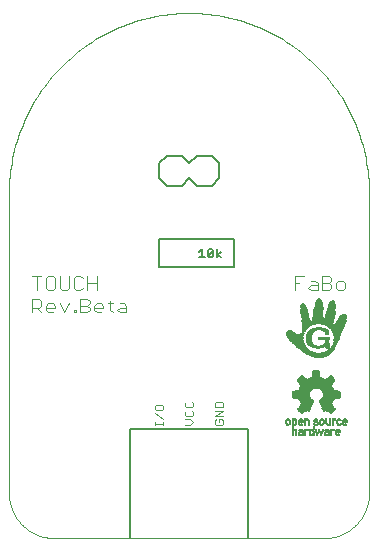
<source format=gto>
G75*
%MOIN*%
%OFA0B0*%
%FSLAX25Y25*%
%IPPOS*%
%LPD*%
%AMOC8*
5,1,8,0,0,1.08239X$1,22.5*
%
%ADD10C,0.00400*%
%ADD11C,0.00800*%
%ADD12C,0.00500*%
%ADD13C,0.00000*%
%ADD14C,0.00300*%
%ADD15R,0.00460X0.00011*%
%ADD16R,0.00920X0.00011*%
%ADD17R,0.01184X0.00011*%
%ADD18R,0.01426X0.00011*%
%ADD19R,0.01610X0.00011*%
%ADD20R,0.01783X0.00011*%
%ADD21R,0.01955X0.00011*%
%ADD22R,0.02093X0.00011*%
%ADD23R,0.02242X0.00011*%
%ADD24R,0.02369X0.00011*%
%ADD25R,0.02495X0.00011*%
%ADD26R,0.02611X0.00011*%
%ADD27R,0.02714X0.00011*%
%ADD28R,0.02829X0.00011*%
%ADD29R,0.02921X0.00011*%
%ADD30R,0.03025X0.00011*%
%ADD31R,0.03128X0.00011*%
%ADD32R,0.03220X0.00011*%
%ADD33R,0.03300X0.00011*%
%ADD34R,0.03392X0.00011*%
%ADD35R,0.03473X0.00011*%
%ADD36R,0.03565X0.00011*%
%ADD37R,0.03645X0.00011*%
%ADD38R,0.03726X0.00011*%
%ADD39R,0.03806X0.00011*%
%ADD40R,0.03875X0.00011*%
%ADD41R,0.03956X0.00011*%
%ADD42R,0.04013X0.00011*%
%ADD43R,0.04082X0.00011*%
%ADD44R,0.04163X0.00011*%
%ADD45R,0.04232X0.00011*%
%ADD46R,0.04301X0.00011*%
%ADD47R,0.04370X0.00011*%
%ADD48R,0.04428X0.00011*%
%ADD49R,0.04497X0.00011*%
%ADD50R,0.04554X0.00011*%
%ADD51R,0.04623X0.00011*%
%ADD52R,0.04680X0.00011*%
%ADD53R,0.04749X0.00011*%
%ADD54R,0.04807X0.00011*%
%ADD55R,0.04864X0.00011*%
%ADD56R,0.04933X0.00011*%
%ADD57R,0.04979X0.00011*%
%ADD58R,0.05037X0.00011*%
%ADD59R,0.05094X0.00011*%
%ADD60R,0.05141X0.00011*%
%ADD61R,0.05209X0.00011*%
%ADD62R,0.05267X0.00011*%
%ADD63R,0.05313X0.00011*%
%ADD64R,0.05370X0.00011*%
%ADD65R,0.05416X0.00011*%
%ADD66R,0.05474X0.00011*%
%ADD67R,0.05520X0.00011*%
%ADD68R,0.05577X0.00011*%
%ADD69R,0.05635X0.00011*%
%ADD70R,0.05681X0.00011*%
%ADD71R,0.05738X0.00011*%
%ADD72R,0.05784X0.00011*%
%ADD73R,0.05842X0.00011*%
%ADD74R,0.05877X0.00011*%
%ADD75R,0.05922X0.00011*%
%ADD76R,0.05980X0.00011*%
%ADD77R,0.06014X0.00011*%
%ADD78R,0.06061X0.00011*%
%ADD79R,0.06118X0.00011*%
%ADD80R,0.06164X0.00011*%
%ADD81R,0.06198X0.00011*%
%ADD82R,0.06256X0.00011*%
%ADD83R,0.06302X0.00011*%
%ADD84R,0.06348X0.00011*%
%ADD85R,0.06394X0.00011*%
%ADD86R,0.06440X0.00011*%
%ADD87R,0.06475X0.00011*%
%ADD88R,0.06532X0.00011*%
%ADD89R,0.06566X0.00011*%
%ADD90R,0.06613X0.00011*%
%ADD91R,0.06647X0.00011*%
%ADD92R,0.06693X0.00011*%
%ADD93R,0.06739X0.00011*%
%ADD94R,0.06773X0.00011*%
%ADD95R,0.06831X0.00011*%
%ADD96R,0.06866X0.00011*%
%ADD97R,0.06911X0.00011*%
%ADD98R,0.06946X0.00011*%
%ADD99R,0.06980X0.00011*%
%ADD100R,0.07027X0.00011*%
%ADD101R,0.07061X0.00011*%
%ADD102R,0.07118X0.00011*%
%ADD103R,0.07153X0.00011*%
%ADD104R,0.07187X0.00011*%
%ADD105R,0.07233X0.00011*%
%ADD106R,0.07268X0.00011*%
%ADD107R,0.07314X0.00011*%
%ADD108R,0.07348X0.00011*%
%ADD109R,0.07372X0.00011*%
%ADD110R,0.07417X0.00011*%
%ADD111R,0.07452X0.00011*%
%ADD112R,0.07486X0.00011*%
%ADD113R,0.07521X0.00011*%
%ADD114R,0.07567X0.00011*%
%ADD115R,0.07602X0.00011*%
%ADD116R,0.07636X0.00011*%
%ADD117R,0.07682X0.00011*%
%ADD118R,0.07716X0.00011*%
%ADD119R,0.07751X0.00011*%
%ADD120R,0.07786X0.00011*%
%ADD121R,0.07831X0.00011*%
%ADD122R,0.07866X0.00011*%
%ADD123R,0.07889X0.00011*%
%ADD124R,0.07923X0.00011*%
%ADD125R,0.07958X0.00011*%
%ADD126R,0.08004X0.00011*%
%ADD127R,0.08038X0.00011*%
%ADD128R,0.08061X0.00011*%
%ADD129R,0.08096X0.00011*%
%ADD130R,0.08130X0.00011*%
%ADD131R,0.08165X0.00011*%
%ADD132R,0.08211X0.00011*%
%ADD133R,0.08234X0.00011*%
%ADD134R,0.08269X0.00011*%
%ADD135R,0.08303X0.00011*%
%ADD136R,0.08338X0.00011*%
%ADD137R,0.08372X0.00011*%
%ADD138R,0.08395X0.00011*%
%ADD139R,0.08430X0.00011*%
%ADD140R,0.08464X0.00011*%
%ADD141R,0.08498X0.00011*%
%ADD142R,0.08533X0.00011*%
%ADD143R,0.04381X0.00011*%
%ADD144R,0.03818X0.00011*%
%ADD145R,0.04140X0.00011*%
%ADD146R,0.03622X0.00011*%
%ADD147R,0.04025X0.00011*%
%ADD148R,0.03496X0.00011*%
%ADD149R,0.03933X0.00011*%
%ADD150R,0.03864X0.00011*%
%ADD151R,0.03312X0.00011*%
%ADD152R,0.03795X0.00011*%
%ADD153R,0.03243X0.00011*%
%ADD154R,0.03737X0.00011*%
%ADD155R,0.03186X0.00011*%
%ADD156R,0.03680X0.00011*%
%ADD157R,0.03128X0.00011*%
%ADD158R,0.03082X0.00011*%
%ADD159R,0.03599X0.00011*%
%ADD160R,0.03036X0.00011*%
%ADD161R,0.03553X0.00011*%
%ADD162R,0.02990X0.00011*%
%ADD163R,0.03530X0.00011*%
%ADD164R,0.02944X0.00011*%
%ADD165R,0.02909X0.00011*%
%ADD166R,0.03461X0.00011*%
%ADD167R,0.02875X0.00011*%
%ADD168R,0.03439X0.00011*%
%ADD169R,0.02840X0.00011*%
%ADD170R,0.02806X0.00011*%
%ADD171R,0.03381X0.00011*%
%ADD172R,0.02783X0.00011*%
%ADD173R,0.03358X0.00011*%
%ADD174R,0.02760X0.00011*%
%ADD175R,0.03335X0.00011*%
%ADD176R,0.02725X0.00011*%
%ADD177R,0.02702X0.00011*%
%ADD178R,0.03289X0.00011*%
%ADD179R,0.02668X0.00011*%
%ADD180R,0.03266X0.00011*%
%ADD181R,0.02645X0.00011*%
%ADD182R,0.02622X0.00011*%
%ADD183R,0.03231X0.00011*%
%ADD184R,0.02599X0.00011*%
%ADD185R,0.03208X0.00011*%
%ADD186R,0.02587X0.00011*%
%ADD187R,0.03197X0.00011*%
%ADD188R,0.02564X0.00011*%
%ADD189R,0.03185X0.00011*%
%ADD190R,0.02541X0.00011*%
%ADD191R,0.03163X0.00011*%
%ADD192R,0.02519X0.00011*%
%ADD193R,0.03151X0.00011*%
%ADD194R,0.03139X0.00011*%
%ADD195R,0.02484X0.00011*%
%ADD196R,0.02449X0.00011*%
%ADD197R,0.03116X0.00011*%
%ADD198R,0.02438X0.00011*%
%ADD199R,0.03105X0.00011*%
%ADD200R,0.02415X0.00011*%
%ADD201R,0.02403X0.00011*%
%ADD202R,0.02380X0.00011*%
%ADD203R,0.03059X0.00011*%
%ADD204R,0.03059X0.00011*%
%ADD205R,0.02357X0.00011*%
%ADD206R,0.02346X0.00011*%
%ADD207R,0.02323X0.00011*%
%ADD208R,0.03024X0.00011*%
%ADD209R,0.02311X0.00011*%
%ADD210R,0.02289X0.00011*%
%ADD211R,0.03002X0.00011*%
%ADD212R,0.02277X0.00011*%
%ADD213R,0.02266X0.00011*%
%ADD214R,0.02231X0.00011*%
%ADD215R,0.02978X0.00011*%
%ADD216R,0.02219X0.00011*%
%ADD217R,0.02967X0.00011*%
%ADD218R,0.02197X0.00011*%
%ADD219R,0.02955X0.00011*%
%ADD220R,0.02185X0.00011*%
%ADD221R,0.02173X0.00011*%
%ADD222R,0.02162X0.00011*%
%ADD223R,0.02150X0.00011*%
%ADD224R,0.02933X0.00011*%
%ADD225R,0.02139X0.00011*%
%ADD226R,0.02932X0.00011*%
%ADD227R,0.02127X0.00011*%
%ADD228R,0.02104X0.00011*%
%ADD229R,0.02105X0.00011*%
%ADD230R,0.02898X0.00011*%
%ADD231R,0.02081X0.00011*%
%ADD232R,0.02070X0.00011*%
%ADD233R,0.02047X0.00011*%
%ADD234R,0.02898X0.00011*%
%ADD235R,0.02886X0.00011*%
%ADD236R,0.02036X0.00011*%
%ADD237R,0.02024X0.00011*%
%ADD238R,0.02001X0.00011*%
%ADD239R,0.02864X0.00011*%
%ADD240R,0.01989X0.00011*%
%ADD241R,0.02863X0.00011*%
%ADD242R,0.01978X0.00011*%
%ADD243R,0.02852X0.00011*%
%ADD244R,0.01943X0.00011*%
%ADD245R,0.01932X0.00011*%
%ADD246R,0.01920X0.00011*%
%ADD247R,0.01909X0.00011*%
%ADD248R,0.02841X0.00011*%
%ADD249R,0.01909X0.00011*%
%ADD250R,0.01897X0.00011*%
%ADD251R,0.01886X0.00011*%
%ADD252R,0.01875X0.00011*%
%ADD253R,0.01874X0.00011*%
%ADD254R,0.01863X0.00011*%
%ADD255R,0.01852X0.00011*%
%ADD256R,0.01840X0.00011*%
%ADD257R,0.01840X0.00011*%
%ADD258R,0.01817X0.00011*%
%ADD259R,0.01817X0.00011*%
%ADD260R,0.01805X0.00011*%
%ADD261R,0.01794X0.00011*%
%ADD262R,0.01771X0.00011*%
%ADD263R,0.01748X0.00011*%
%ADD264R,0.01748X0.00011*%
%ADD265R,0.02829X0.00011*%
%ADD266R,0.01736X0.00011*%
%ADD267R,0.01725X0.00011*%
%ADD268R,0.01713X0.00011*%
%ADD269R,0.01714X0.00011*%
%ADD270R,0.01702X0.00011*%
%ADD271R,0.01691X0.00011*%
%ADD272R,0.01679X0.00011*%
%ADD273R,0.01679X0.00011*%
%ADD274R,0.01667X0.00011*%
%ADD275R,0.01644X0.00011*%
%ADD276R,0.01633X0.00011*%
%ADD277R,0.01622X0.00011*%
%ADD278R,0.01621X0.00011*%
%ADD279R,0.01598X0.00011*%
%ADD280R,0.01587X0.00011*%
%ADD281R,0.01587X0.00011*%
%ADD282R,0.01575X0.00011*%
%ADD283R,0.01564X0.00011*%
%ADD284R,0.01552X0.00011*%
%ADD285R,0.01541X0.00011*%
%ADD286R,0.01553X0.00011*%
%ADD287R,0.01230X0.00011*%
%ADD288R,0.01529X0.00011*%
%ADD289R,0.00690X0.00011*%
%ADD290R,0.01242X0.00011*%
%ADD291R,0.01530X0.00011*%
%ADD292R,0.01000X0.00011*%
%ADD293R,0.01253X0.00011*%
%ADD294R,0.01265X0.00011*%
%ADD295R,0.01518X0.00011*%
%ADD296R,0.01438X0.00011*%
%ADD297R,0.01518X0.00011*%
%ADD298R,0.01277X0.00011*%
%ADD299R,0.01288X0.00011*%
%ADD300R,0.01506X0.00011*%
%ADD301R,0.02058X0.00011*%
%ADD302R,0.01299X0.00011*%
%ADD303R,0.01311X0.00011*%
%ADD304R,0.01495X0.00011*%
%ADD305R,0.02507X0.00011*%
%ADD306R,0.01322X0.00011*%
%ADD307R,0.02610X0.00011*%
%ADD308R,0.02967X0.00011*%
%ADD309R,0.02714X0.00011*%
%ADD310R,0.01334X0.00011*%
%ADD311R,0.01495X0.00011*%
%ADD312R,0.02806X0.00011*%
%ADD313R,0.01345X0.00011*%
%ADD314R,0.01483X0.00011*%
%ADD315R,0.03047X0.00011*%
%ADD316R,0.01472X0.00011*%
%ADD317R,0.02990X0.00011*%
%ADD318R,0.01357X0.00011*%
%ADD319R,0.03427X0.00011*%
%ADD320R,0.01369X0.00011*%
%ADD321R,0.03013X0.00011*%
%ADD322R,0.01460X0.00011*%
%ADD323R,0.01380X0.00011*%
%ADD324R,0.01461X0.00011*%
%ADD325R,0.03691X0.00011*%
%ADD326R,0.03760X0.00011*%
%ADD327R,0.01391X0.00011*%
%ADD328R,0.01449X0.00011*%
%ADD329R,0.03991X0.00011*%
%ADD330R,0.04048X0.00011*%
%ADD331R,0.01403X0.00011*%
%ADD332R,0.04094X0.00011*%
%ADD333R,0.04152X0.00011*%
%ADD334R,0.04197X0.00011*%
%ADD335R,0.01414X0.00011*%
%ADD336R,0.03070X0.00011*%
%ADD337R,0.04266X0.00011*%
%ADD338R,0.04312X0.00011*%
%ADD339R,0.04358X0.00011*%
%ADD340R,0.04404X0.00011*%
%ADD341R,0.03093X0.00011*%
%ADD342R,0.04450X0.00011*%
%ADD343R,0.01426X0.00011*%
%ADD344R,0.03094X0.00011*%
%ADD345R,0.04496X0.00011*%
%ADD346R,0.04589X0.00011*%
%ADD347R,0.04634X0.00011*%
%ADD348R,0.04727X0.00011*%
%ADD349R,0.04750X0.00011*%
%ADD350R,0.04795X0.00011*%
%ADD351R,0.04841X0.00011*%
%ADD352R,0.06359X0.00011*%
%ADD353R,0.06383X0.00011*%
%ADD354R,0.06405X0.00011*%
%ADD355R,0.03151X0.00011*%
%ADD356R,0.06417X0.00011*%
%ADD357R,0.06463X0.00011*%
%ADD358R,0.03174X0.00011*%
%ADD359R,0.06474X0.00011*%
%ADD360R,0.06497X0.00011*%
%ADD361R,0.06520X0.00011*%
%ADD362R,0.06555X0.00011*%
%ADD363R,0.02576X0.00011*%
%ADD364R,0.03277X0.00011*%
%ADD365R,0.03220X0.00011*%
%ADD366R,0.02427X0.00011*%
%ADD367R,0.02392X0.00011*%
%ADD368R,0.01403X0.00011*%
%ADD369R,0.02817X0.00011*%
%ADD370R,0.02771X0.00011*%
%ADD371R,0.03255X0.00011*%
%ADD372R,0.02196X0.00011*%
%ADD373R,0.02691X0.00011*%
%ADD374R,0.02645X0.00011*%
%ADD375R,0.01392X0.00011*%
%ADD376R,0.02576X0.00011*%
%ADD377R,0.02553X0.00011*%
%ADD378R,0.02035X0.00011*%
%ADD379R,0.02461X0.00011*%
%ADD380R,0.03323X0.00011*%
%ADD381R,0.02013X0.00011*%
%ADD382R,0.02001X0.00011*%
%ADD383R,0.02358X0.00011*%
%ADD384R,0.02334X0.00011*%
%ADD385R,0.03346X0.00011*%
%ADD386R,0.01978X0.00011*%
%ADD387R,0.01966X0.00011*%
%ADD388R,0.02288X0.00011*%
%ADD389R,0.01944X0.00011*%
%ADD390R,0.03404X0.00011*%
%ADD391R,0.03404X0.00011*%
%ADD392R,0.03416X0.00011*%
%ADD393R,0.02070X0.00011*%
%ADD394R,0.03438X0.00011*%
%ADD395R,0.03450X0.00011*%
%ADD396R,0.01851X0.00011*%
%ADD397R,0.03473X0.00011*%
%ADD398R,0.03484X0.00011*%
%ADD399R,0.01828X0.00011*%
%ADD400R,0.03519X0.00011*%
%ADD401R,0.01806X0.00011*%
%ADD402R,0.03542X0.00011*%
%ADD403R,0.03565X0.00011*%
%ADD404R,0.01782X0.00011*%
%ADD405R,0.03577X0.00011*%
%ADD406R,0.03588X0.00011*%
%ADD407R,0.03611X0.00011*%
%ADD408R,0.01759X0.00011*%
%ADD409R,0.03634X0.00011*%
%ADD410R,0.03657X0.00011*%
%ADD411R,0.03703X0.00011*%
%ADD412R,0.03714X0.00011*%
%ADD413R,0.01656X0.00011*%
%ADD414R,0.03726X0.00011*%
%ADD415R,0.03761X0.00011*%
%ADD416R,0.03772X0.00011*%
%ADD417R,0.03783X0.00011*%
%ADD418R,0.03795X0.00011*%
%ADD419R,0.03830X0.00011*%
%ADD420R,0.03841X0.00011*%
%ADD421R,0.03852X0.00011*%
%ADD422R,0.03864X0.00011*%
%ADD423R,0.03887X0.00011*%
%ADD424R,0.03898X0.00011*%
%ADD425R,0.03910X0.00011*%
%ADD426R,0.03922X0.00011*%
%ADD427R,0.03944X0.00011*%
%ADD428R,0.03967X0.00011*%
%ADD429R,0.03979X0.00011*%
%ADD430R,0.03990X0.00011*%
%ADD431R,0.04002X0.00011*%
%ADD432R,0.04014X0.00011*%
%ADD433R,0.04059X0.00011*%
%ADD434R,0.04071X0.00011*%
%ADD435R,0.04083X0.00011*%
%ADD436R,0.04105X0.00011*%
%ADD437R,0.04117X0.00011*%
%ADD438R,0.04128X0.00011*%
%ADD439R,0.04151X0.00011*%
%ADD440R,0.01690X0.00011*%
%ADD441R,0.04174X0.00011*%
%ADD442R,0.04186X0.00011*%
%ADD443R,0.04209X0.00011*%
%ADD444R,0.04220X0.00011*%
%ADD445R,0.04244X0.00011*%
%ADD446R,0.04255X0.00011*%
%ADD447R,0.04278X0.00011*%
%ADD448R,0.04289X0.00011*%
%ADD449R,0.04301X0.00011*%
%ADD450R,0.04324X0.00011*%
%ADD451R,0.04336X0.00011*%
%ADD452R,0.04347X0.00011*%
%ADD453R,0.04370X0.00011*%
%ADD454R,0.04393X0.00011*%
%ADD455R,0.04405X0.00011*%
%ADD456R,0.04416X0.00011*%
%ADD457R,0.04427X0.00011*%
%ADD458R,0.04439X0.00011*%
%ADD459R,0.04462X0.00011*%
%ADD460R,0.04473X0.00011*%
%ADD461R,0.04485X0.00011*%
%ADD462R,0.04508X0.00011*%
%ADD463R,0.04519X0.00011*%
%ADD464R,0.04531X0.00011*%
%ADD465R,0.04542X0.00011*%
%ADD466R,0.04566X0.00011*%
%ADD467R,0.04577X0.00011*%
%ADD468R,0.04600X0.00011*%
%ADD469R,0.04611X0.00011*%
%ADD470R,0.04623X0.00011*%
%ADD471R,0.04646X0.00011*%
%ADD472R,0.04658X0.00011*%
%ADD473R,0.04669X0.00011*%
%ADD474R,0.04692X0.00011*%
%ADD475R,0.04703X0.00011*%
%ADD476R,0.04715X0.00011*%
%ADD477R,0.04738X0.00011*%
%ADD478R,0.04761X0.00011*%
%ADD479R,0.04772X0.00011*%
%ADD480R,0.04784X0.00011*%
%ADD481R,0.04818X0.00011*%
%ADD482R,0.04830X0.00011*%
%ADD483R,0.04853X0.00011*%
%ADD484R,0.04876X0.00011*%
%ADD485R,0.03749X0.00011*%
%ADD486R,0.04888X0.00011*%
%ADD487R,0.04899X0.00011*%
%ADD488R,0.04911X0.00011*%
%ADD489R,0.04922X0.00011*%
%ADD490R,0.04945X0.00011*%
%ADD491R,0.04956X0.00011*%
%ADD492R,0.04968X0.00011*%
%ADD493R,0.04980X0.00011*%
%ADD494R,0.04991X0.00011*%
%ADD495R,0.05003X0.00011*%
%ADD496R,0.05014X0.00011*%
%ADD497R,0.05025X0.00011*%
%ADD498R,0.05048X0.00011*%
%ADD499R,0.05060X0.00011*%
%ADD500R,0.05072X0.00011*%
%ADD501R,0.05083X0.00011*%
%ADD502R,0.05106X0.00011*%
%ADD503R,0.05117X0.00011*%
%ADD504R,0.05129X0.00011*%
%ADD505R,0.05152X0.00011*%
%ADD506R,0.05164X0.00011*%
%ADD507R,0.05175X0.00011*%
%ADD508R,0.05186X0.00011*%
%ADD509R,0.05198X0.00011*%
%ADD510R,0.05221X0.00011*%
%ADD511R,0.05232X0.00011*%
%ADD512R,0.05244X0.00011*%
%ADD513R,0.05255X0.00011*%
%ADD514R,0.05278X0.00011*%
%ADD515R,0.05290X0.00011*%
%ADD516R,0.05302X0.00011*%
%ADD517R,0.05324X0.00011*%
%ADD518R,0.05336X0.00011*%
%ADD519R,0.05347X0.00011*%
%ADD520R,0.05359X0.00011*%
%ADD521R,0.02116X0.00011*%
%ADD522R,0.05382X0.00011*%
%ADD523R,0.05394X0.00011*%
%ADD524R,0.05405X0.00011*%
%ADD525R,0.02162X0.00011*%
%ADD526R,0.05428X0.00011*%
%ADD527R,0.05439X0.00011*%
%ADD528R,0.05451X0.00011*%
%ADD529R,0.05462X0.00011*%
%ADD530R,0.02208X0.00011*%
%ADD531R,0.05485X0.00011*%
%ADD532R,0.02231X0.00011*%
%ADD533R,0.05497X0.00011*%
%ADD534R,0.05508X0.00011*%
%ADD535R,0.02254X0.00011*%
%ADD536R,0.05520X0.00011*%
%ADD537R,0.05531X0.00011*%
%ADD538R,0.05543X0.00011*%
%ADD539R,0.05555X0.00011*%
%ADD540R,0.05566X0.00011*%
%ADD541R,0.05578X0.00011*%
%ADD542R,0.05589X0.00011*%
%ADD543R,0.05600X0.00011*%
%ADD544R,0.05612X0.00011*%
%ADD545R,0.05623X0.00011*%
%ADD546R,0.02392X0.00011*%
%ADD547R,0.05646X0.00011*%
%ADD548R,0.02415X0.00011*%
%ADD549R,0.05658X0.00011*%
%ADD550R,0.05669X0.00011*%
%ADD551R,0.02450X0.00011*%
%ADD552R,0.05681X0.00011*%
%ADD553R,0.02472X0.00011*%
%ADD554R,0.05692X0.00011*%
%ADD555R,0.05704X0.00011*%
%ADD556R,0.05716X0.00011*%
%ADD557R,0.05727X0.00011*%
%ADD558R,0.02530X0.00011*%
%ADD559R,0.05739X0.00011*%
%ADD560R,0.02553X0.00011*%
%ADD561R,0.01219X0.00011*%
%ADD562R,0.01196X0.00011*%
%ADD563R,0.02633X0.00011*%
%ADD564R,0.03381X0.00011*%
%ADD565R,0.01173X0.00011*%
%ADD566R,0.01150X0.00011*%
%ADD567R,0.02656X0.00011*%
%ADD568R,0.01127X0.00011*%
%ADD569R,0.01116X0.00011*%
%ADD570R,0.03254X0.00011*%
%ADD571R,0.01092X0.00011*%
%ADD572R,0.01081X0.00011*%
%ADD573R,0.01058X0.00011*%
%ADD574R,0.01047X0.00011*%
%ADD575R,0.02737X0.00011*%
%ADD576R,0.01035X0.00011*%
%ADD577R,0.02748X0.00011*%
%ADD578R,0.01023X0.00011*%
%ADD579R,0.01012X0.00011*%
%ADD580R,0.02794X0.00011*%
%ADD581R,0.00989X0.00011*%
%ADD582R,0.00978X0.00011*%
%ADD583R,0.00966X0.00011*%
%ADD584R,0.00954X0.00011*%
%ADD585R,0.00955X0.00011*%
%ADD586R,0.00943X0.00011*%
%ADD587R,0.00931X0.00011*%
%ADD588R,0.02680X0.00011*%
%ADD589R,0.00920X0.00011*%
%ADD590R,0.02542X0.00011*%
%ADD591R,0.02426X0.00011*%
%ADD592R,0.02323X0.00011*%
%ADD593R,0.02300X0.00011*%
%ADD594R,0.03369X0.00011*%
%ADD595R,0.00977X0.00011*%
%ADD596R,0.00989X0.00011*%
%ADD597R,0.01656X0.00011*%
%ADD598R,0.01012X0.00011*%
%ADD599R,0.01046X0.00011*%
%ADD600R,0.01069X0.00011*%
%ADD601R,0.01139X0.00011*%
%ADD602R,0.03669X0.00011*%
%ADD603R,0.00908X0.00011*%
%ADD604R,0.00828X0.00011*%
%ADD605R,0.01104X0.00011*%
%ADD606R,0.00759X0.00011*%
%ADD607R,0.00678X0.00011*%
%ADD608R,0.00575X0.00011*%
%ADD609R,0.00448X0.00011*%
%ADD610R,0.00264X0.00011*%
%ADD611R,0.01138X0.00011*%
%ADD612R,0.01161X0.00011*%
%ADD613R,0.01173X0.00011*%
%ADD614R,0.03853X0.00011*%
%ADD615R,0.01208X0.00011*%
%ADD616R,0.03921X0.00011*%
%ADD617R,0.02484X0.00011*%
%ADD618R,0.02381X0.00011*%
%ADD619R,0.03979X0.00011*%
%ADD620R,0.05163X0.00011*%
%ADD621R,0.04036X0.00011*%
%ADD622R,0.05002X0.00011*%
%ADD623R,0.01334X0.00011*%
%ADD624R,0.04876X0.00011*%
%ADD625R,0.04692X0.00011*%
%ADD626R,0.04335X0.00011*%
%ADD627R,0.03600X0.00011*%
%ADD628R,0.04531X0.00011*%
%ADD629R,0.04565X0.00011*%
%ADD630R,0.04681X0.00011*%
%ADD631R,0.04784X0.00011*%
%ADD632R,0.04819X0.00011*%
%ADD633R,0.00541X0.00011*%
%ADD634R,0.04910X0.00011*%
%ADD635R,0.05037X0.00011*%
%ADD636R,0.05198X0.00011*%
%ADD637R,0.05393X0.00011*%
%ADD638R,0.05554X0.00011*%
%ADD639R,0.05750X0.00011*%
%ADD640R,0.05761X0.00011*%
%ADD641R,0.05819X0.00011*%
%ADD642R,0.05830X0.00011*%
%ADD643R,0.05865X0.00011*%
%ADD644R,0.05900X0.00011*%
%ADD645R,0.05945X0.00011*%
%ADD646R,0.06003X0.00011*%
%ADD647R,0.02772X0.00011*%
%ADD648R,0.06049X0.00011*%
%ADD649R,0.06072X0.00011*%
%ADD650R,0.06095X0.00011*%
%ADD651R,0.06141X0.00011*%
%ADD652R,0.06175X0.00011*%
%ADD653R,0.06187X0.00011*%
%ADD654R,0.06210X0.00011*%
%ADD655R,0.06244X0.00011*%
%ADD656R,0.06267X0.00011*%
%ADD657R,0.06325X0.00011*%
%ADD658R,0.03117X0.00011*%
%ADD659R,0.03634X0.00011*%
%ADD660R,0.03507X0.00011*%
%ADD661R,0.03508X0.00011*%
%ADD662R,0.03415X0.00011*%
%ADD663R,0.04209X0.00011*%
%ADD664R,0.04439X0.00011*%
%ADD665R,0.03347X0.00011*%
%ADD666R,0.10235X0.00011*%
%ADD667R,0.10247X0.00011*%
%ADD668R,0.10258X0.00011*%
%ADD669R,0.10269X0.00011*%
%ADD670R,0.03312X0.00011*%
%ADD671R,0.10281X0.00011*%
%ADD672R,0.10292X0.00011*%
%ADD673R,0.03278X0.00011*%
%ADD674R,0.10304X0.00011*%
%ADD675R,0.10316X0.00011*%
%ADD676R,0.10327X0.00011*%
%ADD677R,0.10338X0.00011*%
%ADD678R,0.10350X0.00011*%
%ADD679R,0.10361X0.00011*%
%ADD680R,0.10373X0.00011*%
%ADD681R,0.10384X0.00011*%
%ADD682R,0.10396X0.00011*%
%ADD683R,0.10419X0.00011*%
%ADD684R,0.10430X0.00011*%
%ADD685R,0.10442X0.00011*%
%ADD686R,0.10453X0.00011*%
%ADD687R,0.10465X0.00011*%
%ADD688R,0.10477X0.00011*%
%ADD689R,0.10488X0.00011*%
%ADD690R,0.10500X0.00011*%
%ADD691R,0.04140X0.00011*%
%ADD692R,0.03887X0.00011*%
%ADD693R,0.02737X0.00011*%
%ADD694R,0.02703X0.00011*%
%ADD695R,0.00851X0.00011*%
%ADD696R,0.00770X0.00011*%
%ADD697R,0.00655X0.00011*%
%ADD698R,0.00552X0.00011*%
%ADD699R,0.00379X0.00011*%
%ADD700R,0.00011X0.00011*%
%ADD701R,0.02679X0.00011*%
%ADD702R,0.02518X0.00011*%
%ADD703R,0.02128X0.00011*%
%ADD704R,0.01081X0.00011*%
%ADD705R,0.00885X0.00011*%
%ADD706R,0.00863X0.00011*%
%ADD707R,0.00839X0.00011*%
%ADD708R,0.00794X0.00011*%
%ADD709R,0.00747X0.00011*%
%ADD710R,0.00713X0.00011*%
%ADD711R,0.00690X0.00011*%
%ADD712R,0.00644X0.00011*%
%ADD713R,0.00609X0.00011*%
%ADD714R,0.00529X0.00011*%
%ADD715R,0.00471X0.00011*%
%ADD716R,0.00425X0.00011*%
%ADD717R,0.00287X0.00011*%
%ADD718R,0.00195X0.00011*%
%ADD719R,0.01207X0.00011*%
%ADD720R,0.01115X0.00011*%
%ADD721R,0.00886X0.00011*%
%ADD722R,0.00805X0.00011*%
%ADD723R,0.00782X0.00011*%
%ADD724R,0.00724X0.00011*%
%ADD725R,0.00702X0.00011*%
%ADD726R,0.00632X0.00011*%
%ADD727R,0.00598X0.00011*%
%ADD728R,0.00517X0.00011*%
%ADD729R,0.00368X0.00011*%
%ADD730R,0.00322X0.00011*%
%ADD731R,0.00230X0.00011*%
%ADD732R,0.00115X0.00011*%
%ADD733R,0.01368X0.00011*%
%ADD734R,0.00897X0.00011*%
%ADD735R,0.00874X0.00011*%
%ADD736R,0.00817X0.00011*%
%ADD737R,0.00736X0.00011*%
%ADD738R,0.00633X0.00011*%
%ADD739R,0.00586X0.00011*%
%ADD740R,0.00506X0.00011*%
%ADD741R,0.00207X0.00011*%
%ADD742R,0.00103X0.00011*%
%ADD743R,0.00226X0.00011*%
%ADD744R,0.00183X0.00011*%
%ADD745R,0.00398X0.00011*%
%ADD746R,0.00301X0.00011*%
%ADD747R,0.00398X0.00011*%
%ADD748R,0.00387X0.00011*%
%ADD749R,0.00419X0.00011*%
%ADD750R,0.00430X0.00011*%
%ADD751R,0.00505X0.00011*%
%ADD752R,0.00398X0.00011*%
%ADD753R,0.00376X0.00011*%
%ADD754R,0.00376X0.00011*%
%ADD755R,0.00419X0.00011*%
%ADD756R,0.00430X0.00011*%
%ADD757R,0.00430X0.00011*%
%ADD758R,0.00570X0.00011*%
%ADD759R,0.00462X0.00011*%
%ADD760R,0.00387X0.00011*%
%ADD761R,0.00580X0.00011*%
%ADD762R,0.00441X0.00011*%
%ADD763R,0.00645X0.00011*%
%ADD764R,0.00527X0.00011*%
%ADD765R,0.00645X0.00011*%
%ADD766R,0.00666X0.00011*%
%ADD767R,0.00699X0.00011*%
%ADD768R,0.00720X0.00011*%
%ADD769R,0.00430X0.00011*%
%ADD770R,0.00752X0.00011*%
%ADD771R,0.00634X0.00011*%
%ADD772R,0.00408X0.00011*%
%ADD773R,0.00742X0.00011*%
%ADD774R,0.00441X0.00011*%
%ADD775R,0.00785X0.00011*%
%ADD776R,0.00795X0.00011*%
%ADD777R,0.00677X0.00011*%
%ADD778R,0.00419X0.00011*%
%ADD779R,0.00785X0.00011*%
%ADD780R,0.00839X0.00011*%
%ADD781R,0.00828X0.00011*%
%ADD782R,0.00709X0.00011*%
%ADD783R,0.00881X0.00011*%
%ADD784R,0.00860X0.00011*%
%ADD785R,0.00752X0.00011*%
%ADD786R,0.00860X0.00011*%
%ADD787R,0.00924X0.00011*%
%ADD788R,0.00903X0.00011*%
%ADD789R,0.00892X0.00011*%
%ADD790R,0.00967X0.00011*%
%ADD791R,0.00817X0.00011*%
%ADD792R,0.00935X0.00011*%
%ADD793R,0.01010X0.00011*%
%ADD794R,0.00957X0.00011*%
%ADD795R,0.00849X0.00011*%
%ADD796R,0.01053X0.00011*%
%ADD797R,0.00978X0.00011*%
%ADD798R,0.00462X0.00011*%
%ADD799R,0.00989X0.00011*%
%ADD800R,0.01075X0.00011*%
%ADD801R,0.01000X0.00011*%
%ADD802R,0.00903X0.00011*%
%ADD803R,0.01118X0.00011*%
%ADD804R,0.01032X0.00011*%
%ADD805R,0.00935X0.00011*%
%ADD806R,0.00462X0.00011*%
%ADD807R,0.00462X0.00011*%
%ADD808R,0.01021X0.00011*%
%ADD809R,0.01140X0.00011*%
%ADD810R,0.01043X0.00011*%
%ADD811R,0.00484X0.00011*%
%ADD812R,0.00484X0.00011*%
%ADD813R,0.01183X0.00011*%
%ADD814R,0.01064X0.00011*%
%ADD815R,0.01215X0.00011*%
%ADD816R,0.01086X0.00011*%
%ADD817R,0.01011X0.00011*%
%ADD818R,0.01086X0.00011*%
%ADD819R,0.01236X0.00011*%
%ADD820R,0.01107X0.00011*%
%ADD821R,0.00495X0.00011*%
%ADD822R,0.01107X0.00011*%
%ADD823R,0.01258X0.00011*%
%ADD824R,0.01559X0.00011*%
%ADD825R,0.00505X0.00011*%
%ADD826R,0.00505X0.00011*%
%ADD827R,0.01569X0.00011*%
%ADD828R,0.01290X0.00011*%
%ADD829R,0.01580X0.00011*%
%ADD830R,0.01311X0.00011*%
%ADD831R,0.01097X0.00011*%
%ADD832R,0.01344X0.00011*%
%ADD833R,0.01591X0.00011*%
%ADD834R,0.01537X0.00011*%
%ADD835R,0.00527X0.00011*%
%ADD836R,0.01365X0.00011*%
%ADD837R,0.01602X0.00011*%
%ADD838R,0.01548X0.00011*%
%ADD839R,0.01387X0.00011*%
%ADD840R,0.01613X0.00011*%
%ADD841R,0.01408X0.00011*%
%ADD842R,0.00548X0.00011*%
%ADD843R,0.01623X0.00011*%
%ADD844R,0.01419X0.00011*%
%ADD845R,0.01623X0.00011*%
%ADD846R,0.01580X0.00011*%
%ADD847R,0.00548X0.00011*%
%ADD848R,0.01623X0.00011*%
%ADD849R,0.01440X0.00011*%
%ADD850R,0.01623X0.00011*%
%ADD851R,0.01634X0.00011*%
%ADD852R,0.01462X0.00011*%
%ADD853R,0.01591X0.00011*%
%ADD854R,0.00570X0.00011*%
%ADD855R,0.00559X0.00011*%
%ADD856R,0.01483X0.00011*%
%ADD857R,0.01645X0.00011*%
%ADD858R,0.01645X0.00011*%
%ADD859R,0.01505X0.00011*%
%ADD860R,0.01645X0.00011*%
%ADD861R,0.01602X0.00011*%
%ADD862R,0.00570X0.00011*%
%ADD863R,0.00570X0.00011*%
%ADD864R,0.01655X0.00011*%
%ADD865R,0.01516X0.00011*%
%ADD866R,0.01655X0.00011*%
%ADD867R,0.00581X0.00011*%
%ADD868R,0.01526X0.00011*%
%ADD869R,0.00591X0.00011*%
%ADD870R,0.00591X0.00011*%
%ADD871R,0.01666X0.00011*%
%ADD872R,0.01527X0.00011*%
%ADD873R,0.01516X0.00011*%
%ADD874R,0.01666X0.00011*%
%ADD875R,0.01634X0.00011*%
%ADD876R,0.00602X0.00011*%
%ADD877R,0.00602X0.00011*%
%ADD878R,0.01677X0.00011*%
%ADD879R,0.01677X0.00011*%
%ADD880R,0.01634X0.00011*%
%ADD881R,0.00613X0.00011*%
%ADD882R,0.01688X0.00011*%
%ADD883R,0.01494X0.00011*%
%ADD884R,0.00656X0.00011*%
%ADD885R,0.00731X0.00011*%
%ADD886R,0.00623X0.00011*%
%ADD887R,0.00602X0.00011*%
%ADD888R,0.00731X0.00011*%
%ADD889R,0.00795X0.00011*%
%ADD890R,0.00634X0.00011*%
%ADD891R,0.00613X0.00011*%
%ADD892R,0.00494X0.00011*%
%ADD893R,0.00548X0.00011*%
%ADD894R,0.00516X0.00011*%
%ADD895R,0.00559X0.00011*%
%ADD896R,0.00634X0.00011*%
%ADD897R,0.00409X0.00011*%
%ADD898R,0.00537X0.00011*%
%ADD899R,0.00656X0.00011*%
%ADD900R,0.00376X0.00011*%
%ADD901R,0.00591X0.00011*%
%ADD902R,0.00645X0.00011*%
%ADD903R,0.00656X0.00011*%
%ADD904R,0.00667X0.00011*%
%ADD905R,0.00537X0.00011*%
%ADD906R,0.00344X0.00011*%
%ADD907R,0.00667X0.00011*%
%ADD908R,0.00473X0.00011*%
%ADD909R,0.00527X0.00011*%
%ADD910R,0.00312X0.00011*%
%ADD911R,0.00677X0.00011*%
%ADD912R,0.00279X0.00011*%
%ADD913R,0.00494X0.00011*%
%ADD914R,0.00258X0.00011*%
%ADD915R,0.00452X0.00011*%
%ADD916R,0.00484X0.00011*%
%ADD917R,0.00580X0.00011*%
%ADD918R,0.00688X0.00011*%
%ADD919R,0.00688X0.00011*%
%ADD920R,0.00451X0.00011*%
%ADD921R,0.00215X0.00011*%
%ADD922R,0.00452X0.00011*%
%ADD923R,0.00688X0.00011*%
%ADD924R,0.00688X0.00011*%
%ADD925R,0.00193X0.00011*%
%ADD926R,0.00473X0.00011*%
%ADD927R,0.00699X0.00011*%
%ADD928R,0.00161X0.00011*%
%ADD929R,0.00140X0.00011*%
%ADD930R,0.00709X0.00011*%
%ADD931R,0.00473X0.00011*%
%ADD932R,0.00118X0.00011*%
%ADD933R,0.00430X0.00011*%
%ADD934R,0.00086X0.00011*%
%ADD935R,0.00731X0.00011*%
%ADD936R,0.00054X0.00011*%
%ADD937R,0.00408X0.00011*%
%ADD938R,0.00451X0.00011*%
%ADD939R,0.00032X0.00011*%
%ADD940R,0.00516X0.00011*%
%ADD941R,0.00742X0.00011*%
%ADD942R,0.00011X0.00011*%
%ADD943R,0.00753X0.00011*%
%ADD944R,0.00473X0.00011*%
%ADD945R,0.00774X0.00011*%
%ADD946R,0.00774X0.00011*%
%ADD947R,0.00409X0.00011*%
%ADD948R,0.00774X0.00011*%
%ADD949R,0.00774X0.00011*%
%ADD950R,0.00376X0.00011*%
%ADD951R,0.00387X0.00011*%
%ADD952R,0.00387X0.00011*%
%ADD953R,0.00398X0.00011*%
%ADD954R,0.00365X0.00011*%
%ADD955R,0.01763X0.00011*%
%ADD956R,0.00366X0.00011*%
%ADD957R,0.01763X0.00011*%
%ADD958R,0.01548X0.00011*%
%ADD959R,0.00366X0.00011*%
%ADD960R,0.01559X0.00011*%
%ADD961R,0.01537X0.00011*%
%ADD962R,0.01505X0.00011*%
%ADD963R,0.01473X0.00011*%
%ADD964R,0.01441X0.00011*%
%ADD965R,0.01397X0.00011*%
%ADD966R,0.01376X0.00011*%
%ADD967R,0.00419X0.00011*%
%ADD968R,0.01376X0.00011*%
%ADD969R,0.01355X0.00011*%
%ADD970R,0.01354X0.00011*%
%ADD971R,0.01322X0.00011*%
%ADD972R,0.01333X0.00011*%
%ADD973R,0.01290X0.00011*%
%ADD974R,0.01301X0.00011*%
%ADD975R,0.01752X0.00011*%
%ADD976R,0.01258X0.00011*%
%ADD977R,0.01204X0.00011*%
%ADD978R,0.01129X0.00011*%
%ADD979R,0.01139X0.00011*%
%ADD980R,0.01752X0.00011*%
%ADD981R,0.00365X0.00011*%
%ADD982R,0.00355X0.00011*%
%ADD983R,0.00441X0.00011*%
%ADD984R,0.00441X0.00011*%
%ADD985R,0.00720X0.00011*%
%ADD986R,0.00495X0.00011*%
%ADD987R,0.00484X0.00011*%
%ADD988R,0.00677X0.00011*%
%ADD989R,0.00011X0.00011*%
%ADD990R,0.00011X0.00011*%
%ADD991R,0.00548X0.00011*%
%ADD992R,0.00032X0.00011*%
%ADD993R,0.00656X0.00011*%
%ADD994R,0.00064X0.00011*%
%ADD995R,0.00075X0.00011*%
%ADD996R,0.00097X0.00011*%
%ADD997R,0.00022X0.00011*%
%ADD998R,0.00054X0.00011*%
%ADD999R,0.00591X0.00011*%
%ADD1000R,0.00054X0.00011*%
%ADD1001R,0.00613X0.00011*%
%ADD1002R,0.00150X0.00011*%
%ADD1003R,0.00172X0.00011*%
%ADD1004R,0.00107X0.00011*%
%ADD1005R,0.00204X0.00011*%
%ADD1006R,0.00129X0.00011*%
%ADD1007R,0.00666X0.00011*%
%ADD1008R,0.00226X0.00011*%
%ADD1009R,0.00172X0.00011*%
%ADD1010R,0.00236X0.00011*%
%ADD1011R,0.00161X0.00011*%
%ADD1012R,0.00699X0.00011*%
%ADD1013R,0.00269X0.00011*%
%ADD1014R,0.00194X0.00011*%
%ADD1015R,0.00301X0.00011*%
%ADD1016R,0.00236X0.00011*%
%ADD1017R,0.00290X0.00011*%
%ADD1018R,0.00333X0.00011*%
%ADD1019R,0.00344X0.00011*%
%ADD1020R,0.00290X0.00011*%
%ADD1021R,0.01225X0.00011*%
%ADD1022R,0.00602X0.00011*%
%ADD1023R,0.00623X0.00011*%
%ADD1024R,0.01645X0.00011*%
%ADD1025R,0.01236X0.00011*%
%ADD1026R,0.01441X0.00011*%
%ADD1027R,0.01247X0.00011*%
%ADD1028R,0.01451X0.00011*%
%ADD1029R,0.01473X0.00011*%
%ADD1030R,0.01462X0.00011*%
%ADD1031R,0.01451X0.00011*%
%ADD1032R,0.01473X0.00011*%
%ADD1033R,0.01269X0.00011*%
%ADD1034R,0.01430X0.00011*%
%ADD1035R,0.01612X0.00011*%
%ADD1036R,0.01279X0.00011*%
%ADD1037R,0.01279X0.00011*%
%ADD1038R,0.01387X0.00011*%
%ADD1039R,0.01311X0.00011*%
%ADD1040R,0.01301X0.00011*%
%ADD1041R,0.01322X0.00011*%
%ADD1042R,0.01333X0.00011*%
%ADD1043R,0.01569X0.00011*%
%ADD1044R,0.01483X0.00011*%
%ADD1045R,0.01344X0.00011*%
%ADD1046R,0.01301X0.00011*%
%ADD1047R,0.01365X0.00011*%
%ADD1048R,0.01269X0.00011*%
%ADD1049R,0.01537X0.00011*%
%ADD1050R,0.01430X0.00011*%
%ADD1051R,0.01365X0.00011*%
%ADD1052R,0.01086X0.00011*%
%ADD1053R,0.01408X0.00011*%
%ADD1054R,0.00924X0.00011*%
%ADD1055R,0.01097X0.00011*%
%ADD1056R,0.01419X0.00011*%
%ADD1057R,0.00935X0.00011*%
%ADD1058R,0.01225X0.00011*%
%ADD1059R,0.00935X0.00011*%
%ADD1060R,0.01032X0.00011*%
%ADD1061R,0.01021X0.00011*%
%ADD1062R,0.01150X0.00011*%
%ADD1063R,0.01011X0.00011*%
%ADD1064R,0.01000X0.00011*%
%ADD1065R,0.00925X0.00011*%
%ADD1066R,0.01118X0.00011*%
%ADD1067R,0.01301X0.00011*%
%ADD1068R,0.01096X0.00011*%
%ADD1069R,0.00925X0.00011*%
%ADD1070R,0.00946X0.00011*%
%ADD1071R,0.00914X0.00011*%
%ADD1072R,0.00914X0.00011*%
%ADD1073R,0.00903X0.00011*%
%ADD1074R,0.00892X0.00011*%
%ADD1075R,0.01193X0.00011*%
%ADD1076R,0.00871X0.00011*%
%ADD1077R,0.01182X0.00011*%
%ADD1078R,0.00881X0.00011*%
%ADD1079R,0.00989X0.00011*%
%ADD1080R,0.01161X0.00011*%
%ADD1081R,0.00828X0.00011*%
%ADD1082R,0.00806X0.00011*%
%ADD1083R,0.00817X0.00011*%
%ADD1084R,0.00763X0.00011*%
%ADD1085R,0.01053X0.00011*%
%ADD1086R,0.00355X0.00011*%
%ADD1087R,0.01043X0.00011*%
%ADD1088R,0.00753X0.00011*%
%ADD1089R,0.00849X0.00011*%
%ADD1090R,0.00720X0.00011*%
%ADD1091R,0.00763X0.00011*%
%ADD1092R,0.00634X0.00011*%
%ADD1093R,0.00333X0.00011*%
%ADD1094R,0.00323X0.00011*%
%ADD1095R,0.00204X0.00011*%
%ADD1096R,0.00215X0.00011*%
%ADD1097R,0.00150X0.00011*%
%ADD1098R,0.00140X0.00011*%
%ADD1099R,0.00193X0.00011*%
%ADD1100R,0.00204X0.00011*%
%ADD1101R,0.00161X0.00011*%
%ADD1102R,0.00194X0.00011*%
%ADD1103R,0.00742X0.00011*%
%ADD1104R,0.00838X0.00011*%
%ADD1105R,0.00817X0.00011*%
%ADD1106R,0.00699X0.00011*%
%ADD1107R,0.00957X0.00011*%
%ADD1108R,0.00828X0.00011*%
%ADD1109R,0.00828X0.00011*%
%ADD1110R,0.01021X0.00011*%
%ADD1111R,0.00871X0.00011*%
%ADD1112R,0.00892X0.00011*%
%ADD1113R,0.00763X0.00011*%
%ADD1114R,0.00967X0.00011*%
%ADD1115R,0.01107X0.00011*%
%ADD1116R,0.00967X0.00011*%
%ADD1117R,0.01150X0.00011*%
%ADD1118R,0.00978X0.00011*%
%ADD1119R,0.01075X0.00011*%
%ADD1120R,0.01182X0.00011*%
%ADD1121R,0.01107X0.00011*%
%ADD1122R,0.01172X0.00011*%
%ADD1123R,0.00946X0.00011*%
%ADD1124R,0.01129X0.00011*%
%ADD1125R,0.01172X0.00011*%
%ADD1126R,0.01204X0.00011*%
%ADD1127R,0.01139X0.00011*%
%ADD1128R,0.00989X0.00011*%
%ADD1129R,0.01193X0.00011*%
%ADD1130R,0.01172X0.00011*%
%ADD1131R,0.01193X0.00011*%
%ADD1132R,0.01032X0.00011*%
%ADD1133R,0.01279X0.00011*%
%ADD1134R,0.01247X0.00011*%
%ADD1135R,0.01290X0.00011*%
%ADD1136R,0.01268X0.00011*%
%ADD1137R,0.01312X0.00011*%
%ADD1138R,0.01236X0.00011*%
%ADD1139R,0.01258X0.00011*%
%ADD1140R,0.01548X0.00011*%
%ADD1141R,0.01548X0.00011*%
%ADD1142R,0.01397X0.00011*%
%ADD1143R,0.01355X0.00011*%
%ADD1144R,0.01570X0.00011*%
%ADD1145R,0.01376X0.00011*%
%ADD1146R,0.01365X0.00011*%
%ADD1147R,0.01419X0.00011*%
%ADD1148R,0.01698X0.00011*%
%ADD1149R,0.01612X0.00011*%
%ADD1150R,0.01720X0.00011*%
%ADD1151R,0.01613X0.00011*%
%ADD1152R,0.01527X0.00011*%
%ADD1153R,0.01731X0.00011*%
%ADD1154R,0.01763X0.00011*%
%ADD1155R,0.01494X0.00011*%
%ADD1156R,0.01634X0.00011*%
%ADD1157R,0.01526X0.00011*%
%ADD1158R,0.01516X0.00011*%
%ADD1159R,0.00623X0.00011*%
%ADD1160R,0.00699X0.00011*%
%ADD1161R,0.00559X0.00011*%
%ADD1162R,0.00312X0.00011*%
%ADD1163R,0.00280X0.00011*%
%ADD1164R,0.00247X0.00011*%
%ADD1165R,0.00505X0.00011*%
%ADD1166R,0.00559X0.00011*%
%ADD1167R,0.00247X0.00011*%
%ADD1168R,0.00108X0.00011*%
%ADD1169R,0.00527X0.00011*%
%ADD1170R,0.00064X0.00011*%
%ADD1171R,0.00204X0.00011*%
%ADD1172R,0.00043X0.00011*%
%ADD1173R,0.00118X0.00011*%
%ADD1174R,0.00043X0.00011*%
%ADD1175R,0.00021X0.00011*%
%ADD1176R,0.00107X0.00011*%
%ADD1177R,0.00022X0.00011*%
%ADD1178R,0.01193X0.00011*%
%ADD1179R,0.01215X0.00011*%
%ADD1180R,0.01774X0.00011*%
%ADD1181R,0.01774X0.00011*%
%ADD1182R,0.01354X0.00011*%
%ADD1183R,0.00430X0.00011*%
%ADD1184R,0.00043X0.00011*%
%ADD1185R,0.00086X0.00011*%
%ADD1186R,0.00161X0.00011*%
%ADD1187R,0.00118X0.00011*%
%ADD1188R,0.00516X0.00011*%
%ADD1189R,0.00258X0.00011*%
%ADD1190R,0.00312X0.00011*%
%ADD1191R,0.00613X0.00011*%
%ADD1192R,0.00290X0.00011*%
%ADD1193R,0.00097X0.00011*%
%ADD1194R,0.00322X0.00011*%
%ADD1195R,0.00161X0.00011*%
%ADD1196R,0.00709X0.00011*%
%ADD1197R,0.00645X0.00011*%
%ADD1198R,0.00731X0.00011*%
%ADD1199R,0.01505X0.00011*%
%ADD1200R,0.00720X0.00011*%
%ADD1201R,0.01451X0.00011*%
%ADD1202R,0.01430X0.00011*%
%ADD1203R,0.01505X0.00011*%
%ADD1204R,0.01290X0.00011*%
%ADD1205R,0.01484X0.00011*%
%ADD1206R,0.01279X0.00011*%
%ADD1207R,0.01258X0.00011*%
%ADD1208R,0.01247X0.00011*%
%ADD1209R,0.01225X0.00011*%
%ADD1210R,0.01204X0.00011*%
%ADD1211R,0.01064X0.00011*%
%ADD1212R,0.01387X0.00011*%
%ADD1213R,0.01204X0.00011*%
%ADD1214R,0.01032X0.00011*%
%ADD1215R,0.01129X0.00011*%
%ADD1216R,0.01075X0.00011*%
%ADD1217R,0.00892X0.00011*%
%ADD1218R,0.01043X0.00011*%
%ADD1219R,0.00989X0.00011*%
%ADD1220R,0.00860X0.00011*%
%ADD1221R,0.00860X0.00011*%
%ADD1222R,0.01021X0.00011*%
%ADD1223R,0.00849X0.00011*%
%ADD1224R,0.00839X0.00011*%
%ADD1225R,0.00806X0.00011*%
%ADD1226R,0.00849X0.00011*%
%ADD1227R,0.00817X0.00011*%
%ADD1228R,0.00742X0.00011*%
%ADD1229R,0.00688X0.00011*%
%ADD1230R,0.00118X0.00011*%
%ADD1231R,0.00226X0.00011*%
%ADD1232R,0.01096X0.00011*%
%ADD1233R,0.01408X0.00011*%
%ADD1234R,0.01677X0.00011*%
%ADD1235R,0.01731X0.00011*%
%ADD1236R,0.01784X0.00011*%
%ADD1237R,0.01806X0.00011*%
%ADD1238R,0.01806X0.00011*%
%ADD1239R,0.01838X0.00011*%
%ADD1240R,0.01860X0.00011*%
%ADD1241R,0.01892X0.00011*%
%ADD1242R,0.00108X0.00011*%
%ADD1243R,0.01881X0.00011*%
%ADD1244R,0.01913X0.00011*%
%ADD1245R,0.01914X0.00011*%
%ADD1246R,0.01935X0.00011*%
%ADD1247R,0.01967X0.00011*%
%ADD1248R,0.01989X0.00011*%
%ADD1249R,0.01989X0.00011*%
%ADD1250R,0.02021X0.00011*%
%ADD1251R,0.02042X0.00011*%
%ADD1252R,0.02075X0.00011*%
%ADD1253R,0.02096X0.00011*%
%ADD1254R,0.02096X0.00011*%
%ADD1255R,0.02128X0.00011*%
%ADD1256R,0.02150X0.00011*%
%ADD1257R,0.02182X0.00011*%
%ADD1258R,0.02182X0.00011*%
%ADD1259R,0.02204X0.00011*%
%ADD1260R,0.02204X0.00011*%
%ADD1261R,0.02225X0.00011*%
%ADD1262R,0.02257X0.00011*%
%ADD1263R,0.02258X0.00011*%
%ADD1264R,0.02279X0.00011*%
%ADD1265R,0.02311X0.00011*%
%ADD1266R,0.00516X0.00011*%
%ADD1267R,0.02311X0.00011*%
%ADD1268R,0.02333X0.00011*%
%ADD1269R,0.02365X0.00011*%
%ADD1270R,0.02386X0.00011*%
%ADD1271R,0.02419X0.00011*%
%ADD1272R,0.02440X0.00011*%
%ADD1273R,0.02472X0.00011*%
%ADD1274R,0.02494X0.00011*%
%ADD1275R,0.02516X0.00011*%
%ADD1276R,0.02548X0.00011*%
%ADD1277R,0.02569X0.00011*%
%ADD1278R,0.02602X0.00011*%
%ADD1279R,0.02623X0.00011*%
%ADD1280R,0.02655X0.00011*%
%ADD1281R,0.02677X0.00011*%
%ADD1282R,0.02677X0.00011*%
%ADD1283R,0.02709X0.00011*%
%ADD1284R,0.02709X0.00011*%
%ADD1285R,0.02730X0.00011*%
%ADD1286R,0.02763X0.00011*%
%ADD1287R,0.02795X0.00011*%
%ADD1288R,0.02795X0.00011*%
%ADD1289R,0.03870X0.00011*%
%ADD1290R,0.03870X0.00011*%
%ADD1291R,0.03881X0.00011*%
%ADD1292R,0.03881X0.00011*%
%ADD1293R,0.03892X0.00011*%
%ADD1294R,0.03891X0.00011*%
%ADD1295R,0.03913X0.00011*%
%ADD1296R,0.03913X0.00011*%
%ADD1297R,0.03924X0.00011*%
%ADD1298R,0.03945X0.00011*%
%ADD1299R,0.03956X0.00011*%
%ADD1300R,0.03956X0.00011*%
%ADD1301R,0.03967X0.00011*%
%ADD1302R,0.03988X0.00011*%
%ADD1303R,0.03999X0.00011*%
%ADD1304R,0.04020X0.00011*%
%ADD1305R,0.04031X0.00011*%
%ADD1306R,0.04053X0.00011*%
%ADD1307R,0.04053X0.00011*%
%ADD1308R,0.04063X0.00011*%
%ADD1309R,0.04064X0.00011*%
%ADD1310R,0.04074X0.00011*%
%ADD1311R,0.04074X0.00011*%
%ADD1312R,0.04096X0.00011*%
%ADD1313R,0.04106X0.00011*%
%ADD1314R,0.04107X0.00011*%
%ADD1315R,0.04128X0.00011*%
%ADD1316R,0.04139X0.00011*%
%ADD1317R,0.04150X0.00011*%
%ADD1318R,0.04149X0.00011*%
%ADD1319R,0.04171X0.00011*%
%ADD1320R,0.04182X0.00011*%
%ADD1321R,0.04203X0.00011*%
%ADD1322R,0.04203X0.00011*%
%ADD1323R,0.04214X0.00011*%
%ADD1324R,0.04235X0.00011*%
%ADD1325R,0.04225X0.00011*%
%ADD1326R,0.04246X0.00011*%
%ADD1327R,0.04257X0.00011*%
%ADD1328R,0.04278X0.00011*%
%ADD1329R,0.04289X0.00011*%
%ADD1330R,0.04311X0.00011*%
%ADD1331R,0.04311X0.00011*%
%ADD1332R,0.04321X0.00011*%
%ADD1333R,0.04322X0.00011*%
%ADD1334R,0.04332X0.00011*%
%ADD1335R,0.04354X0.00011*%
%ADD1336R,0.04354X0.00011*%
%ADD1337R,0.04364X0.00011*%
%ADD1338R,0.04386X0.00011*%
%ADD1339R,0.04386X0.00011*%
%ADD1340R,0.04397X0.00011*%
%ADD1341R,0.04408X0.00011*%
%ADD1342R,0.04407X0.00011*%
%ADD1343R,0.04418X0.00011*%
%ADD1344R,0.04418X0.00011*%
%ADD1345R,0.04418X0.00011*%
%ADD1346R,0.04418X0.00011*%
%ADD1347R,0.04429X0.00011*%
%ADD1348R,0.04429X0.00011*%
%ADD1349R,0.04429X0.00011*%
%ADD1350R,0.04407X0.00011*%
%ADD1351R,0.04408X0.00011*%
%ADD1352R,0.04397X0.00011*%
%ADD1353R,0.04397X0.00011*%
%ADD1354R,0.04375X0.00011*%
%ADD1355R,0.04375X0.00011*%
%ADD1356R,0.04375X0.00011*%
%ADD1357R,0.04364X0.00011*%
%ADD1358R,0.04354X0.00011*%
%ADD1359R,0.04343X0.00011*%
%ADD1360R,0.04343X0.00011*%
%ADD1361R,0.04343X0.00011*%
%ADD1362R,0.04343X0.00011*%
%ADD1363R,0.04332X0.00011*%
%ADD1364R,0.04332X0.00011*%
%ADD1365R,0.04332X0.00011*%
%ADD1366R,0.04322X0.00011*%
%ADD1367R,0.04321X0.00011*%
%ADD1368R,0.04311X0.00011*%
%ADD1369R,0.04311X0.00011*%
%ADD1370R,0.04300X0.00011*%
%ADD1371R,0.04300X0.00011*%
%ADD1372R,0.04300X0.00011*%
%ADD1373R,0.04278X0.00011*%
%ADD1374R,0.04268X0.00011*%
%ADD1375R,0.04278X0.00011*%
%ADD1376R,0.04268X0.00011*%
%ADD1377R,0.04257X0.00011*%
%ADD1378R,0.04257X0.00011*%
%ADD1379R,0.04257X0.00011*%
%ADD1380R,0.04246X0.00011*%
%ADD1381R,0.04246X0.00011*%
%ADD1382R,0.04235X0.00011*%
%ADD1383R,0.04236X0.00011*%
%ADD1384R,0.04225X0.00011*%
%ADD1385R,0.04236X0.00011*%
%ADD1386R,0.04225X0.00011*%
%ADD1387R,0.04214X0.00011*%
%ADD1388R,0.04192X0.00011*%
%ADD1389R,0.04192X0.00011*%
%ADD1390R,0.04182X0.00011*%
%ADD1391R,0.04171X0.00011*%
%ADD1392R,0.04160X0.00011*%
%ADD1393R,0.04160X0.00011*%
%ADD1394R,0.04160X0.00011*%
%ADD1395R,0.04149X0.00011*%
%ADD1396R,0.04150X0.00011*%
%ADD1397R,0.04139X0.00011*%
%ADD1398R,0.04139X0.00011*%
%ADD1399R,0.04128X0.00011*%
%ADD1400R,0.04128X0.00011*%
%ADD1401R,0.04117X0.00011*%
%ADD1402R,0.04117X0.00011*%
%ADD1403R,0.04128X0.00011*%
%ADD1404R,0.04106X0.00011*%
%ADD1405R,0.04096X0.00011*%
%ADD1406R,0.04096X0.00011*%
%ADD1407R,0.04085X0.00011*%
%ADD1408R,0.04085X0.00011*%
%ADD1409R,0.04074X0.00011*%
%ADD1410R,0.04063X0.00011*%
%ADD1411R,0.04064X0.00011*%
%ADD1412R,0.04053X0.00011*%
%ADD1413R,0.04053X0.00011*%
%ADD1414R,0.04042X0.00011*%
%ADD1415R,0.04042X0.00011*%
%ADD1416R,0.04031X0.00011*%
%ADD1417R,0.04031X0.00011*%
%ADD1418R,0.04020X0.00011*%
%ADD1419R,0.04010X0.00011*%
%ADD1420R,0.04010X0.00011*%
%ADD1421R,0.03999X0.00011*%
%ADD1422R,0.03988X0.00011*%
%ADD1423R,0.03999X0.00011*%
%ADD1424R,0.04042X0.00011*%
%ADD1425R,0.04085X0.00011*%
%ADD1426R,0.04386X0.00011*%
%ADD1427R,0.04450X0.00011*%
%ADD1428R,0.04450X0.00011*%
%ADD1429R,0.04461X0.00011*%
%ADD1430R,0.04472X0.00011*%
%ADD1431R,0.04483X0.00011*%
%ADD1432R,0.04494X0.00011*%
%ADD1433R,0.04504X0.00011*%
%ADD1434R,0.04515X0.00011*%
%ADD1435R,0.04515X0.00011*%
%ADD1436R,0.04526X0.00011*%
%ADD1437R,0.04526X0.00011*%
%ADD1438R,0.04536X0.00011*%
%ADD1439R,0.04547X0.00011*%
%ADD1440R,0.04558X0.00011*%
%ADD1441R,0.04569X0.00011*%
%ADD1442R,0.04580X0.00011*%
%ADD1443R,0.04579X0.00011*%
%ADD1444R,0.04590X0.00011*%
%ADD1445R,0.04590X0.00011*%
%ADD1446R,0.04601X0.00011*%
%ADD1447R,0.04601X0.00011*%
%ADD1448R,0.04612X0.00011*%
%ADD1449R,0.04612X0.00011*%
%ADD1450R,0.04622X0.00011*%
%ADD1451R,0.04633X0.00011*%
%ADD1452R,0.04633X0.00011*%
%ADD1453R,0.04644X0.00011*%
%ADD1454R,0.04655X0.00011*%
%ADD1455R,0.04666X0.00011*%
%ADD1456R,0.04676X0.00011*%
%ADD1457R,0.04676X0.00011*%
%ADD1458R,0.04687X0.00011*%
%ADD1459R,0.04698X0.00011*%
%ADD1460R,0.04698X0.00011*%
%ADD1461R,0.04708X0.00011*%
%ADD1462R,0.04719X0.00011*%
%ADD1463R,0.04741X0.00011*%
%ADD1464R,0.04741X0.00011*%
%ADD1465R,0.04752X0.00011*%
%ADD1466R,0.04762X0.00011*%
%ADD1467R,0.04762X0.00011*%
%ADD1468R,0.04773X0.00011*%
%ADD1469R,0.04773X0.00011*%
%ADD1470R,0.04773X0.00011*%
%ADD1471R,0.04762X0.00011*%
%ADD1472R,0.04752X0.00011*%
%ADD1473R,0.04730X0.00011*%
%ADD1474R,0.04709X0.00011*%
%ADD1475R,0.04708X0.00011*%
%ADD1476R,0.04687X0.00011*%
%ADD1477R,0.04665X0.00011*%
%ADD1478R,0.04666X0.00011*%
%ADD1479R,0.04644X0.00011*%
%ADD1480R,0.04601X0.00011*%
%ADD1481R,0.04601X0.00011*%
%ADD1482R,0.04569X0.00011*%
%ADD1483R,0.04558X0.00011*%
%ADD1484R,0.04515X0.00011*%
%ADD1485R,0.04515X0.00011*%
%ADD1486R,0.04504X0.00011*%
%ADD1487R,0.04504X0.00011*%
%ADD1488R,0.04483X0.00011*%
%ADD1489R,0.04461X0.00011*%
%ADD1490R,0.04451X0.00011*%
%ADD1491R,0.04429X0.00011*%
%ADD1492R,0.04397X0.00011*%
%ADD1493R,0.04386X0.00011*%
%ADD1494R,0.04365X0.00011*%
%ADD1495R,0.04289X0.00011*%
%ADD1496R,0.04268X0.00011*%
%ADD1497R,0.04504X0.00011*%
%ADD1498R,0.04751X0.00011*%
%ADD1499R,0.04795X0.00011*%
%ADD1500R,0.04794X0.00011*%
%ADD1501R,0.04859X0.00011*%
%ADD1502R,0.04859X0.00011*%
%ADD1503R,0.04902X0.00011*%
%ADD1504R,0.04945X0.00011*%
%ADD1505R,0.04999X0.00011*%
%ADD1506R,0.05052X0.00011*%
%ADD1507R,0.05053X0.00011*%
%ADD1508R,0.05106X0.00011*%
%ADD1509R,0.05149X0.00011*%
%ADD1510R,0.05203X0.00011*%
%ADD1511R,0.05203X0.00011*%
%ADD1512R,0.05257X0.00011*%
%ADD1513R,0.05300X0.00011*%
%ADD1514R,0.05300X0.00011*%
%ADD1515R,0.05353X0.00011*%
%ADD1516R,0.05407X0.00011*%
%ADD1517R,0.05407X0.00011*%
%ADD1518R,0.05450X0.00011*%
%ADD1519R,0.05450X0.00011*%
%ADD1520R,0.05515X0.00011*%
%ADD1521R,0.05515X0.00011*%
%ADD1522R,0.05558X0.00011*%
%ADD1523R,0.05601X0.00011*%
%ADD1524R,0.05665X0.00011*%
%ADD1525R,0.05708X0.00011*%
%ADD1526R,0.05762X0.00011*%
%ADD1527R,0.05816X0.00011*%
%ADD1528R,0.05859X0.00011*%
%ADD1529R,0.05923X0.00011*%
%ADD1530R,0.05923X0.00011*%
%ADD1531R,0.05966X0.00011*%
%ADD1532R,0.05988X0.00011*%
%ADD1533R,0.05998X0.00011*%
%ADD1534R,0.06009X0.00011*%
%ADD1535R,0.06009X0.00011*%
%ADD1536R,0.06009X0.00011*%
%ADD1537R,0.06009X0.00011*%
%ADD1538R,0.05998X0.00011*%
%ADD1539R,0.05977X0.00011*%
%ADD1540R,0.05977X0.00011*%
%ADD1541R,0.05955X0.00011*%
%ADD1542R,0.05955X0.00011*%
%ADD1543R,0.05945X0.00011*%
%ADD1544R,0.05945X0.00011*%
%ADD1545R,0.05934X0.00011*%
%ADD1546R,0.05934X0.00011*%
%ADD1547R,0.05934X0.00011*%
%ADD1548R,0.05934X0.00011*%
%ADD1549R,0.05912X0.00011*%
%ADD1550R,0.05912X0.00011*%
%ADD1551R,0.05902X0.00011*%
%ADD1552R,0.05902X0.00011*%
%ADD1553R,0.05891X0.00011*%
%ADD1554R,0.05880X0.00011*%
%ADD1555R,0.05880X0.00011*%
%ADD1556R,0.05869X0.00011*%
%ADD1557R,0.05869X0.00011*%
%ADD1558R,0.05859X0.00011*%
%ADD1559R,0.05859X0.00011*%
%ADD1560R,0.05859X0.00011*%
%ADD1561R,0.05848X0.00011*%
%ADD1562R,0.05848X0.00011*%
%ADD1563R,0.05848X0.00011*%
%ADD1564R,0.05848X0.00011*%
%ADD1565R,0.05837X0.00011*%
%ADD1566R,0.05827X0.00011*%
%ADD1567R,0.05827X0.00011*%
%ADD1568R,0.05816X0.00011*%
%ADD1569R,0.05805X0.00011*%
%ADD1570R,0.05805X0.00011*%
%ADD1571R,0.05794X0.00011*%
%ADD1572R,0.05794X0.00011*%
%ADD1573R,0.05783X0.00011*%
%ADD1574R,0.05783X0.00011*%
%ADD1575R,0.05773X0.00011*%
%ADD1576R,0.05773X0.00011*%
%ADD1577R,0.05762X0.00011*%
%ADD1578R,0.05762X0.00011*%
%ADD1579R,0.05762X0.00011*%
%ADD1580R,0.05837X0.00011*%
%ADD1581R,0.05891X0.00011*%
%ADD1582R,0.05923X0.00011*%
%ADD1583R,0.05945X0.00011*%
%ADD1584R,0.05945X0.00011*%
%ADD1585R,0.05966X0.00011*%
%ADD1586R,0.05988X0.00011*%
%ADD1587R,0.06020X0.00011*%
%ADD1588R,0.06020X0.00011*%
%ADD1589R,0.06020X0.00011*%
%ADD1590R,0.06020X0.00011*%
%ADD1591R,0.05988X0.00011*%
%ADD1592R,0.05956X0.00011*%
%ADD1593R,0.05741X0.00011*%
%ADD1594R,0.05740X0.00011*%
%ADD1595R,0.05697X0.00011*%
%ADD1596R,0.05655X0.00011*%
%ADD1597R,0.05590X0.00011*%
%ADD1598R,0.05590X0.00011*%
%ADD1599R,0.05547X0.00011*%
%ADD1600R,0.05493X0.00011*%
%ADD1601R,0.05493X0.00011*%
%ADD1602R,0.05439X0.00011*%
%ADD1603R,0.05396X0.00011*%
%ADD1604R,0.05397X0.00011*%
%ADD1605R,0.05332X0.00011*%
%ADD1606R,0.05289X0.00011*%
%ADD1607R,0.05246X0.00011*%
%ADD1608R,0.05246X0.00011*%
%ADD1609R,0.05192X0.00011*%
%ADD1610R,0.05138X0.00011*%
%ADD1611R,0.05139X0.00011*%
%ADD1612R,0.05095X0.00011*%
%ADD1613R,0.05042X0.00011*%
%ADD1614R,0.05042X0.00011*%
%ADD1615R,0.04934X0.00011*%
%ADD1616R,0.04934X0.00011*%
%ADD1617R,0.04891X0.00011*%
%ADD1618R,0.04848X0.00011*%
%ADD1619R,0.04848X0.00011*%
%ADD1620R,0.04698X0.00011*%
%ADD1621R,0.04698X0.00011*%
%ADD1622R,0.04547X0.00011*%
%ADD1623R,0.04493X0.00011*%
%ADD1624R,0.04279X0.00011*%
%ADD1625R,0.04289X0.00011*%
%ADD1626R,0.04440X0.00011*%
%ADD1627R,0.04440X0.00011*%
%ADD1628R,0.04472X0.00011*%
%ADD1629R,0.04483X0.00011*%
%ADD1630R,0.04493X0.00011*%
%ADD1631R,0.04494X0.00011*%
%ADD1632R,0.04547X0.00011*%
%ADD1633R,0.04590X0.00011*%
%ADD1634R,0.04644X0.00011*%
%ADD1635R,0.04805X0.00011*%
%ADD1636R,0.04816X0.00011*%
%ADD1637R,0.04827X0.00011*%
%ADD1638R,0.04880X0.00011*%
%ADD1639R,0.04956X0.00011*%
%ADD1640R,0.04956X0.00011*%
%ADD1641R,0.04999X0.00011*%
%ADD1642R,0.05020X0.00011*%
%ADD1643R,0.05031X0.00011*%
%ADD1644R,0.05063X0.00011*%
%ADD1645R,0.05117X0.00011*%
%ADD1646R,0.05160X0.00011*%
%ADD1647R,0.05214X0.00011*%
%ADD1648R,0.05214X0.00011*%
%ADD1649R,0.11105X0.00011*%
%ADD1650R,0.11094X0.00011*%
%ADD1651R,0.11072X0.00011*%
%ADD1652R,0.11072X0.00011*%
%ADD1653R,0.11051X0.00011*%
%ADD1654R,0.11030X0.00011*%
%ADD1655R,0.11030X0.00011*%
%ADD1656R,0.11008X0.00011*%
%ADD1657R,0.11008X0.00011*%
%ADD1658R,0.10986X0.00011*%
%ADD1659R,0.10965X0.00011*%
%ADD1660R,0.10965X0.00011*%
%ADD1661R,0.10944X0.00011*%
%ADD1662R,0.10922X0.00011*%
%ADD1663R,0.10922X0.00011*%
%ADD1664R,0.10900X0.00011*%
%ADD1665R,0.10879X0.00011*%
%ADD1666R,0.10879X0.00011*%
%ADD1667R,0.10857X0.00011*%
%ADD1668R,0.10836X0.00011*%
%ADD1669R,0.10836X0.00011*%
%ADD1670R,0.10814X0.00011*%
%ADD1671R,0.10814X0.00011*%
%ADD1672R,0.10793X0.00011*%
%ADD1673R,0.10772X0.00011*%
%ADD1674R,0.10772X0.00011*%
%ADD1675R,0.10750X0.00011*%
%ADD1676R,0.10728X0.00011*%
%ADD1677R,0.10728X0.00011*%
%ADD1678R,0.10707X0.00011*%
%ADD1679R,0.10685X0.00011*%
%ADD1680R,0.10685X0.00011*%
%ADD1681R,0.10664X0.00011*%
%ADD1682R,0.10642X0.00011*%
%ADD1683R,0.10642X0.00011*%
%ADD1684R,0.10621X0.00011*%
%ADD1685R,0.10621X0.00011*%
%ADD1686R,0.10599X0.00011*%
%ADD1687R,0.10578X0.00011*%
%ADD1688R,0.10578X0.00011*%
%ADD1689R,0.10556X0.00011*%
%ADD1690R,0.10535X0.00011*%
%ADD1691R,0.10535X0.00011*%
%ADD1692R,0.10513X0.00011*%
%ADD1693R,0.10492X0.00011*%
%ADD1694R,0.10492X0.00011*%
%ADD1695R,0.10470X0.00011*%
%ADD1696R,0.10449X0.00011*%
%ADD1697R,0.10449X0.00011*%
%ADD1698R,0.10427X0.00011*%
%ADD1699R,0.10427X0.00011*%
%ADD1700R,0.10750X0.00011*%
%ADD1701R,0.10857X0.00011*%
%ADD1702R,0.10911X0.00011*%
%ADD1703R,0.10944X0.00011*%
%ADD1704R,0.11051X0.00011*%
%ADD1705R,0.11116X0.00011*%
%ADD1706R,0.11137X0.00011*%
%ADD1707R,0.11158X0.00011*%
%ADD1708R,0.11180X0.00011*%
%ADD1709R,0.11202X0.00011*%
%ADD1710R,0.11223X0.00011*%
%ADD1711R,0.11244X0.00011*%
%ADD1712R,0.11244X0.00011*%
%ADD1713R,0.11266X0.00011*%
%ADD1714R,0.11288X0.00011*%
%ADD1715R,0.11309X0.00011*%
%ADD1716R,0.11330X0.00011*%
%ADD1717R,0.11352X0.00011*%
%ADD1718R,0.11373X0.00011*%
%ADD1719R,0.11373X0.00011*%
%ADD1720R,0.11395X0.00011*%
%ADD1721R,0.11416X0.00011*%
%ADD1722R,0.11427X0.00011*%
%ADD1723R,0.11438X0.00011*%
%ADD1724R,0.11459X0.00011*%
%ADD1725R,0.11481X0.00011*%
%ADD1726R,0.11481X0.00011*%
%ADD1727R,0.11502X0.00011*%
%ADD1728R,0.11524X0.00011*%
%ADD1729R,0.11545X0.00011*%
%ADD1730R,0.11567X0.00011*%
%ADD1731R,0.11588X0.00011*%
%ADD1732R,0.11610X0.00011*%
%ADD1733R,0.11610X0.00011*%
%ADD1734R,0.11631X0.00011*%
%ADD1735R,0.11653X0.00011*%
%ADD1736R,0.11664X0.00011*%
%ADD1737R,0.11674X0.00011*%
%ADD1738R,0.11696X0.00011*%
%ADD1739R,0.11717X0.00011*%
%ADD1740R,0.11739X0.00011*%
%ADD1741R,0.11760X0.00011*%
%ADD1742R,0.11782X0.00011*%
%ADD1743R,0.11803X0.00011*%
%ADD1744R,0.11803X0.00011*%
%ADD1745R,0.11825X0.00011*%
%ADD1746R,0.11847X0.00011*%
%ADD1747R,0.11847X0.00011*%
%ADD1748R,0.11868X0.00011*%
%ADD1749R,0.11889X0.00011*%
%ADD1750R,0.11911X0.00011*%
%ADD1751R,0.11932X0.00011*%
%ADD1752R,0.11954X0.00011*%
%ADD1753R,0.11975X0.00011*%
%ADD1754R,0.11997X0.00011*%
%ADD1755R,0.12018X0.00011*%
%ADD1756R,0.12040X0.00011*%
%ADD1757R,0.12040X0.00011*%
%ADD1758R,0.12061X0.00011*%
%ADD1759R,0.12083X0.00011*%
%ADD1760R,0.12105X0.00011*%
%ADD1761R,0.12126X0.00011*%
%ADD1762R,0.12147X0.00011*%
%ADD1763R,0.12169X0.00011*%
%ADD1764R,0.12180X0.00011*%
%ADD1765R,0.12191X0.00011*%
%ADD1766R,0.12212X0.00011*%
%ADD1767R,0.12233X0.00011*%
%ADD1768R,0.12233X0.00011*%
%ADD1769R,0.12255X0.00011*%
%ADD1770R,0.12277X0.00011*%
%ADD1771R,0.12277X0.00011*%
%ADD1772R,0.12298X0.00011*%
%ADD1773R,0.12319X0.00011*%
%ADD1774R,0.12341X0.00011*%
%ADD1775R,0.12362X0.00011*%
%ADD1776R,0.12384X0.00011*%
%ADD1777R,0.12405X0.00011*%
%ADD1778R,0.12405X0.00011*%
%ADD1779R,0.12427X0.00011*%
%ADD1780R,0.12448X0.00011*%
%ADD1781R,0.12470X0.00011*%
%ADD1782R,0.12470X0.00011*%
%ADD1783R,0.12491X0.00011*%
%ADD1784R,0.12513X0.00011*%
%ADD1785R,0.12534X0.00011*%
%ADD1786R,0.12556X0.00011*%
%ADD1787R,0.12577X0.00011*%
%ADD1788R,0.12599X0.00011*%
%ADD1789R,0.12599X0.00011*%
%ADD1790R,0.12620X0.00011*%
%ADD1791R,0.12642X0.00011*%
%ADD1792R,0.12642X0.00011*%
%ADD1793R,0.12663X0.00011*%
%ADD1794R,0.12685X0.00011*%
%ADD1795R,0.12706X0.00011*%
%ADD1796R,0.12706X0.00011*%
%ADD1797R,0.12728X0.00011*%
%ADD1798R,0.12749X0.00011*%
%ADD1799R,0.12771X0.00011*%
%ADD1800R,0.12771X0.00011*%
%ADD1801R,0.12792X0.00011*%
%ADD1802R,0.12792X0.00011*%
%ADD1803R,0.12782X0.00011*%
%ADD1804R,0.12728X0.00011*%
%ADD1805R,0.12556X0.00011*%
%ADD1806R,0.12534X0.00011*%
%ADD1807R,0.12448X0.00011*%
%ADD1808R,0.12362X0.00011*%
%ADD1809R,0.12341X0.00011*%
%ADD1810R,0.03075X0.00011*%
%ADD1811R,0.03074X0.00011*%
%ADD1812R,0.03021X0.00011*%
%ADD1813R,0.05912X0.00011*%
%ADD1814R,0.02988X0.00011*%
%ADD1815R,0.02989X0.00011*%
%ADD1816R,0.02956X0.00011*%
%ADD1817R,0.02935X0.00011*%
%ADD1818R,0.02913X0.00011*%
%ADD1819R,0.02902X0.00011*%
%ADD1820R,0.02881X0.00011*%
%ADD1821R,0.02859X0.00011*%
%ADD1822R,0.02827X0.00011*%
%ADD1823R,0.02806X0.00011*%
%ADD1824R,0.05483X0.00011*%
%ADD1825R,0.02806X0.00011*%
%ADD1826R,0.02773X0.00011*%
%ADD1827R,0.02773X0.00011*%
%ADD1828R,0.02752X0.00011*%
%ADD1829R,0.05375X0.00011*%
%ADD1830R,0.02720X0.00011*%
%ADD1831R,0.02698X0.00011*%
%ADD1832R,0.05267X0.00011*%
%ADD1833R,0.02698X0.00011*%
%ADD1834R,0.02666X0.00011*%
%ADD1835R,0.05224X0.00011*%
%ADD1836R,0.02645X0.00011*%
%ADD1837R,0.05181X0.00011*%
%ADD1838R,0.02644X0.00011*%
%ADD1839R,0.02612X0.00011*%
%ADD1840R,0.05117X0.00011*%
%ADD1841R,0.02591X0.00011*%
%ADD1842R,0.05074X0.00011*%
%ADD1843R,0.05009X0.00011*%
%ADD1844R,0.02537X0.00011*%
%ADD1845R,0.04967X0.00011*%
%ADD1846R,0.02483X0.00011*%
%ADD1847R,0.02462X0.00011*%
%ADD1848R,0.04794X0.00011*%
%ADD1849R,0.02430X0.00011*%
%ADD1850R,0.02408X0.00011*%
%ADD1851R,0.02408X0.00011*%
%ADD1852R,0.02376X0.00011*%
%ADD1853R,0.02354X0.00011*%
%ADD1854R,0.02354X0.00011*%
%ADD1855R,0.02322X0.00011*%
%ADD1856R,0.04536X0.00011*%
%ADD1857R,0.02300X0.00011*%
%ADD1858R,0.02247X0.00011*%
%ADD1859R,0.02247X0.00011*%
%ADD1860R,0.02225X0.00011*%
%ADD1861R,0.02193X0.00011*%
%ADD1862R,0.02193X0.00011*%
%ADD1863R,0.02172X0.00011*%
%ADD1864R,0.02171X0.00011*%
%ADD1865R,0.02139X0.00011*%
%ADD1866R,0.02118X0.00011*%
%ADD1867R,0.02085X0.00011*%
%ADD1868R,0.02086X0.00011*%
%ADD1869R,0.02064X0.00011*%
%ADD1870R,0.02064X0.00011*%
%ADD1871R,0.02032X0.00011*%
%ADD1872R,0.03956X0.00011*%
%ADD1873R,0.02010X0.00011*%
%ADD1874R,0.03848X0.00011*%
%ADD1875R,0.01978X0.00011*%
%ADD1876R,0.01956X0.00011*%
%ADD1877R,0.03805X0.00011*%
%ADD1878R,0.03762X0.00011*%
%ADD1879R,0.01903X0.00011*%
%ADD1880R,0.03698X0.00011*%
%ADD1881R,0.03655X0.00011*%
%ADD1882R,0.01849X0.00011*%
%ADD1883R,0.03591X0.00011*%
%ADD1884R,0.01827X0.00011*%
%ADD1885R,0.03547X0.00011*%
%ADD1886R,0.01795X0.00011*%
%ADD1887R,0.03483X0.00011*%
%ADD1888R,0.01795X0.00011*%
%ADD1889R,0.03440X0.00011*%
%ADD1890R,0.01742X0.00011*%
%ADD1891R,0.03375X0.00011*%
%ADD1892R,0.01741X0.00011*%
%ADD1893R,0.01720X0.00011*%
%ADD1894R,0.03333X0.00011*%
%ADD1895R,0.03289X0.00011*%
%ADD1896R,0.03225X0.00011*%
%ADD1897R,0.03182X0.00011*%
%ADD1898R,0.03139X0.00011*%
%ADD1899R,0.03096X0.00011*%
%ADD1900R,0.01559X0.00011*%
%ADD1901R,0.03074X0.00011*%
%ADD1902R,0.03053X0.00011*%
%ADD1903R,0.01505X0.00011*%
%ADD1904R,0.03031X0.00011*%
%ADD1905R,0.03010X0.00011*%
%ADD1906R,0.01451X0.00011*%
%ADD1907R,0.03010X0.00011*%
%ADD1908R,0.02989X0.00011*%
%ADD1909R,0.02967X0.00011*%
%ADD1910R,0.01215X0.00011*%
%ADD1911R,0.02967X0.00011*%
%ADD1912R,0.02945X0.00011*%
%ADD1913R,0.02945X0.00011*%
%ADD1914R,0.02924X0.00011*%
%ADD1915R,0.02924X0.00011*%
%ADD1916R,0.00903X0.00011*%
%ADD1917R,0.02902X0.00011*%
%ADD1918R,0.02881X0.00011*%
%ADD1919R,0.02859X0.00011*%
%ADD1920R,0.02849X0.00011*%
%ADD1921R,0.02838X0.00011*%
%ADD1922R,0.02838X0.00011*%
%ADD1923R,0.02817X0.00011*%
%ADD1924R,0.02817X0.00011*%
%ADD1925R,0.00183X0.00011*%
%ADD1926R,0.02795X0.00011*%
%ADD1927R,0.02773X0.00011*%
%ADD1928R,0.02752X0.00011*%
%ADD1929R,0.02730X0.00011*%
%ADD1930R,0.02709X0.00011*%
%ADD1931R,0.02687X0.00011*%
%ADD1932R,0.02687X0.00011*%
%ADD1933R,0.02666X0.00011*%
%ADD1934R,0.02644X0.00011*%
%ADD1935R,0.02623X0.00011*%
%ADD1936R,0.02602X0.00011*%
%ADD1937R,0.02580X0.00011*%
%ADD1938R,0.02580X0.00011*%
%ADD1939R,0.02558X0.00011*%
%ADD1940R,0.02558X0.00011*%
%ADD1941R,0.02537X0.00011*%
%ADD1942R,0.02516X0.00011*%
%ADD1943R,0.02505X0.00011*%
%ADD1944R,0.02494X0.00011*%
%ADD1945R,0.02472X0.00011*%
%ADD1946R,0.02451X0.00011*%
%ADD1947R,0.02451X0.00011*%
%ADD1948R,0.02430X0.00011*%
%ADD1949R,0.02408X0.00011*%
%ADD1950R,0.02386X0.00011*%
%ADD1951R,0.02365X0.00011*%
%ADD1952R,0.02344X0.00011*%
%ADD1953R,0.02344X0.00011*%
%ADD1954R,0.02333X0.00011*%
%ADD1955R,0.02322X0.00011*%
%ADD1956R,0.02300X0.00011*%
%ADD1957R,0.02279X0.00011*%
%ADD1958R,0.02279X0.00011*%
%ADD1959R,0.02258X0.00011*%
%ADD1960R,0.02236X0.00011*%
%ADD1961R,0.02236X0.00011*%
%ADD1962R,0.02214X0.00011*%
%ADD1963R,0.02193X0.00011*%
%ADD1964R,0.02086X0.00011*%
D10*
X0011700Y0076700D02*
X0011700Y0081304D01*
X0014002Y0081304D01*
X0014769Y0080537D01*
X0014769Y0079002D01*
X0014002Y0078235D01*
X0011700Y0078235D01*
X0013235Y0078235D02*
X0014769Y0076700D01*
X0016304Y0077467D02*
X0016304Y0079002D01*
X0017071Y0079769D01*
X0018606Y0079769D01*
X0019373Y0079002D01*
X0019373Y0078235D01*
X0016304Y0078235D01*
X0016304Y0077467D02*
X0017071Y0076700D01*
X0018606Y0076700D01*
X0020908Y0079769D02*
X0022442Y0076700D01*
X0023977Y0079769D01*
X0025512Y0077467D02*
X0026279Y0077467D01*
X0026279Y0076700D01*
X0025512Y0076700D01*
X0025512Y0077467D01*
X0027814Y0076700D02*
X0027814Y0081304D01*
X0030116Y0081304D01*
X0030883Y0080537D01*
X0030883Y0079769D01*
X0030116Y0079002D01*
X0027814Y0079002D01*
X0030116Y0079002D02*
X0030883Y0078235D01*
X0030883Y0077467D01*
X0030116Y0076700D01*
X0027814Y0076700D01*
X0032418Y0077467D02*
X0032418Y0079002D01*
X0033185Y0079769D01*
X0034720Y0079769D01*
X0035487Y0079002D01*
X0035487Y0078235D01*
X0032418Y0078235D01*
X0032418Y0077467D02*
X0033185Y0076700D01*
X0034720Y0076700D01*
X0037022Y0079769D02*
X0038556Y0079769D01*
X0037789Y0080537D02*
X0037789Y0077467D01*
X0038556Y0076700D01*
X0040091Y0077467D02*
X0040858Y0078235D01*
X0043160Y0078235D01*
X0043160Y0079002D02*
X0043160Y0076700D01*
X0040858Y0076700D01*
X0040091Y0077467D01*
X0040858Y0079769D02*
X0042393Y0079769D01*
X0043160Y0079002D01*
X0033185Y0084200D02*
X0033185Y0088804D01*
X0033185Y0086502D02*
X0030116Y0086502D01*
X0028581Y0088037D02*
X0027814Y0088804D01*
X0026279Y0088804D01*
X0025512Y0088037D01*
X0025512Y0084967D01*
X0026279Y0084200D01*
X0027814Y0084200D01*
X0028581Y0084967D01*
X0030116Y0084200D02*
X0030116Y0088804D01*
X0023977Y0088804D02*
X0023977Y0084967D01*
X0023210Y0084200D01*
X0021675Y0084200D01*
X0020908Y0084967D01*
X0020908Y0088804D01*
X0019373Y0088037D02*
X0018606Y0088804D01*
X0017071Y0088804D01*
X0016304Y0088037D01*
X0016304Y0084967D01*
X0017071Y0084200D01*
X0018606Y0084200D01*
X0019373Y0084967D01*
X0019373Y0088037D01*
X0014769Y0088804D02*
X0011700Y0088804D01*
X0013235Y0088804D02*
X0013235Y0084200D01*
X0099200Y0084200D02*
X0099200Y0088804D01*
X0102269Y0088804D01*
X0100735Y0086502D02*
X0099200Y0086502D01*
X0103804Y0084967D02*
X0104571Y0085735D01*
X0106873Y0085735D01*
X0106873Y0086502D02*
X0106873Y0084200D01*
X0104571Y0084200D01*
X0103804Y0084967D01*
X0104571Y0087269D02*
X0106106Y0087269D01*
X0106873Y0086502D01*
X0108408Y0086502D02*
X0110710Y0086502D01*
X0111477Y0085735D01*
X0111477Y0084967D01*
X0110710Y0084200D01*
X0108408Y0084200D01*
X0108408Y0088804D01*
X0110710Y0088804D01*
X0111477Y0088037D01*
X0111477Y0087269D01*
X0110710Y0086502D01*
X0113012Y0086502D02*
X0113012Y0084967D01*
X0113779Y0084200D01*
X0115314Y0084200D01*
X0116081Y0084967D01*
X0116081Y0086502D01*
X0115314Y0087269D01*
X0113779Y0087269D01*
X0113012Y0086502D01*
D11*
X0078902Y0091776D02*
X0054098Y0091776D01*
X0054098Y0101224D01*
X0078902Y0101224D01*
X0078902Y0091776D01*
X0071500Y0119000D02*
X0066500Y0119000D01*
X0064000Y0121500D01*
X0061500Y0119000D01*
X0056500Y0119000D01*
X0054000Y0121500D01*
X0054000Y0126500D01*
X0056500Y0129000D01*
X0061500Y0129000D01*
X0064000Y0126500D01*
X0066500Y0129000D01*
X0071500Y0129000D01*
X0074000Y0126500D01*
X0074000Y0121500D01*
X0071500Y0119000D01*
D12*
X0071699Y0097752D02*
X0070798Y0097752D01*
X0070348Y0097302D01*
X0070348Y0095500D01*
X0072150Y0097302D01*
X0072150Y0095500D01*
X0071699Y0095050D01*
X0070798Y0095050D01*
X0070348Y0095500D01*
X0069203Y0095050D02*
X0067402Y0095050D01*
X0068302Y0095050D02*
X0068302Y0097752D01*
X0067402Y0096852D01*
X0071699Y0097752D02*
X0072150Y0097302D01*
X0073295Y0097752D02*
X0073295Y0095050D01*
X0073295Y0095951D02*
X0074646Y0096852D01*
X0073295Y0095951D02*
X0074646Y0095050D01*
X0083685Y0037750D02*
X0044315Y0037750D01*
X0044315Y0001500D01*
X0083685Y0001500D02*
X0083685Y0037750D01*
D13*
X0004000Y0016500D02*
X0004000Y0116500D01*
X0004018Y0117961D01*
X0004071Y0119421D01*
X0004160Y0120880D01*
X0004284Y0122336D01*
X0004444Y0123788D01*
X0004639Y0125236D01*
X0004870Y0126679D01*
X0005135Y0128116D01*
X0005435Y0129546D01*
X0005770Y0130968D01*
X0006140Y0132382D01*
X0006544Y0133786D01*
X0006982Y0135180D01*
X0007454Y0136563D01*
X0007959Y0137934D01*
X0008498Y0139292D01*
X0009069Y0140637D01*
X0009673Y0141967D01*
X0010309Y0143283D01*
X0010977Y0144582D01*
X0011677Y0145865D01*
X0012408Y0147130D01*
X0013169Y0148378D01*
X0013960Y0149606D01*
X0014781Y0150815D01*
X0015631Y0152003D01*
X0016510Y0153170D01*
X0017417Y0154316D01*
X0018352Y0155439D01*
X0019314Y0156539D01*
X0020302Y0157615D01*
X0021316Y0158667D01*
X0022356Y0159694D01*
X0023420Y0160695D01*
X0024508Y0161671D01*
X0025620Y0162619D01*
X0026754Y0163540D01*
X0027911Y0164433D01*
X0029088Y0165297D01*
X0030287Y0166133D01*
X0031506Y0166939D01*
X0032744Y0167716D01*
X0034000Y0168462D01*
X0035274Y0169177D01*
X0036565Y0169861D01*
X0037873Y0170513D01*
X0039196Y0171133D01*
X0040534Y0171721D01*
X0041885Y0172276D01*
X0043250Y0172798D01*
X0044627Y0173286D01*
X0046016Y0173741D01*
X0047415Y0174162D01*
X0048824Y0174549D01*
X0050242Y0174901D01*
X0051668Y0175219D01*
X0053102Y0175502D01*
X0054542Y0175750D01*
X0055987Y0175963D01*
X0057438Y0176140D01*
X0058892Y0176282D01*
X0060349Y0176389D01*
X0061809Y0176460D01*
X0063269Y0176496D01*
X0064731Y0176496D01*
X0066191Y0176460D01*
X0067651Y0176389D01*
X0069108Y0176282D01*
X0070562Y0176140D01*
X0072013Y0175963D01*
X0073458Y0175750D01*
X0074898Y0175502D01*
X0076332Y0175219D01*
X0077758Y0174901D01*
X0079176Y0174549D01*
X0080585Y0174162D01*
X0081984Y0173741D01*
X0083373Y0173286D01*
X0084750Y0172798D01*
X0086115Y0172276D01*
X0087466Y0171721D01*
X0088804Y0171133D01*
X0090127Y0170513D01*
X0091435Y0169861D01*
X0092726Y0169177D01*
X0094000Y0168462D01*
X0095256Y0167716D01*
X0096494Y0166939D01*
X0097713Y0166133D01*
X0098912Y0165297D01*
X0100089Y0164433D01*
X0101246Y0163540D01*
X0102380Y0162619D01*
X0103492Y0161671D01*
X0104580Y0160695D01*
X0105644Y0159694D01*
X0106684Y0158667D01*
X0107698Y0157615D01*
X0108686Y0156539D01*
X0109648Y0155439D01*
X0110583Y0154316D01*
X0111490Y0153170D01*
X0112369Y0152003D01*
X0113219Y0150815D01*
X0114040Y0149606D01*
X0114831Y0148378D01*
X0115592Y0147130D01*
X0116323Y0145865D01*
X0117023Y0144582D01*
X0117691Y0143283D01*
X0118327Y0141967D01*
X0118931Y0140637D01*
X0119502Y0139292D01*
X0120041Y0137934D01*
X0120546Y0136563D01*
X0121018Y0135180D01*
X0121456Y0133786D01*
X0121860Y0132382D01*
X0122230Y0130968D01*
X0122565Y0129546D01*
X0122865Y0128116D01*
X0123130Y0126679D01*
X0123361Y0125236D01*
X0123556Y0123788D01*
X0123716Y0122336D01*
X0123840Y0120880D01*
X0123929Y0119421D01*
X0123982Y0117961D01*
X0124000Y0116500D01*
X0124000Y0016500D01*
X0123996Y0016138D01*
X0123982Y0015775D01*
X0123961Y0015413D01*
X0123930Y0015052D01*
X0123891Y0014692D01*
X0123843Y0014333D01*
X0123786Y0013975D01*
X0123721Y0013618D01*
X0123647Y0013263D01*
X0123564Y0012910D01*
X0123473Y0012559D01*
X0123374Y0012211D01*
X0123266Y0011865D01*
X0123150Y0011521D01*
X0123025Y0011181D01*
X0122893Y0010844D01*
X0122752Y0010510D01*
X0122603Y0010179D01*
X0122446Y0009852D01*
X0122282Y0009529D01*
X0122110Y0009210D01*
X0121930Y0008896D01*
X0121742Y0008585D01*
X0121547Y0008280D01*
X0121345Y0007979D01*
X0121135Y0007683D01*
X0120919Y0007393D01*
X0120695Y0007107D01*
X0120465Y0006827D01*
X0120228Y0006553D01*
X0119984Y0006285D01*
X0119734Y0006022D01*
X0119478Y0005766D01*
X0119215Y0005516D01*
X0118947Y0005272D01*
X0118673Y0005035D01*
X0118393Y0004805D01*
X0118107Y0004581D01*
X0117817Y0004365D01*
X0117521Y0004155D01*
X0117220Y0003953D01*
X0116915Y0003758D01*
X0116604Y0003570D01*
X0116290Y0003390D01*
X0115971Y0003218D01*
X0115648Y0003054D01*
X0115321Y0002897D01*
X0114990Y0002748D01*
X0114656Y0002607D01*
X0114319Y0002475D01*
X0113979Y0002350D01*
X0113635Y0002234D01*
X0113289Y0002126D01*
X0112941Y0002027D01*
X0112590Y0001936D01*
X0112237Y0001853D01*
X0111882Y0001779D01*
X0111525Y0001714D01*
X0111167Y0001657D01*
X0110808Y0001609D01*
X0110448Y0001570D01*
X0110087Y0001539D01*
X0109725Y0001518D01*
X0109362Y0001504D01*
X0109000Y0001500D01*
X0019000Y0001500D01*
X0018638Y0001504D01*
X0018275Y0001518D01*
X0017913Y0001539D01*
X0017552Y0001570D01*
X0017192Y0001609D01*
X0016833Y0001657D01*
X0016475Y0001714D01*
X0016118Y0001779D01*
X0015763Y0001853D01*
X0015410Y0001936D01*
X0015059Y0002027D01*
X0014711Y0002126D01*
X0014365Y0002234D01*
X0014021Y0002350D01*
X0013681Y0002475D01*
X0013344Y0002607D01*
X0013010Y0002748D01*
X0012679Y0002897D01*
X0012352Y0003054D01*
X0012029Y0003218D01*
X0011710Y0003390D01*
X0011396Y0003570D01*
X0011085Y0003758D01*
X0010780Y0003953D01*
X0010479Y0004155D01*
X0010183Y0004365D01*
X0009893Y0004581D01*
X0009607Y0004805D01*
X0009327Y0005035D01*
X0009053Y0005272D01*
X0008785Y0005516D01*
X0008522Y0005766D01*
X0008266Y0006022D01*
X0008016Y0006285D01*
X0007772Y0006553D01*
X0007535Y0006827D01*
X0007305Y0007107D01*
X0007081Y0007393D01*
X0006865Y0007683D01*
X0006655Y0007979D01*
X0006453Y0008280D01*
X0006258Y0008585D01*
X0006070Y0008896D01*
X0005890Y0009210D01*
X0005718Y0009529D01*
X0005554Y0009852D01*
X0005397Y0010179D01*
X0005248Y0010510D01*
X0005107Y0010844D01*
X0004975Y0011181D01*
X0004850Y0011521D01*
X0004734Y0011865D01*
X0004626Y0012211D01*
X0004527Y0012559D01*
X0004436Y0012910D01*
X0004353Y0013263D01*
X0004279Y0013618D01*
X0004214Y0013975D01*
X0004157Y0014333D01*
X0004109Y0014692D01*
X0004070Y0015052D01*
X0004039Y0015413D01*
X0004018Y0015775D01*
X0004004Y0016138D01*
X0004000Y0016500D01*
D14*
X0052548Y0039150D02*
X0052548Y0040117D01*
X0052548Y0039634D02*
X0055450Y0039634D01*
X0055450Y0040117D02*
X0055450Y0039150D01*
X0055450Y0041114D02*
X0052548Y0043049D01*
X0053031Y0044061D02*
X0052548Y0044545D01*
X0052548Y0045512D01*
X0053031Y0045996D01*
X0054966Y0045996D01*
X0055450Y0045512D01*
X0055450Y0044545D01*
X0054966Y0044061D01*
X0053031Y0044061D01*
X0062548Y0043548D02*
X0062548Y0042580D01*
X0063031Y0042097D01*
X0064966Y0042097D01*
X0065450Y0042580D01*
X0065450Y0043548D01*
X0064966Y0044031D01*
X0064966Y0045043D02*
X0063031Y0045043D01*
X0062548Y0045527D01*
X0062548Y0046494D01*
X0063031Y0046978D01*
X0064966Y0046978D02*
X0065450Y0046494D01*
X0065450Y0045527D01*
X0064966Y0045043D01*
X0063031Y0044031D02*
X0062548Y0043548D01*
X0062548Y0041085D02*
X0064483Y0041085D01*
X0065450Y0040117D01*
X0064483Y0039150D01*
X0062548Y0039150D01*
X0072548Y0039634D02*
X0073031Y0039150D01*
X0074966Y0039150D01*
X0075450Y0039634D01*
X0075450Y0040601D01*
X0074966Y0041085D01*
X0073999Y0041085D01*
X0073999Y0040117D01*
X0073031Y0041085D02*
X0072548Y0040601D01*
X0072548Y0039634D01*
X0072548Y0042097D02*
X0075450Y0044031D01*
X0072548Y0044031D01*
X0072548Y0045043D02*
X0072548Y0046494D01*
X0073031Y0046978D01*
X0074966Y0046978D01*
X0075450Y0046494D01*
X0075450Y0045043D01*
X0072548Y0045043D01*
X0072548Y0042097D02*
X0075450Y0042097D01*
D15*
X0107396Y0061500D03*
D16*
X0107396Y0061511D03*
X0101980Y0069745D03*
X0101991Y0069768D03*
X0102014Y0069814D03*
X0102014Y0069826D03*
X0102026Y0069838D03*
X0102026Y0069849D03*
X0102060Y0069906D03*
X0102060Y0069918D03*
X0102072Y0069941D03*
X0102095Y0069987D03*
D17*
X0102399Y0070677D03*
X0097730Y0070447D03*
X0101974Y0079221D03*
X0111841Y0080222D03*
X0111841Y0080234D03*
X0107391Y0061523D03*
D18*
X0107396Y0061534D03*
X0110099Y0065088D03*
X0110099Y0065099D03*
X0110099Y0065111D03*
X0112192Y0065145D03*
X0112203Y0065168D03*
X0112226Y0065203D03*
X0112709Y0066146D03*
X0112721Y0066169D03*
X0112732Y0066192D03*
X0112732Y0066203D03*
X0112755Y0066249D03*
X0112755Y0066261D03*
X0112767Y0066272D03*
X0112767Y0066284D03*
X0112778Y0066307D03*
X0102566Y0071022D03*
X0102566Y0071034D03*
X0102003Y0079026D03*
D19*
X0102037Y0078842D03*
X0102037Y0078830D03*
X0102670Y0071229D03*
X0097748Y0070320D03*
X0107396Y0061546D03*
X0111651Y0064398D03*
X0111663Y0064409D03*
X0111674Y0064421D03*
X0110007Y0066272D03*
X0110007Y0066284D03*
X0110007Y0066295D03*
X0109800Y0070090D03*
X0109788Y0070113D03*
X0109777Y0070125D03*
X0109765Y0070148D03*
X0113077Y0067170D03*
X0113077Y0067158D03*
X0113077Y0067146D03*
X0113066Y0067135D03*
X0113066Y0067123D03*
X0115515Y0075576D03*
X0111801Y0079900D03*
X0111801Y0079911D03*
D20*
X0115475Y0075495D03*
X0113209Y0067675D03*
X0113209Y0067664D03*
X0109920Y0066020D03*
X0107391Y0061557D03*
X0104470Y0066008D03*
X0104458Y0066020D03*
X0104458Y0066031D03*
X0104435Y0066054D03*
X0104355Y0069573D03*
X0104377Y0069607D03*
X0104377Y0069619D03*
X0104389Y0069630D03*
X0104423Y0069688D03*
X0104435Y0069699D03*
X0102077Y0078623D03*
D21*
X0102118Y0078382D03*
X0102118Y0078370D03*
X0102854Y0071563D03*
X0105223Y0070481D03*
X0104843Y0065652D03*
X0107396Y0061569D03*
X0111030Y0063765D03*
X0111042Y0063777D03*
X0113296Y0068078D03*
X0113296Y0068089D03*
X0113296Y0068101D03*
X0109225Y0070620D03*
X0115446Y0075392D03*
X0111755Y0079555D03*
X0111755Y0079566D03*
X0097771Y0070182D03*
D22*
X0097782Y0070113D03*
X0102164Y0078140D03*
X0102164Y0078152D03*
X0102923Y0071677D03*
X0109098Y0070677D03*
X0109765Y0065755D03*
X0110846Y0063616D03*
X0107396Y0061580D03*
X0113342Y0068365D03*
X0113342Y0068377D03*
X0113342Y0068388D03*
X0115412Y0075300D03*
X0111732Y0079394D03*
X0111732Y0079405D03*
X0107396Y0080027D03*
D23*
X0107391Y0079842D03*
X0111703Y0079210D03*
X0111703Y0079198D03*
X0115371Y0075173D03*
X0113382Y0068676D03*
X0113382Y0068664D03*
X0113382Y0068653D03*
X0109691Y0065663D03*
X0110645Y0063466D03*
X0107391Y0061592D03*
X0108966Y0070723D03*
X0102216Y0077830D03*
X0102216Y0077841D03*
X0102216Y0077853D03*
X0097799Y0070033D03*
D24*
X0097828Y0069952D03*
X0102267Y0077520D03*
X0102267Y0077531D03*
X0102267Y0077542D03*
X0103049Y0071873D03*
X0107385Y0079659D03*
X0107385Y0079670D03*
X0107385Y0079681D03*
X0111674Y0079014D03*
X0111674Y0079003D03*
X0115331Y0075059D03*
X0113399Y0068883D03*
X0110501Y0063374D03*
X0107385Y0061603D03*
D25*
X0107391Y0061615D03*
X0110369Y0063294D03*
X0113416Y0069090D03*
X0108794Y0070757D03*
X0115280Y0074909D03*
X0111634Y0078761D03*
X0111634Y0078773D03*
X0111634Y0078784D03*
X0107367Y0079463D03*
X0102330Y0077152D03*
X0102330Y0077140D03*
X0102330Y0077128D03*
X0102330Y0077117D03*
D26*
X0102411Y0076668D03*
X0102411Y0076657D03*
X0102411Y0076645D03*
X0102411Y0076634D03*
X0102423Y0076622D03*
X0102423Y0076611D03*
X0102423Y0076599D03*
X0113428Y0069263D03*
X0115234Y0074759D03*
X0107391Y0061627D03*
D27*
X0107385Y0061638D03*
D28*
X0107385Y0061649D03*
X0102716Y0063938D03*
X0102670Y0063972D03*
X0102658Y0063984D03*
X0102635Y0063995D03*
X0102624Y0064007D03*
X0102612Y0064018D03*
X0102578Y0064041D03*
X0102566Y0064053D03*
X0102532Y0064076D03*
X0102520Y0064087D03*
X0102463Y0064134D03*
X0102405Y0064179D03*
X0097943Y0069653D03*
X0102739Y0075024D03*
X0102739Y0075035D03*
X0102727Y0075070D03*
X0102727Y0075081D03*
X0102727Y0075093D03*
X0102716Y0075116D03*
X0102716Y0075127D03*
X0102704Y0075173D03*
X0103268Y0072149D03*
X0107304Y0078784D03*
X0107304Y0078796D03*
X0107304Y0078807D03*
X0111490Y0077864D03*
X0111490Y0077853D03*
X0111490Y0077841D03*
X0111479Y0077795D03*
X0115113Y0074391D03*
X0115113Y0074380D03*
X0113434Y0069573D03*
X0113434Y0069561D03*
D29*
X0113434Y0069688D03*
X0110593Y0072425D03*
X0115044Y0074184D03*
X0111410Y0077359D03*
X0111410Y0077370D03*
X0111410Y0077381D03*
X0111421Y0077404D03*
X0111421Y0077416D03*
X0111421Y0077427D03*
X0111421Y0077439D03*
X0107270Y0078543D03*
X0102911Y0074403D03*
X0102911Y0074391D03*
X0102911Y0074380D03*
X0102923Y0074368D03*
X0102923Y0074357D03*
X0102923Y0074345D03*
X0102934Y0074322D03*
X0103314Y0072195D03*
X0101842Y0064674D03*
X0101853Y0064662D03*
X0101865Y0064651D03*
X0101876Y0064639D03*
X0101888Y0064628D03*
X0103210Y0063604D03*
X0103233Y0063593D03*
X0107385Y0061661D03*
D30*
X0107379Y0061672D03*
X0113428Y0069814D03*
X0114934Y0073885D03*
X0114934Y0073897D03*
X0114946Y0073920D03*
X0111289Y0076634D03*
X0111289Y0076645D03*
X0111289Y0076657D03*
X0103078Y0073885D03*
X0103078Y0073874D03*
X0103066Y0073909D03*
X0098018Y0069515D03*
D31*
X0107385Y0061684D03*
X0113422Y0069941D03*
X0110708Y0074046D03*
X0110708Y0074058D03*
X0110708Y0074070D03*
D32*
X0110421Y0072540D03*
X0113422Y0070033D03*
X0114618Y0073161D03*
X0107385Y0061695D03*
D33*
X0107379Y0061707D03*
X0101020Y0065559D03*
X0101008Y0065571D03*
X0103480Y0072367D03*
X0107114Y0077002D03*
X0107114Y0077013D03*
X0107114Y0077025D03*
X0107114Y0077036D03*
X0107114Y0077048D03*
X0110380Y0072563D03*
X0113416Y0070125D03*
X0114486Y0072896D03*
X0114497Y0072920D03*
D34*
X0114348Y0072655D03*
X0114337Y0072643D03*
X0113405Y0070217D03*
X0109116Y0065352D03*
X0109633Y0063006D03*
X0107379Y0061718D03*
X0104148Y0063145D03*
X0100905Y0065697D03*
X0100893Y0065709D03*
X0100881Y0065720D03*
X0103527Y0072402D03*
X0107057Y0076427D03*
X0107057Y0076438D03*
X0107057Y0076450D03*
X0107057Y0076461D03*
X0107068Y0076496D03*
X0107068Y0076507D03*
X0107068Y0076519D03*
X0107068Y0076530D03*
X0107068Y0076542D03*
D35*
X0107017Y0076024D03*
X0107017Y0076013D03*
X0107017Y0076002D03*
X0107017Y0075990D03*
X0107017Y0075978D03*
X0107017Y0075967D03*
X0103567Y0072436D03*
X0107373Y0061730D03*
D36*
X0107373Y0061741D03*
X0106925Y0064927D03*
X0110248Y0072632D03*
X0106982Y0075495D03*
X0106982Y0075507D03*
X0106982Y0075518D03*
X0106982Y0075530D03*
X0106982Y0075541D03*
X0106982Y0075553D03*
X0114147Y0072390D03*
X0114158Y0072402D03*
X0100680Y0065985D03*
D37*
X0100594Y0066100D03*
X0100582Y0066111D03*
X0104401Y0063064D03*
X0107367Y0061753D03*
X0113370Y0070470D03*
X0110196Y0072655D03*
X0106953Y0075104D03*
X0106953Y0075116D03*
X0106953Y0075127D03*
X0106953Y0075139D03*
X0106953Y0075150D03*
X0106953Y0075162D03*
X0103641Y0072494D03*
D38*
X0106936Y0074782D03*
X0106936Y0074794D03*
X0106936Y0074805D03*
X0106936Y0074817D03*
X0113353Y0070550D03*
X0107373Y0061764D03*
D39*
X0107367Y0061776D03*
X0100433Y0066318D03*
X0100421Y0066330D03*
X0103710Y0072540D03*
X0106919Y0074484D03*
X0106919Y0074495D03*
X0106919Y0074506D03*
X0106919Y0074518D03*
X0106919Y0074529D03*
X0107425Y0071137D03*
X0113348Y0070620D03*
D40*
X0113336Y0070677D03*
X0106919Y0064984D03*
X0107367Y0061787D03*
X0100364Y0066410D03*
X0103745Y0072563D03*
D41*
X0103785Y0072586D03*
X0106913Y0074081D03*
X0106913Y0074092D03*
X0106913Y0074104D03*
X0113319Y0070757D03*
X0113319Y0070746D03*
X0107362Y0061799D03*
X0100301Y0066502D03*
X0100289Y0066514D03*
D42*
X0100249Y0066583D03*
X0107356Y0061810D03*
X0113313Y0070803D03*
X0106907Y0073966D03*
D43*
X0107356Y0061822D03*
D44*
X0107350Y0061834D03*
X0113284Y0070918D03*
X0109938Y0072735D03*
X0106913Y0073678D03*
D45*
X0107408Y0071056D03*
X0107350Y0061845D03*
X0100071Y0066847D03*
D46*
X0100025Y0066928D03*
X0107350Y0061856D03*
X0113250Y0071034D03*
D47*
X0107350Y0061868D03*
X0103981Y0072678D03*
D48*
X0109805Y0072759D03*
X0107345Y0061879D03*
D49*
X0107345Y0061891D03*
X0113209Y0071183D03*
D50*
X0107396Y0070988D03*
X0106902Y0065134D03*
X0107339Y0061902D03*
X0099852Y0067227D03*
X0099841Y0067238D03*
D51*
X0107339Y0061914D03*
X0113181Y0071275D03*
D52*
X0106896Y0065168D03*
X0107333Y0061925D03*
X0099766Y0067399D03*
D53*
X0099720Y0067491D03*
X0107333Y0061937D03*
X0113152Y0071367D03*
D54*
X0107327Y0061948D03*
X0099691Y0067560D03*
D55*
X0099651Y0067652D03*
X0107321Y0061960D03*
X0113129Y0071436D03*
D56*
X0107321Y0061971D03*
X0099616Y0067745D03*
D57*
X0107321Y0061983D03*
D58*
X0107316Y0061995D03*
X0099565Y0067882D03*
X0099565Y0067894D03*
D59*
X0099536Y0067974D03*
X0107310Y0062006D03*
X0113071Y0071585D03*
D60*
X0113060Y0071620D03*
X0107310Y0062017D03*
X0099513Y0068043D03*
X0099513Y0068055D03*
D61*
X0107356Y0070815D03*
X0113037Y0071666D03*
X0107310Y0062029D03*
D62*
X0107304Y0062040D03*
X0099461Y0068239D03*
X0099461Y0068250D03*
D63*
X0099438Y0068331D03*
X0107350Y0070780D03*
X0107304Y0062052D03*
D64*
X0107298Y0062063D03*
X0099421Y0068423D03*
X0099421Y0068434D03*
X0113002Y0071758D03*
D65*
X0107298Y0062075D03*
X0099409Y0068503D03*
X0099409Y0068515D03*
D66*
X0099392Y0068607D03*
X0099392Y0068618D03*
X0107293Y0062086D03*
X0112974Y0071815D03*
D67*
X0107293Y0062098D03*
D68*
X0107287Y0062109D03*
D69*
X0107281Y0062121D03*
X0099369Y0068917D03*
X0099369Y0068929D03*
X0099369Y0068940D03*
X0112928Y0071907D03*
D70*
X0107281Y0062132D03*
D71*
X0107275Y0062144D03*
D72*
X0107276Y0062155D03*
X0112876Y0071988D03*
D73*
X0107270Y0062167D03*
D74*
X0107264Y0062178D03*
X0112853Y0072034D03*
D75*
X0112841Y0072057D03*
X0107264Y0062190D03*
D76*
X0107258Y0062202D03*
X0112824Y0072080D03*
D77*
X0112807Y0072103D03*
X0107252Y0062213D03*
D78*
X0107252Y0062224D03*
D79*
X0107247Y0062236D03*
X0112778Y0072149D03*
D80*
X0107247Y0062247D03*
D81*
X0107241Y0062259D03*
D82*
X0107235Y0062270D03*
D83*
X0107235Y0062282D03*
X0112721Y0072229D03*
D84*
X0112698Y0072252D03*
X0107235Y0062293D03*
D85*
X0107224Y0062305D03*
D86*
X0107224Y0062316D03*
X0107592Y0065272D03*
X0112675Y0072287D03*
D87*
X0107218Y0062328D03*
D88*
X0107212Y0062339D03*
X0107546Y0065329D03*
D89*
X0107206Y0062351D03*
D90*
X0107206Y0062362D03*
D91*
X0107201Y0062374D03*
D92*
X0107201Y0062385D03*
D93*
X0107201Y0062397D03*
D94*
X0107195Y0062409D03*
D95*
X0107189Y0062420D03*
D96*
X0107184Y0062431D03*
D97*
X0107184Y0062443D03*
D98*
X0107178Y0062454D03*
D99*
X0107172Y0062466D03*
D100*
X0107172Y0062477D03*
D101*
X0107166Y0062489D03*
D102*
X0107160Y0062500D03*
D103*
X0107155Y0062512D03*
D104*
X0107149Y0062523D03*
D105*
X0107149Y0062535D03*
D106*
X0107143Y0062546D03*
D107*
X0107143Y0062558D03*
D108*
X0107137Y0062570D03*
X0108471Y0073517D03*
X0108471Y0073529D03*
X0108471Y0073540D03*
X0108483Y0073552D03*
X0108483Y0073563D03*
X0108483Y0073575D03*
X0108483Y0073586D03*
X0108495Y0073598D03*
X0108495Y0073609D03*
X0108495Y0073621D03*
X0108495Y0073632D03*
X0108506Y0073644D03*
X0108506Y0073655D03*
X0108506Y0073667D03*
D109*
X0107137Y0062581D03*
D110*
X0107137Y0062592D03*
D111*
X0107132Y0062604D03*
D112*
X0107126Y0062615D03*
D113*
X0107120Y0062627D03*
D114*
X0107120Y0062638D03*
D115*
X0107115Y0062650D03*
D116*
X0107109Y0062661D03*
D117*
X0107109Y0062673D03*
D118*
X0107103Y0062684D03*
D119*
X0107097Y0062696D03*
D120*
X0107091Y0062707D03*
D121*
X0107091Y0062719D03*
D122*
X0107086Y0062730D03*
D123*
X0107086Y0062742D03*
D124*
X0107080Y0062753D03*
D125*
X0107074Y0062765D03*
D126*
X0107074Y0062777D03*
D127*
X0107068Y0062788D03*
D128*
X0107068Y0062799D03*
D129*
X0107063Y0062811D03*
D130*
X0107057Y0062822D03*
D131*
X0107051Y0062834D03*
D132*
X0107051Y0062845D03*
D133*
X0107051Y0062857D03*
D134*
X0107045Y0062868D03*
D135*
X0107040Y0062880D03*
D136*
X0107034Y0062891D03*
D137*
X0107028Y0062903D03*
D138*
X0107028Y0062914D03*
D139*
X0107023Y0062926D03*
D140*
X0107017Y0062937D03*
D141*
X0107023Y0062949D03*
D142*
X0107017Y0062960D03*
D143*
X0104918Y0062972D03*
X0099962Y0067031D03*
D144*
X0100416Y0066341D03*
X0106913Y0064973D03*
X0109386Y0062972D03*
X0113342Y0070631D03*
X0106913Y0074472D03*
D145*
X0113284Y0070907D03*
X0104786Y0062984D03*
X0100140Y0066744D03*
D146*
X0100605Y0066077D03*
X0100617Y0066065D03*
X0098317Y0069216D03*
X0106919Y0064938D03*
X0109495Y0062984D03*
X0113370Y0070459D03*
X0106953Y0075185D03*
X0106953Y0075196D03*
X0106953Y0075208D03*
X0106953Y0075220D03*
D147*
X0106913Y0073954D03*
X0106913Y0073943D03*
X0106913Y0073931D03*
X0113307Y0070815D03*
X0104705Y0062995D03*
X0100232Y0066606D03*
D148*
X0100749Y0065893D03*
X0100761Y0065881D03*
X0104245Y0063110D03*
X0106925Y0064915D03*
X0109570Y0062995D03*
X0113388Y0070332D03*
X0114216Y0072471D03*
X0107005Y0075829D03*
X0107005Y0075840D03*
X0107005Y0075852D03*
X0107005Y0075863D03*
X0107005Y0075875D03*
X0107005Y0075886D03*
D149*
X0106913Y0074161D03*
X0106913Y0074150D03*
X0106913Y0074138D03*
X0107419Y0071114D03*
X0106913Y0064996D03*
X0104636Y0063006D03*
X0100312Y0066479D03*
X0113319Y0070734D03*
D150*
X0104590Y0063018D03*
D151*
X0104027Y0063190D03*
X0098150Y0069343D03*
X0107109Y0076933D03*
X0107109Y0076945D03*
X0107109Y0076956D03*
X0107109Y0076967D03*
X0107109Y0076979D03*
X0107109Y0076990D03*
X0113411Y0070148D03*
X0113411Y0070136D03*
X0114457Y0072850D03*
X0114480Y0072885D03*
X0109685Y0063018D03*
D152*
X0104533Y0063029D03*
X0098403Y0069182D03*
D153*
X0101106Y0065456D03*
X0101117Y0065445D03*
X0103946Y0063225D03*
X0109731Y0063029D03*
X0103463Y0072345D03*
X0107143Y0077289D03*
X0107143Y0077301D03*
X0107143Y0077313D03*
X0107143Y0077324D03*
X0107143Y0077335D03*
X0114584Y0073092D03*
X0114584Y0073080D03*
X0114595Y0073103D03*
D154*
X0107425Y0071148D03*
X0106930Y0074725D03*
X0106930Y0074736D03*
X0106930Y0074748D03*
X0106930Y0074759D03*
X0106930Y0074771D03*
X0100491Y0066238D03*
X0100502Y0066227D03*
X0104481Y0063041D03*
D155*
X0101215Y0065329D03*
X0103434Y0072321D03*
X0107172Y0077565D03*
X0107172Y0077577D03*
X0107172Y0077588D03*
X0107172Y0077600D03*
X0107172Y0077611D03*
X0113416Y0069998D03*
X0114693Y0073310D03*
X0114693Y0073322D03*
X0109771Y0063041D03*
D156*
X0104441Y0063052D03*
X0100565Y0066134D03*
X0100554Y0066146D03*
X0103659Y0072505D03*
X0106948Y0074978D03*
X0106948Y0074989D03*
X0114066Y0072321D03*
X0113365Y0070504D03*
D157*
X0114791Y0073529D03*
X0114791Y0073540D03*
X0114802Y0073552D03*
X0114802Y0073563D03*
X0114814Y0073586D03*
X0110743Y0074184D03*
X0110731Y0074150D03*
X0110731Y0074138D03*
X0110731Y0074127D03*
X0110720Y0074104D03*
X0110720Y0074092D03*
X0110720Y0074081D03*
X0110697Y0074023D03*
X0110697Y0074012D03*
X0110478Y0072505D03*
X0107201Y0077830D03*
X0107201Y0077841D03*
X0107201Y0077853D03*
X0107201Y0077864D03*
X0107201Y0077876D03*
X0103187Y0073586D03*
X0103187Y0073575D03*
X0103199Y0073563D03*
X0103199Y0073552D03*
X0101324Y0065203D03*
X0103739Y0063317D03*
X0109811Y0063052D03*
D158*
X0109846Y0063064D03*
X0113434Y0069884D03*
X0114860Y0073702D03*
X0114860Y0073713D03*
X0114871Y0073724D03*
X0110892Y0074736D03*
X0110892Y0074748D03*
X0110892Y0074759D03*
X0110892Y0074771D03*
X0110904Y0074782D03*
X0110904Y0074794D03*
X0110904Y0074805D03*
X0110904Y0074817D03*
X0110915Y0074828D03*
X0110915Y0074840D03*
X0110915Y0074852D03*
X0110915Y0074863D03*
X0110927Y0074874D03*
X0110927Y0074886D03*
X0110927Y0074897D03*
X0110927Y0074909D03*
X0110938Y0074932D03*
X0110938Y0074943D03*
X0110938Y0074955D03*
X0110950Y0074978D03*
X0110950Y0074989D03*
X0110950Y0075001D03*
X0110961Y0075024D03*
X0110961Y0075035D03*
X0110961Y0075047D03*
X0110973Y0075081D03*
X0110973Y0075093D03*
X0110984Y0075139D03*
X0110984Y0075150D03*
X0110996Y0075185D03*
X0110996Y0075196D03*
X0111007Y0075242D03*
X0111019Y0075300D03*
X0111030Y0075346D03*
X0111042Y0075403D03*
X0110881Y0074713D03*
X0110881Y0074702D03*
X0110869Y0074667D03*
X0110869Y0074656D03*
X0110858Y0074621D03*
X0103153Y0073678D03*
X0103141Y0073702D03*
X0103647Y0063363D03*
X0103670Y0063352D03*
D159*
X0104354Y0063075D03*
X0100640Y0066031D03*
X0106965Y0075300D03*
X0106965Y0075311D03*
X0106965Y0075323D03*
X0106965Y0075334D03*
X0106965Y0075346D03*
X0106965Y0075357D03*
D160*
X0107235Y0078163D03*
X0107235Y0078175D03*
X0107235Y0078186D03*
X0107235Y0078198D03*
X0111272Y0076553D03*
X0111272Y0076542D03*
X0111260Y0076496D03*
X0111260Y0076484D03*
X0111260Y0076473D03*
X0111249Y0076450D03*
X0111249Y0076438D03*
X0111249Y0076427D03*
X0111249Y0076415D03*
X0111249Y0076404D03*
X0111237Y0076381D03*
X0111237Y0076370D03*
X0111237Y0076358D03*
X0111237Y0076346D03*
X0111226Y0076312D03*
X0111226Y0076300D03*
X0110524Y0072471D03*
X0113434Y0069826D03*
X0114917Y0073851D03*
X0114929Y0073863D03*
X0114929Y0073874D03*
X0109294Y0065398D03*
X0109880Y0063075D03*
X0103578Y0063397D03*
X0103555Y0063409D03*
X0101543Y0064973D03*
X0101531Y0064984D03*
X0101520Y0064996D03*
X0101508Y0065007D03*
X0103360Y0072252D03*
X0103095Y0073828D03*
X0103095Y0073839D03*
X0103084Y0073851D03*
X0103084Y0073863D03*
D161*
X0103595Y0072459D03*
X0106988Y0075564D03*
X0113382Y0070389D03*
X0113382Y0070378D03*
X0104320Y0063087D03*
X0100698Y0065962D03*
X0100686Y0065973D03*
X0098271Y0069239D03*
D162*
X0101623Y0064892D03*
X0101635Y0064881D03*
X0101646Y0064870D03*
X0103429Y0063478D03*
X0103452Y0063466D03*
X0109915Y0063087D03*
X0113434Y0069768D03*
X0113434Y0069780D03*
X0114975Y0074000D03*
X0111329Y0076875D03*
X0111329Y0076887D03*
X0111341Y0076921D03*
X0111341Y0076933D03*
X0111341Y0076945D03*
X0111341Y0076956D03*
X0111341Y0076967D03*
X0111352Y0077013D03*
X0107258Y0078347D03*
X0103026Y0074035D03*
X0103026Y0074023D03*
X0103038Y0074000D03*
D163*
X0106988Y0075634D03*
X0106988Y0075645D03*
X0106988Y0075656D03*
X0106988Y0075668D03*
X0106988Y0075679D03*
X0106988Y0075691D03*
X0114175Y0072425D03*
X0113382Y0070366D03*
X0104285Y0063098D03*
X0100720Y0065927D03*
D164*
X0101761Y0064754D03*
X0101773Y0064743D03*
X0101784Y0064731D03*
X0101796Y0064720D03*
X0101807Y0064709D03*
X0101819Y0064697D03*
X0103291Y0063559D03*
X0103314Y0063547D03*
X0097989Y0069573D03*
X0103325Y0072206D03*
X0102969Y0074207D03*
X0102957Y0074230D03*
X0102957Y0074242D03*
X0102957Y0074253D03*
X0102946Y0074277D03*
X0107270Y0078474D03*
X0107270Y0078485D03*
X0107270Y0078497D03*
X0111398Y0077313D03*
X0111398Y0077301D03*
X0111398Y0077289D03*
X0111398Y0077278D03*
X0111398Y0077266D03*
X0111387Y0077232D03*
X0111387Y0077220D03*
X0115021Y0074127D03*
X0115021Y0074115D03*
X0113434Y0069722D03*
X0113434Y0069711D03*
X0110582Y0072436D03*
X0109949Y0063098D03*
D165*
X0109978Y0063110D03*
X0109357Y0065421D03*
X0113439Y0069677D03*
X0115049Y0074196D03*
X0115049Y0074207D03*
X0111427Y0077450D03*
X0111427Y0077462D03*
X0111427Y0077473D03*
X0111427Y0077485D03*
X0107276Y0078554D03*
X0107276Y0078566D03*
X0107276Y0078577D03*
X0102883Y0074495D03*
X0102894Y0074460D03*
X0102894Y0074449D03*
X0102894Y0074438D03*
X0102905Y0074426D03*
X0102905Y0074414D03*
X0097972Y0069596D03*
X0101905Y0064616D03*
X0101916Y0064605D03*
X0101928Y0064593D03*
X0101939Y0064582D03*
X0101951Y0064570D03*
X0103159Y0063639D03*
X0103193Y0063616D03*
X0107448Y0071263D03*
D166*
X0110300Y0072609D03*
X0107022Y0076036D03*
X0107022Y0076047D03*
X0107022Y0076059D03*
X0107022Y0076070D03*
X0107022Y0076082D03*
X0107022Y0076093D03*
X0113393Y0070297D03*
X0114245Y0072505D03*
X0114256Y0072517D03*
X0104216Y0063121D03*
X0100801Y0065824D03*
X0098225Y0069274D03*
D167*
X0102083Y0064455D03*
X0102095Y0064444D03*
X0102106Y0064432D03*
X0102118Y0064421D03*
X0103015Y0063731D03*
X0103049Y0063708D03*
X0103084Y0063685D03*
X0110007Y0063121D03*
X0113434Y0069619D03*
X0113434Y0069630D03*
X0115078Y0074277D03*
X0115078Y0074288D03*
X0111456Y0077634D03*
X0111456Y0077646D03*
X0111456Y0077657D03*
X0111456Y0077669D03*
X0107293Y0078670D03*
X0107293Y0078681D03*
X0107293Y0078692D03*
X0107293Y0078704D03*
X0102808Y0074759D03*
X0102819Y0074725D03*
X0102819Y0074713D03*
X0102831Y0074690D03*
X0102831Y0074679D03*
X0102831Y0074667D03*
X0102842Y0074645D03*
X0102842Y0074633D03*
X0103291Y0072172D03*
D168*
X0104182Y0063133D03*
X0114279Y0072552D03*
D169*
X0113439Y0069584D03*
X0110035Y0063133D03*
X0102434Y0064156D03*
X0111473Y0077761D03*
X0111473Y0077772D03*
X0111473Y0077784D03*
D170*
X0111502Y0077922D03*
X0111502Y0077934D03*
X0111502Y0077945D03*
X0115124Y0074426D03*
X0113434Y0069538D03*
X0110064Y0063145D03*
X0107454Y0071275D03*
X0103256Y0072138D03*
X0102693Y0075220D03*
X0102681Y0075265D03*
X0102681Y0075277D03*
X0102681Y0075288D03*
X0102670Y0075300D03*
X0102670Y0075311D03*
X0102670Y0075323D03*
X0102670Y0075334D03*
X0102647Y0075415D03*
D171*
X0107074Y0076553D03*
X0107074Y0076565D03*
X0107074Y0076577D03*
X0107074Y0076588D03*
X0107074Y0076599D03*
X0107074Y0076611D03*
X0114354Y0072666D03*
X0104119Y0063156D03*
X0100922Y0065674D03*
X0100910Y0065686D03*
D172*
X0097932Y0069688D03*
X0102635Y0075472D03*
X0102635Y0075484D03*
X0102624Y0075518D03*
X0102624Y0075530D03*
X0102624Y0075541D03*
X0102612Y0075564D03*
X0102612Y0075576D03*
X0102612Y0075588D03*
X0102601Y0075634D03*
X0103245Y0072126D03*
X0107316Y0078888D03*
X0107316Y0078899D03*
X0107316Y0078911D03*
X0111513Y0078025D03*
X0111513Y0078014D03*
X0111513Y0078002D03*
X0115136Y0074472D03*
X0115136Y0074460D03*
X0113434Y0069504D03*
X0110685Y0072356D03*
X0110087Y0063156D03*
D173*
X0106925Y0064892D03*
X0104084Y0063167D03*
X0100945Y0065652D03*
X0100933Y0065663D03*
X0098173Y0069320D03*
X0103509Y0072390D03*
X0107086Y0076680D03*
X0107086Y0076691D03*
X0107086Y0076703D03*
X0107086Y0076714D03*
X0107086Y0076726D03*
X0107086Y0076738D03*
X0114400Y0072747D03*
X0114388Y0072724D03*
D174*
X0115147Y0074506D03*
X0115159Y0074518D03*
X0115159Y0074529D03*
X0113434Y0069481D03*
X0113434Y0069470D03*
X0110110Y0063167D03*
X0102589Y0075691D03*
X0102589Y0075702D03*
X0102578Y0075725D03*
X0102578Y0075737D03*
X0102578Y0075748D03*
X0102578Y0075760D03*
X0102566Y0075795D03*
X0102566Y0075806D03*
X0097920Y0069699D03*
X0107316Y0078934D03*
X0107316Y0078945D03*
X0111525Y0078106D03*
X0111525Y0078095D03*
X0111525Y0078083D03*
D175*
X0107097Y0076864D03*
X0107097Y0076852D03*
X0107097Y0076841D03*
X0107097Y0076829D03*
X0107097Y0076818D03*
X0107097Y0076806D03*
X0110363Y0072574D03*
X0113411Y0070159D03*
X0114423Y0072793D03*
X0114434Y0072804D03*
X0114446Y0072827D03*
X0103498Y0072379D03*
X0098162Y0069331D03*
X0100968Y0065617D03*
X0100979Y0065605D03*
X0104061Y0063179D03*
D176*
X0097914Y0069722D03*
X0102537Y0075944D03*
X0102537Y0075955D03*
X0102537Y0075967D03*
X0102537Y0075978D03*
X0102526Y0075990D03*
X0102526Y0076002D03*
X0102526Y0076013D03*
X0103216Y0072091D03*
X0107333Y0079026D03*
X0111542Y0078209D03*
X0111542Y0078198D03*
X0111542Y0078186D03*
X0115176Y0074587D03*
X0115176Y0074575D03*
X0113439Y0069423D03*
X0110714Y0072333D03*
X0109449Y0065467D03*
X0110139Y0063179D03*
D177*
X0110162Y0063190D03*
X0105596Y0065352D03*
X0107448Y0071286D03*
X0110725Y0072321D03*
X0111553Y0078255D03*
X0111553Y0078267D03*
X0111553Y0078278D03*
X0107333Y0079060D03*
X0107333Y0079072D03*
X0107333Y0079084D03*
X0102503Y0076151D03*
X0102503Y0076139D03*
X0102503Y0076128D03*
X0102503Y0076116D03*
X0102514Y0076082D03*
X0102514Y0076070D03*
X0103204Y0072080D03*
X0097903Y0069745D03*
D178*
X0098139Y0069354D03*
X0101025Y0065548D03*
X0101037Y0065536D03*
X0101048Y0065525D03*
X0104004Y0063202D03*
X0106925Y0064881D03*
X0107442Y0071217D03*
X0107120Y0077059D03*
X0107120Y0077071D03*
X0107120Y0077082D03*
X0107120Y0077094D03*
X0107120Y0077105D03*
X0113411Y0070113D03*
X0114492Y0072908D03*
X0114503Y0072931D03*
X0114515Y0072954D03*
D179*
X0115205Y0074667D03*
X0115205Y0074679D03*
X0111571Y0078359D03*
X0111571Y0078370D03*
X0111571Y0078382D03*
X0107339Y0079129D03*
X0107339Y0079141D03*
X0107339Y0079152D03*
X0102463Y0076370D03*
X0102463Y0076358D03*
X0102463Y0076346D03*
X0102463Y0076335D03*
X0102474Y0076300D03*
X0102474Y0076289D03*
X0110191Y0063202D03*
X0113434Y0069343D03*
X0113434Y0069354D03*
D180*
X0113411Y0070090D03*
X0114538Y0073000D03*
X0114549Y0073011D03*
X0114549Y0073023D03*
X0114561Y0073034D03*
X0110398Y0072552D03*
X0107132Y0077174D03*
X0107132Y0077186D03*
X0107132Y0077197D03*
X0107132Y0077209D03*
X0107132Y0077220D03*
X0098127Y0069366D03*
X0101071Y0065490D03*
X0103969Y0063213D03*
D181*
X0110214Y0063213D03*
X0102451Y0076427D03*
X0102451Y0076438D03*
X0102451Y0076450D03*
X0107350Y0079198D03*
D182*
X0107350Y0079221D03*
X0107350Y0079233D03*
X0107350Y0079245D03*
X0111594Y0078509D03*
X0111594Y0078497D03*
X0111594Y0078485D03*
X0115228Y0074748D03*
X0115228Y0074736D03*
X0113434Y0069285D03*
X0113434Y0069274D03*
X0110237Y0063225D03*
X0103176Y0072034D03*
X0102428Y0076553D03*
X0102428Y0076565D03*
X0102428Y0076577D03*
X0102428Y0076588D03*
X0097886Y0069791D03*
D183*
X0098110Y0069389D03*
X0101123Y0065433D03*
X0101134Y0065421D03*
X0101146Y0065410D03*
X0103917Y0063236D03*
X0113416Y0070045D03*
X0113416Y0070056D03*
X0114601Y0073115D03*
X0114601Y0073127D03*
X0114612Y0073138D03*
X0114612Y0073149D03*
X0107149Y0077347D03*
X0107149Y0077359D03*
X0107149Y0077370D03*
X0107149Y0077381D03*
X0107149Y0077393D03*
D184*
X0107350Y0079279D03*
X0111594Y0078543D03*
X0111594Y0078531D03*
X0111594Y0078520D03*
X0115239Y0074771D03*
X0113434Y0069251D03*
X0110260Y0063236D03*
X0105959Y0070757D03*
X0107454Y0071298D03*
X0103164Y0072022D03*
X0102405Y0076680D03*
X0102405Y0076691D03*
X0102405Y0076703D03*
X0102405Y0076714D03*
X0097874Y0069814D03*
D185*
X0098098Y0069400D03*
X0103895Y0063248D03*
X0106930Y0064870D03*
X0113416Y0070021D03*
X0114647Y0073218D03*
X0114658Y0073230D03*
X0114658Y0073241D03*
X0107160Y0077462D03*
X0107160Y0077473D03*
X0107160Y0077485D03*
X0107160Y0077496D03*
X0107160Y0077508D03*
D186*
X0107356Y0079290D03*
X0107356Y0079302D03*
X0107356Y0079313D03*
X0111599Y0078566D03*
X0111599Y0078554D03*
X0115245Y0074794D03*
X0115245Y0074782D03*
X0113428Y0069239D03*
X0113428Y0069228D03*
X0113428Y0069216D03*
X0110277Y0063248D03*
X0102399Y0076726D03*
X0102399Y0076738D03*
X0102399Y0076749D03*
X0102388Y0076795D03*
D187*
X0107166Y0077520D03*
X0107166Y0077531D03*
X0107166Y0077542D03*
X0107166Y0077554D03*
X0107442Y0071229D03*
X0113422Y0070010D03*
X0114664Y0073253D03*
X0114676Y0073264D03*
X0114676Y0073276D03*
X0114687Y0073299D03*
X0103866Y0063259D03*
X0101198Y0065352D03*
X0101186Y0065364D03*
X0101175Y0065375D03*
X0098093Y0069412D03*
D188*
X0097868Y0069838D03*
X0102377Y0076841D03*
X0102377Y0076852D03*
X0102377Y0076864D03*
X0102377Y0076875D03*
X0103147Y0071999D03*
X0107356Y0079348D03*
X0111611Y0078635D03*
X0111611Y0078623D03*
X0111611Y0078612D03*
X0115256Y0074828D03*
X0115256Y0074817D03*
X0113428Y0069205D03*
X0113428Y0069193D03*
X0110300Y0063259D03*
D189*
X0103837Y0063271D03*
X0101203Y0065341D03*
X0110438Y0072528D03*
X0110599Y0073690D03*
X0114681Y0073288D03*
X0114704Y0073334D03*
D190*
X0113428Y0069170D03*
X0113428Y0069159D03*
X0110323Y0063271D03*
X0103135Y0071988D03*
X0102365Y0076921D03*
X0102365Y0076933D03*
X0102365Y0076945D03*
X0102365Y0076956D03*
X0107367Y0079382D03*
X0107367Y0079394D03*
X0111622Y0078692D03*
X0111622Y0078681D03*
D191*
X0107184Y0077727D03*
X0107184Y0077715D03*
X0107184Y0077703D03*
X0107184Y0077692D03*
X0107184Y0077680D03*
X0110645Y0073851D03*
X0110645Y0073839D03*
X0110645Y0073828D03*
X0110634Y0073816D03*
X0110634Y0073805D03*
X0110634Y0073793D03*
X0110622Y0073770D03*
X0110461Y0072517D03*
X0113428Y0069975D03*
X0114727Y0073391D03*
X0114739Y0073414D03*
X0114739Y0073425D03*
X0114751Y0073437D03*
X0109230Y0065375D03*
X0103814Y0063282D03*
X0098076Y0069435D03*
X0103423Y0072310D03*
D192*
X0102342Y0077048D03*
X0102342Y0077059D03*
X0102342Y0077071D03*
X0097857Y0069860D03*
X0109552Y0065536D03*
X0110346Y0063282D03*
X0113428Y0069124D03*
X0115268Y0074874D03*
X0111623Y0078727D03*
D193*
X0110651Y0073874D03*
X0110651Y0073863D03*
X0114756Y0073460D03*
X0114756Y0073448D03*
X0103785Y0063294D03*
D194*
X0103768Y0063305D03*
X0101318Y0065214D03*
X0101307Y0065226D03*
X0101295Y0065237D03*
X0101284Y0065249D03*
X0098064Y0069446D03*
X0103411Y0072298D03*
X0103216Y0073517D03*
X0103204Y0073529D03*
X0103204Y0073540D03*
X0107195Y0077784D03*
X0107195Y0077795D03*
X0107195Y0077807D03*
X0107195Y0077818D03*
X0110702Y0074035D03*
X0110691Y0074000D03*
X0110691Y0073989D03*
X0110691Y0073977D03*
X0110679Y0073966D03*
X0110679Y0073954D03*
X0110668Y0073920D03*
X0113428Y0069952D03*
X0114762Y0073471D03*
X0114773Y0073495D03*
X0114773Y0073506D03*
X0114785Y0073517D03*
X0106930Y0064858D03*
D195*
X0109570Y0065548D03*
X0110386Y0063305D03*
X0113422Y0069067D03*
X0113422Y0069078D03*
X0103107Y0071953D03*
X0102325Y0077163D03*
X0102325Y0077174D03*
X0102325Y0077186D03*
X0097851Y0069884D03*
D196*
X0102307Y0077266D03*
X0102307Y0077278D03*
X0102307Y0077289D03*
X0103089Y0071930D03*
X0110403Y0063317D03*
X0115302Y0074966D03*
D197*
X0114808Y0073575D03*
X0113428Y0069929D03*
X0113428Y0069918D03*
X0110725Y0074115D03*
X0110737Y0074161D03*
X0110737Y0074173D03*
X0110748Y0074196D03*
X0110748Y0074207D03*
X0110748Y0074219D03*
X0110760Y0074230D03*
X0110760Y0074242D03*
X0110760Y0074253D03*
X0110771Y0074277D03*
X0110771Y0074288D03*
X0107436Y0071240D03*
X0103181Y0073598D03*
X0103181Y0073609D03*
X0107206Y0077888D03*
X0107206Y0077899D03*
X0107206Y0077910D03*
X0107206Y0077922D03*
X0101341Y0065191D03*
X0101353Y0065180D03*
X0103722Y0063328D03*
D198*
X0110421Y0063328D03*
X0113411Y0068998D03*
X0115308Y0074978D03*
X0111663Y0078899D03*
X0107373Y0079555D03*
X0102302Y0077324D03*
X0102302Y0077313D03*
X0102302Y0077301D03*
X0103084Y0071919D03*
X0097840Y0069918D03*
D199*
X0098058Y0069458D03*
X0101359Y0065168D03*
X0101370Y0065157D03*
X0101382Y0065145D03*
X0103693Y0063340D03*
X0103176Y0073621D03*
X0103164Y0073632D03*
X0103164Y0073644D03*
X0107212Y0077934D03*
X0107212Y0077945D03*
X0107212Y0077956D03*
X0107212Y0077968D03*
X0110823Y0074484D03*
X0110812Y0074438D03*
X0110812Y0074426D03*
X0110800Y0074403D03*
X0110800Y0074391D03*
X0110800Y0074380D03*
X0110789Y0074357D03*
X0110789Y0074345D03*
X0110789Y0074334D03*
X0110777Y0074322D03*
X0110777Y0074311D03*
X0110777Y0074299D03*
X0110766Y0074265D03*
X0114825Y0073621D03*
X0114825Y0073609D03*
X0114837Y0073632D03*
X0114837Y0073644D03*
D200*
X0110444Y0063340D03*
D201*
X0110461Y0063352D03*
X0109610Y0065582D03*
X0106942Y0064766D03*
X0105815Y0070734D03*
X0103066Y0071896D03*
X0102284Y0077404D03*
X0102284Y0077416D03*
X0102284Y0077427D03*
X0107379Y0079613D03*
X0107379Y0079624D03*
X0111668Y0078968D03*
X0111668Y0078957D03*
X0115314Y0075013D03*
X0113405Y0068940D03*
D202*
X0113405Y0068906D03*
X0113405Y0068895D03*
X0109621Y0065594D03*
X0110484Y0063363D03*
X0115325Y0075035D03*
X0115325Y0075047D03*
X0102273Y0077473D03*
X0102273Y0077485D03*
X0102273Y0077496D03*
X0102273Y0077508D03*
D203*
X0103130Y0073736D03*
X0103371Y0072264D03*
X0098035Y0069492D03*
X0103624Y0063374D03*
X0111099Y0075668D03*
X0111111Y0075714D03*
X0111111Y0075725D03*
X0111111Y0075737D03*
X0111134Y0075817D03*
X0111134Y0075829D03*
X0111134Y0075840D03*
X0111134Y0075852D03*
X0111145Y0075875D03*
X0111145Y0075886D03*
X0111145Y0075898D03*
X0111145Y0075909D03*
X0111180Y0076059D03*
X0111180Y0076070D03*
X0111191Y0076116D03*
X0111191Y0076128D03*
X0114883Y0073759D03*
D204*
X0114894Y0073782D03*
X0114894Y0073793D03*
X0114906Y0073816D03*
X0111088Y0075610D03*
X0111122Y0075760D03*
X0111122Y0075771D03*
X0111122Y0075783D03*
X0111122Y0075795D03*
X0111157Y0075932D03*
X0111157Y0075944D03*
X0111157Y0075955D03*
X0111157Y0075967D03*
X0111168Y0075990D03*
X0111168Y0076002D03*
X0111168Y0076013D03*
X0111203Y0076174D03*
X0110513Y0072482D03*
X0107224Y0078083D03*
X0107224Y0078095D03*
X0107224Y0078106D03*
X0107224Y0078117D03*
X0103118Y0073770D03*
X0103118Y0073759D03*
X0101462Y0065053D03*
X0101474Y0065042D03*
X0103601Y0063386D03*
D205*
X0103043Y0071861D03*
X0111680Y0079026D03*
X0111680Y0079038D03*
X0111680Y0079049D03*
X0113405Y0068871D03*
X0113405Y0068860D03*
X0110518Y0063386D03*
D206*
X0110536Y0063397D03*
X0113399Y0068825D03*
X0113399Y0068837D03*
X0113399Y0068848D03*
X0115331Y0075070D03*
X0111686Y0079060D03*
X0111686Y0079072D03*
X0107385Y0079693D03*
X0107385Y0079704D03*
X0102256Y0077600D03*
X0102256Y0077588D03*
X0105775Y0070723D03*
X0105338Y0065410D03*
D207*
X0110559Y0063409D03*
X0113399Y0068802D03*
X0113399Y0068814D03*
D208*
X0111254Y0076461D03*
X0111266Y0076507D03*
X0111266Y0076519D03*
X0111266Y0076530D03*
X0111277Y0076565D03*
X0111277Y0076577D03*
X0111277Y0076588D03*
X0111277Y0076599D03*
X0107241Y0078209D03*
X0107241Y0078221D03*
X0107241Y0078232D03*
X0107241Y0078244D03*
X0107448Y0071252D03*
X0101560Y0064961D03*
X0103515Y0063432D03*
X0103538Y0063420D03*
D209*
X0105297Y0065421D03*
X0106942Y0064754D03*
X0109656Y0065628D03*
X0110576Y0063420D03*
X0113393Y0068768D03*
X0113393Y0068779D03*
X0113393Y0068791D03*
X0115348Y0075104D03*
X0115348Y0075116D03*
X0111691Y0079106D03*
X0111691Y0079118D03*
X0107390Y0079750D03*
X0107390Y0079762D03*
X0102238Y0077692D03*
X0102238Y0077680D03*
D210*
X0097811Y0070010D03*
X0110587Y0063432D03*
X0111691Y0079141D03*
D211*
X0111335Y0076910D03*
X0111335Y0076898D03*
X0111323Y0076864D03*
X0111323Y0076852D03*
X0111323Y0076841D03*
X0111323Y0076829D03*
X0111323Y0076818D03*
X0111312Y0076795D03*
X0111312Y0076784D03*
X0111312Y0076772D03*
X0107252Y0078302D03*
X0107252Y0078313D03*
X0107252Y0078324D03*
X0107252Y0078336D03*
X0103032Y0074012D03*
X0103044Y0073989D03*
X0103044Y0073977D03*
X0103044Y0073966D03*
X0103055Y0073954D03*
X0103055Y0073943D03*
X0098006Y0069538D03*
X0101606Y0064904D03*
X0103469Y0063455D03*
X0103492Y0063443D03*
X0110541Y0072459D03*
X0114958Y0073954D03*
X0114958Y0073966D03*
X0114969Y0073977D03*
X0114969Y0073989D03*
D212*
X0115354Y0075139D03*
X0111697Y0079152D03*
X0111697Y0079164D03*
X0107396Y0079796D03*
X0102221Y0077784D03*
X0102221Y0077772D03*
X0103003Y0071804D03*
X0105269Y0065433D03*
X0110605Y0063443D03*
X0113388Y0068710D03*
X0113388Y0068722D03*
X0113388Y0068734D03*
D213*
X0113382Y0068699D03*
X0109679Y0065652D03*
X0110622Y0063455D03*
X0115360Y0075150D03*
X0111703Y0079175D03*
X0111703Y0079187D03*
X0107391Y0079808D03*
X0107391Y0079820D03*
D214*
X0107396Y0079854D03*
X0107396Y0079865D03*
X0111709Y0079233D03*
X0111709Y0079221D03*
X0115377Y0075185D03*
X0110662Y0063478D03*
X0105234Y0065445D03*
D215*
X0103411Y0063489D03*
X0103388Y0063501D03*
X0101675Y0064835D03*
X0101663Y0064846D03*
X0106930Y0064835D03*
X0110564Y0072448D03*
X0113428Y0069757D03*
X0114980Y0074012D03*
X0114980Y0074023D03*
X0114992Y0074035D03*
X0114992Y0074046D03*
X0111346Y0076979D03*
X0111346Y0076990D03*
X0111346Y0077002D03*
X0111358Y0077025D03*
X0111358Y0077036D03*
X0111358Y0077048D03*
X0111358Y0077059D03*
X0111370Y0077117D03*
X0107252Y0078359D03*
X0107252Y0078370D03*
X0107252Y0078382D03*
X0102998Y0074115D03*
X0103009Y0074081D03*
X0103009Y0074070D03*
X0103020Y0074058D03*
X0103020Y0074046D03*
D216*
X0102986Y0071770D03*
X0107459Y0071332D03*
X0109702Y0065674D03*
X0110691Y0063501D03*
X0110679Y0063489D03*
X0113370Y0068618D03*
X0115371Y0075196D03*
X0105205Y0065456D03*
X0097799Y0070045D03*
X0102204Y0077888D03*
X0102204Y0077899D03*
X0102204Y0077910D03*
D217*
X0102980Y0074173D03*
X0103003Y0074104D03*
X0103003Y0074092D03*
X0103337Y0072218D03*
X0098001Y0069550D03*
X0101692Y0064823D03*
X0101704Y0064812D03*
X0101727Y0064789D03*
X0101738Y0064777D03*
X0101750Y0064766D03*
X0103371Y0063512D03*
X0109328Y0065410D03*
X0113434Y0069734D03*
X0113434Y0069745D03*
X0114998Y0074058D03*
X0114998Y0074070D03*
X0115009Y0074092D03*
X0111375Y0077128D03*
X0111375Y0077140D03*
X0111375Y0077152D03*
X0111375Y0077163D03*
D218*
X0115383Y0075220D03*
X0113370Y0068584D03*
X0113370Y0068572D03*
X0110702Y0063512D03*
D219*
X0103354Y0063524D03*
X0103331Y0063535D03*
X0097995Y0069561D03*
X0102986Y0074150D03*
X0102986Y0074161D03*
X0102974Y0074184D03*
X0102974Y0074196D03*
X0102963Y0074219D03*
X0107264Y0078439D03*
X0107264Y0078451D03*
X0107264Y0078463D03*
X0111392Y0077255D03*
X0111392Y0077243D03*
X0111381Y0077209D03*
X0111381Y0077197D03*
X0111381Y0077186D03*
X0111381Y0077174D03*
X0115015Y0074104D03*
X0115003Y0074081D03*
D220*
X0115389Y0075231D03*
X0111720Y0079290D03*
X0107396Y0079911D03*
X0107396Y0079923D03*
X0102187Y0077991D03*
X0102187Y0077979D03*
X0102187Y0077968D03*
X0102969Y0071746D03*
X0109006Y0070711D03*
X0109719Y0065697D03*
X0110720Y0063524D03*
X0113365Y0068549D03*
X0113365Y0068561D03*
X0097794Y0070067D03*
D221*
X0105596Y0070665D03*
X0106942Y0064743D03*
X0110737Y0063535D03*
X0113370Y0068538D03*
X0111715Y0079302D03*
X0107402Y0079934D03*
D222*
X0107396Y0079946D03*
X0102957Y0071735D03*
X0105154Y0065479D03*
X0109731Y0065709D03*
X0110754Y0063547D03*
X0115389Y0075242D03*
D223*
X0115395Y0075254D03*
X0111726Y0079336D03*
X0107402Y0079957D03*
X0102181Y0078037D03*
X0102181Y0078025D03*
X0102952Y0071723D03*
X0105562Y0070654D03*
X0105125Y0065490D03*
X0110771Y0063559D03*
X0113359Y0068480D03*
X0113359Y0068492D03*
X0113359Y0068503D03*
D224*
X0115027Y0074138D03*
X0115027Y0074150D03*
X0111404Y0077324D03*
X0111404Y0077335D03*
X0111404Y0077347D03*
X0111416Y0077393D03*
X0102940Y0074311D03*
X0102940Y0074299D03*
X0102940Y0074288D03*
X0102952Y0074265D03*
X0097984Y0069584D03*
X0101836Y0064685D03*
X0103273Y0063570D03*
D225*
X0109041Y0070700D03*
X0109742Y0065720D03*
X0110789Y0063570D03*
X0113353Y0068457D03*
X0113353Y0068469D03*
X0115400Y0075265D03*
X0111720Y0079348D03*
X0107396Y0079969D03*
X0107396Y0079980D03*
X0102175Y0078071D03*
X0102175Y0078060D03*
X0102175Y0078048D03*
X0102946Y0071712D03*
D226*
X0102928Y0074334D03*
X0107275Y0078509D03*
X0107275Y0078520D03*
X0107275Y0078531D03*
X0113439Y0069699D03*
X0115038Y0074161D03*
X0115038Y0074173D03*
X0103250Y0063581D03*
D227*
X0105102Y0065502D03*
X0105527Y0070642D03*
X0102940Y0071700D03*
X0107402Y0079992D03*
X0111726Y0079371D03*
X0111726Y0079359D03*
X0115406Y0075277D03*
X0113347Y0068446D03*
X0109748Y0065732D03*
X0110806Y0063581D03*
X0097788Y0070090D03*
D228*
X0102928Y0071689D03*
X0107402Y0080015D03*
X0110817Y0063593D03*
D229*
X0110829Y0063604D03*
X0109759Y0065743D03*
X0113348Y0068400D03*
X0113348Y0068411D03*
X0109070Y0070688D03*
X0105505Y0070631D03*
X0105079Y0065513D03*
X0097788Y0070102D03*
X0102158Y0078129D03*
X0115406Y0075288D03*
D230*
X0111433Y0077496D03*
X0111433Y0077508D03*
X0111433Y0077520D03*
X0111433Y0077531D03*
X0107281Y0078589D03*
X0107281Y0078600D03*
X0107281Y0078612D03*
X0107281Y0078623D03*
X0102888Y0074484D03*
X0102888Y0074472D03*
X0103302Y0072184D03*
X0097966Y0069607D03*
X0101980Y0064547D03*
X0101991Y0064536D03*
X0103141Y0063650D03*
X0103176Y0063627D03*
X0113434Y0069653D03*
X0113434Y0069665D03*
D231*
X0113336Y0068354D03*
X0113336Y0068342D03*
X0110863Y0063627D03*
X0105481Y0070620D03*
X0105459Y0070608D03*
X0102917Y0071666D03*
X0102158Y0078163D03*
X0102158Y0078175D03*
X0107402Y0080038D03*
X0111737Y0079428D03*
X0111737Y0079417D03*
X0115417Y0075311D03*
X0105056Y0065525D03*
X0105033Y0065536D03*
D232*
X0102911Y0071654D03*
X0110881Y0063639D03*
D233*
X0110892Y0063650D03*
X0110904Y0063662D03*
X0113330Y0068285D03*
X0113330Y0068296D03*
X0115423Y0075334D03*
X0111743Y0079463D03*
X0105407Y0070585D03*
X0102900Y0071643D03*
X0102141Y0078232D03*
D234*
X0102865Y0074552D03*
X0102865Y0074541D03*
X0102877Y0074529D03*
X0102877Y0074518D03*
X0102877Y0074506D03*
X0101968Y0064559D03*
X0102003Y0064524D03*
X0103118Y0063662D03*
X0111444Y0077565D03*
X0111444Y0077577D03*
X0115067Y0074253D03*
X0115055Y0074230D03*
X0115055Y0074219D03*
D235*
X0115061Y0074242D03*
X0115072Y0074265D03*
X0113439Y0069642D03*
X0110610Y0072413D03*
X0111438Y0077542D03*
X0111438Y0077554D03*
X0111450Y0077588D03*
X0111450Y0077600D03*
X0111450Y0077611D03*
X0111450Y0077623D03*
X0107287Y0078635D03*
X0107287Y0078646D03*
X0107287Y0078658D03*
X0102836Y0074656D03*
X0102848Y0074621D03*
X0102848Y0074610D03*
X0102848Y0074598D03*
X0102859Y0074587D03*
X0102859Y0074575D03*
X0102859Y0074564D03*
X0097960Y0069619D03*
X0102020Y0064513D03*
X0102031Y0064502D03*
X0102043Y0064490D03*
X0102054Y0064478D03*
X0102066Y0064467D03*
X0103066Y0063696D03*
X0103101Y0063673D03*
X0106930Y0064823D03*
D236*
X0110921Y0063673D03*
X0115429Y0075346D03*
X0097777Y0070136D03*
D237*
X0097771Y0070148D03*
X0102888Y0071620D03*
X0105361Y0070562D03*
X0105384Y0070573D03*
X0109156Y0070654D03*
X0109800Y0065801D03*
X0110950Y0063696D03*
X0110938Y0063685D03*
X0113319Y0068227D03*
X0113319Y0068239D03*
X0111743Y0079474D03*
X0111743Y0079486D03*
X0102141Y0078267D03*
X0102141Y0078255D03*
X0104970Y0065571D03*
D238*
X0105303Y0070527D03*
X0105326Y0070539D03*
X0102877Y0071609D03*
X0102129Y0078302D03*
X0102129Y0078313D03*
X0097771Y0070159D03*
X0109179Y0070642D03*
X0113307Y0068181D03*
X0113307Y0068170D03*
X0110961Y0063708D03*
X0115435Y0075369D03*
D239*
X0107298Y0078715D03*
X0102825Y0074702D03*
X0102170Y0064375D03*
X0103032Y0063720D03*
D240*
X0104895Y0065617D03*
X0104918Y0065605D03*
X0109817Y0065824D03*
X0110990Y0063731D03*
X0110978Y0063720D03*
X0113302Y0068159D03*
X0111749Y0079520D03*
X0111749Y0079532D03*
X0107402Y0080130D03*
X0107402Y0080141D03*
X0102123Y0078336D03*
X0102123Y0078324D03*
X0102871Y0071597D03*
D241*
X0102813Y0074736D03*
X0102813Y0074748D03*
X0102802Y0074771D03*
X0102802Y0074782D03*
X0102802Y0074794D03*
X0102790Y0074817D03*
X0102790Y0074828D03*
X0097960Y0069630D03*
X0102135Y0064409D03*
X0102146Y0064398D03*
X0102158Y0064386D03*
X0102181Y0064363D03*
X0102227Y0064329D03*
X0102238Y0064317D03*
X0102894Y0063811D03*
X0102928Y0063788D03*
X0102963Y0063765D03*
X0102974Y0063754D03*
X0102997Y0063742D03*
X0109380Y0065433D03*
X0113439Y0069607D03*
X0110622Y0072402D03*
X0115084Y0074299D03*
X0115084Y0074311D03*
X0111461Y0077680D03*
X0111461Y0077692D03*
X0111461Y0077703D03*
D242*
X0111755Y0079543D03*
X0107396Y0080153D03*
X0102118Y0078347D03*
X0105280Y0070516D03*
X0109202Y0070631D03*
X0113307Y0068147D03*
X0113307Y0068135D03*
X0109823Y0065835D03*
X0111019Y0063754D03*
X0111007Y0063742D03*
D243*
X0113434Y0069596D03*
X0115090Y0074322D03*
X0115090Y0074334D03*
X0111467Y0077715D03*
X0111467Y0077727D03*
X0111467Y0077738D03*
X0111467Y0077749D03*
X0107293Y0078727D03*
X0107293Y0078738D03*
X0102762Y0074943D03*
X0102762Y0074932D03*
X0102773Y0074897D03*
X0102773Y0074886D03*
X0102773Y0074874D03*
X0102785Y0074863D03*
X0102785Y0074852D03*
X0102785Y0074840D03*
X0102796Y0074805D03*
X0103279Y0072160D03*
X0102198Y0064352D03*
X0102210Y0064340D03*
X0102256Y0064306D03*
X0102267Y0064295D03*
X0102279Y0064283D03*
X0102290Y0064271D03*
X0102336Y0064237D03*
X0102348Y0064225D03*
X0102796Y0063880D03*
X0102842Y0063846D03*
X0102877Y0063823D03*
X0102911Y0063800D03*
X0102946Y0063777D03*
D244*
X0104814Y0065674D03*
X0102848Y0071551D03*
X0102112Y0078393D03*
X0102112Y0078405D03*
X0107402Y0080176D03*
X0107402Y0080188D03*
X0111760Y0079578D03*
X0111059Y0063788D03*
D245*
X0111076Y0063800D03*
X0109846Y0065870D03*
X0106948Y0064720D03*
X0104797Y0065686D03*
X0105154Y0070435D03*
X0102106Y0078416D03*
X0111755Y0079589D03*
X0115446Y0075403D03*
X0113284Y0068043D03*
X0113284Y0068032D03*
X0113284Y0068020D03*
D246*
X0113278Y0068009D03*
X0113278Y0067997D03*
X0109852Y0065881D03*
X0111082Y0063811D03*
X0109265Y0070596D03*
X0105137Y0070424D03*
X0105125Y0070413D03*
X0102837Y0071539D03*
X0097765Y0070194D03*
X0102112Y0078428D03*
X0107402Y0080199D03*
X0107402Y0080210D03*
X0111760Y0079601D03*
X0115452Y0075415D03*
X0104780Y0065697D03*
X0104769Y0065709D03*
D247*
X0105073Y0070378D03*
X0105108Y0070401D03*
X0102106Y0078439D03*
X0102106Y0078451D03*
X0111766Y0079613D03*
X0115458Y0075427D03*
X0113273Y0067986D03*
X0113273Y0067974D03*
X0113273Y0067963D03*
X0111111Y0063834D03*
X0111099Y0063823D03*
D248*
X0110645Y0072390D03*
X0115095Y0074345D03*
X0115107Y0074357D03*
X0115107Y0074368D03*
X0111484Y0077807D03*
X0111484Y0077818D03*
X0111484Y0077830D03*
X0107298Y0078750D03*
X0107298Y0078761D03*
X0107298Y0078773D03*
X0102733Y0075059D03*
X0102733Y0075047D03*
X0102745Y0075013D03*
X0102745Y0075001D03*
X0102745Y0074989D03*
X0102756Y0074978D03*
X0102756Y0074966D03*
X0102756Y0074955D03*
X0102767Y0074920D03*
X0102767Y0074909D03*
X0097949Y0069642D03*
X0102308Y0064260D03*
X0102319Y0064248D03*
X0102365Y0064214D03*
X0102377Y0064202D03*
X0102388Y0064191D03*
X0102423Y0064168D03*
X0102445Y0064145D03*
X0102491Y0064110D03*
X0102503Y0064099D03*
X0102549Y0064064D03*
X0102595Y0064030D03*
X0102687Y0063961D03*
X0102698Y0063949D03*
X0102733Y0063927D03*
X0102745Y0063915D03*
X0102767Y0063903D03*
X0102779Y0063892D03*
X0102813Y0063869D03*
X0102825Y0063857D03*
X0102859Y0063834D03*
D249*
X0104751Y0065720D03*
X0105085Y0070389D03*
X0102831Y0071528D03*
X0107465Y0071355D03*
X0109282Y0070585D03*
X0109857Y0065893D03*
X0111122Y0063846D03*
D250*
X0111139Y0063857D03*
X0109863Y0065904D03*
X0113267Y0067940D03*
X0113267Y0067952D03*
X0111760Y0079624D03*
X0107402Y0080222D03*
X0107402Y0080234D03*
X0102100Y0078474D03*
X0102100Y0078463D03*
X0102825Y0071516D03*
X0105045Y0070355D03*
X0105056Y0070366D03*
X0104745Y0065732D03*
X0097765Y0070205D03*
D251*
X0102819Y0071505D03*
X0104970Y0070297D03*
X0105004Y0070320D03*
X0105016Y0070332D03*
X0105027Y0070343D03*
X0104717Y0065755D03*
X0104728Y0065743D03*
X0109869Y0065916D03*
X0111145Y0063869D03*
X0113261Y0067905D03*
X0113261Y0067917D03*
X0113261Y0067928D03*
X0109305Y0070573D03*
X0115458Y0075438D03*
X0111766Y0079635D03*
X0111766Y0079647D03*
X0102095Y0078485D03*
D252*
X0104677Y0065789D03*
X0111162Y0063880D03*
X0113255Y0067882D03*
X0113255Y0067894D03*
D253*
X0109874Y0065927D03*
X0111174Y0063892D03*
X0109322Y0070562D03*
X0104987Y0070309D03*
X0104952Y0070286D03*
X0104941Y0070274D03*
X0104929Y0070263D03*
X0102813Y0071493D03*
X0104688Y0065778D03*
X0104699Y0065766D03*
X0102100Y0078497D03*
X0107402Y0080245D03*
X0107402Y0080256D03*
D254*
X0111766Y0079659D03*
X0115469Y0075449D03*
X0113250Y0067871D03*
X0113250Y0067859D03*
X0109880Y0065939D03*
X0111191Y0063903D03*
X0109340Y0070550D03*
X0104912Y0070252D03*
X0104901Y0070240D03*
X0104889Y0070228D03*
X0104878Y0070217D03*
X0104866Y0070205D03*
X0102808Y0071482D03*
X0097759Y0070217D03*
X0102095Y0078509D03*
X0102095Y0078520D03*
X0104659Y0065801D03*
D255*
X0104642Y0065824D03*
X0104630Y0065835D03*
X0104803Y0070148D03*
X0104815Y0070159D03*
X0104826Y0070171D03*
X0104837Y0070182D03*
X0104849Y0070194D03*
X0109886Y0065950D03*
X0111197Y0063915D03*
X0113244Y0067825D03*
X0113244Y0067836D03*
X0113244Y0067848D03*
X0111772Y0079670D03*
X0111772Y0079681D03*
X0107402Y0080268D03*
X0102089Y0078543D03*
X0102089Y0078531D03*
D256*
X0102083Y0078554D03*
X0107396Y0080279D03*
X0102796Y0071470D03*
X0097759Y0070228D03*
X0104602Y0065859D03*
X0109892Y0065962D03*
X0111237Y0063949D03*
X0111214Y0063927D03*
X0109363Y0070539D03*
X0115469Y0075461D03*
D257*
X0113238Y0067813D03*
X0113238Y0067802D03*
X0111226Y0063938D03*
X0104613Y0065847D03*
D258*
X0104636Y0069975D03*
X0104671Y0070010D03*
X0102785Y0071447D03*
X0102083Y0078577D03*
X0109397Y0070516D03*
X0111249Y0063961D03*
X0111778Y0079716D03*
D259*
X0107396Y0080302D03*
X0102773Y0071436D03*
X0104602Y0069929D03*
X0104613Y0069941D03*
X0104625Y0069952D03*
X0104648Y0069987D03*
X0104659Y0069998D03*
X0104682Y0070021D03*
X0104694Y0070033D03*
X0109409Y0070504D03*
X0109903Y0065985D03*
X0111272Y0063984D03*
X0111260Y0063972D03*
X0113227Y0067745D03*
X0113227Y0067756D03*
X0097759Y0070240D03*
D260*
X0102767Y0071424D03*
X0104561Y0069884D03*
X0104561Y0069872D03*
X0104573Y0069895D03*
X0104584Y0069906D03*
X0104596Y0069918D03*
X0104630Y0069964D03*
X0104538Y0069849D03*
X0104504Y0069803D03*
X0104515Y0065950D03*
X0104527Y0065939D03*
X0104538Y0065927D03*
X0109909Y0065996D03*
X0111277Y0063995D03*
X0113221Y0067721D03*
X0113221Y0067733D03*
X0109426Y0070493D03*
X0107402Y0080314D03*
X0102077Y0078600D03*
X0102077Y0078589D03*
D261*
X0102072Y0078612D03*
X0102762Y0071413D03*
X0104510Y0069814D03*
X0104521Y0069826D03*
X0104533Y0069838D03*
X0104498Y0069791D03*
X0104487Y0069780D03*
X0104475Y0069768D03*
X0104475Y0069757D03*
X0104464Y0069745D03*
X0104452Y0069734D03*
X0104441Y0069711D03*
X0104418Y0069677D03*
X0104487Y0065985D03*
X0104498Y0065973D03*
X0104510Y0065962D03*
X0109915Y0066008D03*
X0111318Y0064030D03*
X0111306Y0064018D03*
X0111295Y0064007D03*
X0113215Y0067687D03*
X0113215Y0067698D03*
X0113215Y0067710D03*
X0109443Y0070481D03*
X0111778Y0079727D03*
X0111778Y0079739D03*
D262*
X0111778Y0079750D03*
X0107396Y0080337D03*
X0102072Y0078646D03*
X0102072Y0078635D03*
X0102750Y0071390D03*
X0104395Y0069642D03*
X0104360Y0069584D03*
X0104349Y0069561D03*
X0104337Y0069550D03*
X0104326Y0069527D03*
X0104314Y0069504D03*
X0104303Y0069492D03*
X0104303Y0069481D03*
X0104291Y0069470D03*
X0104291Y0069458D03*
X0104280Y0069446D03*
X0104268Y0069423D03*
X0104257Y0069400D03*
X0104395Y0066111D03*
X0104406Y0066100D03*
X0104406Y0066088D03*
X0104418Y0066077D03*
X0104429Y0066065D03*
X0106948Y0064709D03*
X0109926Y0066031D03*
X0111352Y0064064D03*
X0111341Y0064053D03*
X0111329Y0064041D03*
X0113204Y0067641D03*
X0113204Y0067652D03*
X0109466Y0070459D03*
D263*
X0109512Y0070424D03*
X0109938Y0066065D03*
X0111398Y0064110D03*
X0111375Y0064087D03*
X0111364Y0064076D03*
X0113181Y0067549D03*
X0113181Y0067560D03*
X0113181Y0067572D03*
X0104349Y0066180D03*
X0104337Y0066192D03*
X0104337Y0066203D03*
X0104314Y0066238D03*
X0104130Y0069102D03*
X0104130Y0069113D03*
X0104142Y0069136D03*
X0104142Y0069147D03*
X0104176Y0069216D03*
X0104176Y0069228D03*
X0104188Y0069251D03*
X0102739Y0071367D03*
D264*
X0104199Y0069274D03*
X0104165Y0069205D03*
X0104165Y0069193D03*
X0104153Y0069170D03*
X0104153Y0069159D03*
X0104119Y0069078D03*
X0104326Y0066215D03*
X0104360Y0066157D03*
X0104372Y0066146D03*
X0109501Y0070435D03*
X0111387Y0064099D03*
X0107396Y0080360D03*
D265*
X0102474Y0064122D03*
D266*
X0104320Y0066227D03*
X0104309Y0066249D03*
X0104297Y0066261D03*
X0104285Y0066284D03*
X0104274Y0066307D03*
X0104044Y0068848D03*
X0104055Y0068883D03*
X0104055Y0068895D03*
X0104067Y0068917D03*
X0104067Y0068929D03*
X0104067Y0068940D03*
X0104078Y0068952D03*
X0104078Y0068963D03*
X0104078Y0068975D03*
X0104090Y0068986D03*
X0104090Y0068998D03*
X0104090Y0069009D03*
X0104102Y0069021D03*
X0104102Y0069032D03*
X0104102Y0069044D03*
X0104113Y0069055D03*
X0104113Y0069067D03*
X0104124Y0069090D03*
X0104136Y0069124D03*
X0102733Y0071355D03*
X0102066Y0078681D03*
X0107402Y0080371D03*
X0111784Y0079785D03*
X0115486Y0075518D03*
X0109541Y0070401D03*
X0109529Y0070413D03*
X0109943Y0066077D03*
X0111404Y0064122D03*
X0113175Y0067526D03*
X0113175Y0067538D03*
D267*
X0113169Y0067514D03*
X0113169Y0067503D03*
X0111433Y0064145D03*
X0111421Y0064134D03*
X0109949Y0066088D03*
X0109949Y0066100D03*
X0109547Y0070389D03*
X0104211Y0066422D03*
X0104222Y0066399D03*
X0104234Y0066376D03*
X0104245Y0066364D03*
X0104245Y0066353D03*
X0104257Y0066341D03*
X0104257Y0066330D03*
X0104268Y0066318D03*
X0104280Y0066295D03*
X0104291Y0066272D03*
X0103992Y0068641D03*
X0104004Y0068676D03*
X0104004Y0068688D03*
X0104004Y0068699D03*
X0104015Y0068722D03*
X0104015Y0068734D03*
X0104015Y0068745D03*
X0104015Y0068756D03*
X0104027Y0068768D03*
X0104027Y0068779D03*
X0104027Y0068791D03*
X0104027Y0068802D03*
X0104038Y0068814D03*
X0104038Y0068825D03*
X0104038Y0068837D03*
X0104050Y0068860D03*
X0104050Y0068871D03*
X0104061Y0068906D03*
X0102727Y0071344D03*
X0097748Y0070274D03*
X0102060Y0078692D03*
X0102060Y0078704D03*
X0111789Y0079796D03*
X0111789Y0079808D03*
D268*
X0115498Y0075530D03*
X0109575Y0070366D03*
X0109955Y0066111D03*
X0111461Y0064179D03*
X0111438Y0064156D03*
X0113163Y0067468D03*
X0113163Y0067480D03*
X0113163Y0067491D03*
X0104228Y0066388D03*
X0104205Y0066434D03*
X0104205Y0066445D03*
X0104193Y0066456D03*
X0104193Y0066468D03*
X0104170Y0066514D03*
X0104159Y0066537D03*
X0104147Y0066571D03*
X0103952Y0068400D03*
X0103952Y0068411D03*
X0103963Y0068469D03*
X0103963Y0068480D03*
X0103963Y0068492D03*
X0103963Y0068503D03*
X0103986Y0068584D03*
X0103986Y0068595D03*
X0103986Y0068607D03*
X0103986Y0068618D03*
X0103986Y0068630D03*
X0103998Y0068653D03*
X0103998Y0068664D03*
X0104009Y0068710D03*
X0102721Y0071332D03*
X0102054Y0078715D03*
X0107402Y0080383D03*
D269*
X0109564Y0070378D03*
X0111450Y0064168D03*
X0104216Y0066410D03*
X0104182Y0066479D03*
X0104182Y0066491D03*
X0103975Y0068527D03*
X0103975Y0068538D03*
X0103975Y0068549D03*
X0103975Y0068561D03*
X0103975Y0068572D03*
D270*
X0103969Y0068515D03*
X0103958Y0068457D03*
X0103958Y0068446D03*
X0103958Y0068434D03*
X0103958Y0068423D03*
X0103946Y0068388D03*
X0103946Y0068377D03*
X0103946Y0068365D03*
X0103946Y0068354D03*
X0103946Y0068342D03*
X0103946Y0068331D03*
X0103946Y0068320D03*
X0103935Y0068296D03*
X0103935Y0068285D03*
X0103935Y0068273D03*
X0103935Y0068262D03*
X0103935Y0068250D03*
X0103935Y0068239D03*
X0103935Y0068227D03*
X0103935Y0068216D03*
X0103923Y0068135D03*
X0103923Y0068124D03*
X0103923Y0068113D03*
X0103923Y0068101D03*
X0103923Y0068089D03*
X0104061Y0066813D03*
X0104073Y0066778D03*
X0104084Y0066744D03*
X0104096Y0066709D03*
X0104096Y0066698D03*
X0104107Y0066675D03*
X0104107Y0066663D03*
X0104119Y0066652D03*
X0104119Y0066640D03*
X0104130Y0066617D03*
X0104130Y0066606D03*
X0104142Y0066595D03*
X0104142Y0066583D03*
X0104153Y0066560D03*
X0104153Y0066548D03*
X0104165Y0066525D03*
X0104176Y0066502D03*
X0102716Y0071321D03*
X0097748Y0070286D03*
X0102060Y0078727D03*
X0107396Y0080395D03*
X0111789Y0079820D03*
X0109593Y0070355D03*
X0109961Y0066134D03*
X0109961Y0066123D03*
X0111467Y0064191D03*
X0113146Y0067422D03*
X0113158Y0067445D03*
X0113158Y0067457D03*
D271*
X0113141Y0067411D03*
X0113141Y0067399D03*
X0113141Y0067388D03*
X0111496Y0064214D03*
X0111484Y0064202D03*
X0109966Y0066146D03*
X0109610Y0070332D03*
X0109598Y0070343D03*
X0103941Y0068308D03*
X0103929Y0068204D03*
X0103929Y0068193D03*
X0103929Y0068181D03*
X0103929Y0068170D03*
X0103929Y0068159D03*
X0103929Y0068147D03*
X0103917Y0068078D03*
X0103917Y0068066D03*
X0103917Y0068055D03*
X0103917Y0068043D03*
X0103917Y0068032D03*
X0103917Y0068020D03*
X0103917Y0068009D03*
X0103917Y0067997D03*
X0103917Y0067986D03*
X0103917Y0067974D03*
X0103917Y0067963D03*
X0103917Y0067952D03*
X0103917Y0067940D03*
X0103917Y0067928D03*
X0103917Y0067917D03*
X0103917Y0067905D03*
X0103917Y0067894D03*
X0103917Y0067882D03*
X0103917Y0067871D03*
X0103917Y0067859D03*
X0103917Y0067848D03*
X0103917Y0067836D03*
X0103917Y0067825D03*
X0103917Y0067813D03*
X0103917Y0067802D03*
X0103917Y0067790D03*
X0103917Y0067779D03*
X0103917Y0067767D03*
X0103917Y0067756D03*
X0103917Y0067745D03*
X0103917Y0067733D03*
X0103917Y0067721D03*
X0103917Y0067710D03*
X0103917Y0067698D03*
X0103917Y0067687D03*
X0103929Y0067595D03*
X0103929Y0067584D03*
X0103929Y0067572D03*
X0103929Y0067560D03*
X0103929Y0067549D03*
X0103929Y0067538D03*
X0103929Y0067526D03*
X0103941Y0067445D03*
X0103941Y0067434D03*
X0103941Y0067422D03*
X0103941Y0067411D03*
X0103941Y0067399D03*
X0103963Y0067261D03*
X0103963Y0067250D03*
X0103963Y0067238D03*
X0103975Y0067192D03*
X0103975Y0067181D03*
X0103975Y0067170D03*
X0103987Y0067135D03*
X0103987Y0067123D03*
X0103987Y0067112D03*
X0104009Y0067020D03*
X0104009Y0067009D03*
X0104009Y0066997D03*
X0104021Y0066974D03*
X0104021Y0066963D03*
X0104021Y0066951D03*
X0104033Y0066928D03*
X0104033Y0066916D03*
X0104033Y0066905D03*
X0104044Y0066893D03*
X0104044Y0066882D03*
X0104044Y0066870D03*
X0104044Y0066859D03*
X0104055Y0066847D03*
X0104055Y0066836D03*
X0104055Y0066824D03*
X0104067Y0066802D03*
X0104067Y0066790D03*
X0104090Y0066732D03*
X0104090Y0066721D03*
X0104102Y0066686D03*
X0104124Y0066629D03*
X0102710Y0071309D03*
X0102055Y0078738D03*
X0102055Y0078750D03*
X0111795Y0079831D03*
D272*
X0111789Y0079842D03*
X0109627Y0070309D03*
X0109972Y0066157D03*
X0111525Y0064248D03*
X0111502Y0064225D03*
X0113135Y0067365D03*
X0113135Y0067377D03*
X0104027Y0066939D03*
X0104015Y0066985D03*
X0104004Y0067031D03*
X0104004Y0067043D03*
X0103992Y0067089D03*
X0103992Y0067100D03*
X0103981Y0067146D03*
X0103981Y0067158D03*
X0103969Y0067204D03*
X0103969Y0067215D03*
X0103969Y0067227D03*
X0103958Y0067273D03*
X0103958Y0067284D03*
X0103958Y0067296D03*
X0103958Y0067307D03*
X0103946Y0067365D03*
X0103946Y0067377D03*
X0103946Y0067388D03*
X0103935Y0067457D03*
X0103935Y0067468D03*
X0103935Y0067480D03*
X0103935Y0067491D03*
X0103935Y0067503D03*
X0103935Y0067514D03*
X0103923Y0067606D03*
X0103923Y0067618D03*
X0103923Y0067629D03*
X0103923Y0067641D03*
X0103923Y0067652D03*
X0103923Y0067664D03*
X0103923Y0067675D03*
X0102704Y0071298D03*
X0097748Y0070297D03*
X0102049Y0078761D03*
D273*
X0111513Y0064237D03*
D274*
X0111530Y0064260D03*
X0111542Y0064271D03*
X0111553Y0064283D03*
X0109978Y0066169D03*
X0109978Y0066180D03*
X0109656Y0070286D03*
X0109645Y0070297D03*
X0113129Y0067353D03*
X0113129Y0067342D03*
X0113129Y0067330D03*
X0113117Y0067319D03*
X0113117Y0067307D03*
X0115498Y0075553D03*
X0111795Y0079854D03*
X0107402Y0080417D03*
X0107402Y0080429D03*
X0102043Y0078773D03*
X0102698Y0071286D03*
D275*
X0102687Y0071263D03*
X0097742Y0070309D03*
X0102043Y0078796D03*
X0102043Y0078807D03*
X0107402Y0080440D03*
X0111795Y0079877D03*
X0111795Y0079865D03*
X0109690Y0070240D03*
X0109702Y0070228D03*
X0109713Y0070217D03*
X0109989Y0066227D03*
X0109989Y0066215D03*
X0111588Y0064317D03*
X0111576Y0064306D03*
X0111565Y0064295D03*
X0113094Y0067227D03*
X0113106Y0067250D03*
X0113106Y0067261D03*
X0113106Y0067273D03*
D276*
X0113100Y0067238D03*
X0113089Y0067215D03*
X0113089Y0067204D03*
X0111617Y0064352D03*
X0111605Y0064340D03*
X0111594Y0064329D03*
X0109995Y0066238D03*
X0109731Y0070194D03*
X0109719Y0070205D03*
X0115504Y0075564D03*
X0111801Y0079888D03*
X0107396Y0080452D03*
X0102681Y0071252D03*
D277*
X0102043Y0078819D03*
X0109759Y0070159D03*
X0109771Y0070136D03*
X0113083Y0067192D03*
X0113083Y0067181D03*
X0111645Y0064386D03*
X0111623Y0064363D03*
D278*
X0111634Y0064375D03*
X0110001Y0066249D03*
X0110001Y0066261D03*
X0106953Y0064697D03*
X0109748Y0070171D03*
X0109736Y0070182D03*
X0102675Y0071240D03*
X0107402Y0080463D03*
D279*
X0107402Y0080475D03*
X0102031Y0078853D03*
X0102664Y0071217D03*
X0109794Y0070102D03*
X0109805Y0070079D03*
X0109817Y0070067D03*
X0109828Y0070045D03*
X0110012Y0066318D03*
X0110012Y0066307D03*
X0111691Y0064444D03*
X0111680Y0064432D03*
X0113048Y0067077D03*
X0113060Y0067100D03*
X0113060Y0067112D03*
D280*
X0113054Y0067089D03*
X0113043Y0067066D03*
X0113043Y0067054D03*
X0111709Y0064467D03*
X0111697Y0064455D03*
X0110018Y0066330D03*
X0110018Y0066341D03*
X0110018Y0066353D03*
X0109846Y0070010D03*
X0109846Y0070021D03*
X0115515Y0075588D03*
X0102658Y0071206D03*
D281*
X0101451Y0069182D03*
X0109823Y0070056D03*
X0109834Y0070033D03*
X0111720Y0064478D03*
X0111801Y0079923D03*
D282*
X0111806Y0079934D03*
X0107402Y0080486D03*
X0107402Y0080498D03*
X0102031Y0078877D03*
X0102031Y0078865D03*
X0102652Y0071195D03*
X0097742Y0070332D03*
X0109852Y0069998D03*
X0109863Y0069987D03*
X0109863Y0069975D03*
X0109874Y0069964D03*
X0109874Y0069952D03*
X0109886Y0069929D03*
X0110024Y0066376D03*
X0110024Y0066364D03*
X0111749Y0064513D03*
X0111737Y0064502D03*
X0111726Y0064490D03*
X0113025Y0066997D03*
X0113025Y0067009D03*
X0113037Y0067020D03*
X0113037Y0067031D03*
X0113037Y0067043D03*
D283*
X0113020Y0066985D03*
X0113020Y0066974D03*
X0111766Y0064536D03*
X0111755Y0064524D03*
X0110030Y0066388D03*
X0110030Y0066399D03*
X0110030Y0066410D03*
X0109926Y0069838D03*
X0109915Y0069860D03*
X0109915Y0069872D03*
X0109903Y0069895D03*
X0109903Y0069906D03*
X0109892Y0069918D03*
X0109880Y0069941D03*
X0111801Y0079946D03*
X0102026Y0078888D03*
X0102647Y0071183D03*
X0102635Y0071171D03*
D284*
X0102629Y0071160D03*
X0097742Y0070343D03*
X0102031Y0078899D03*
X0107402Y0080509D03*
X0111806Y0079957D03*
X0115521Y0075599D03*
X0109909Y0069884D03*
X0109920Y0069849D03*
X0109943Y0069803D03*
X0109943Y0069791D03*
X0109943Y0069780D03*
X0109955Y0069768D03*
X0109955Y0069757D03*
X0109966Y0069722D03*
X0110035Y0069297D03*
X0110035Y0069285D03*
X0110035Y0069274D03*
X0110035Y0066445D03*
X0110035Y0066434D03*
X0110035Y0066422D03*
X0111795Y0064570D03*
X0111783Y0064559D03*
X0111772Y0064547D03*
X0113002Y0066916D03*
X0113002Y0066928D03*
X0113002Y0066939D03*
D285*
X0112997Y0066905D03*
X0112997Y0066893D03*
X0112985Y0066882D03*
X0112985Y0066870D03*
X0111835Y0064628D03*
X0111824Y0064616D03*
X0111812Y0064593D03*
X0111801Y0064582D03*
X0110041Y0066456D03*
X0110041Y0066468D03*
X0110041Y0066479D03*
X0110041Y0066491D03*
X0110030Y0069309D03*
X0110030Y0069320D03*
X0110030Y0069331D03*
X0110030Y0069343D03*
X0110030Y0069354D03*
X0110030Y0069366D03*
X0110030Y0069377D03*
X0110030Y0069389D03*
X0110030Y0069400D03*
X0110030Y0069412D03*
X0110030Y0069423D03*
X0110018Y0069446D03*
X0110018Y0069458D03*
X0110018Y0069470D03*
X0110018Y0069481D03*
X0110018Y0069492D03*
X0110018Y0069504D03*
X0110007Y0069527D03*
X0110007Y0069538D03*
X0110007Y0069550D03*
X0110007Y0069561D03*
X0110007Y0069573D03*
X0109995Y0069596D03*
X0109995Y0069607D03*
X0109995Y0069619D03*
X0109995Y0069630D03*
X0109984Y0069642D03*
X0109984Y0069653D03*
X0109984Y0069665D03*
X0109984Y0069677D03*
X0109972Y0069688D03*
X0109972Y0069699D03*
X0109972Y0069711D03*
X0109961Y0069734D03*
X0109961Y0069745D03*
X0102624Y0071148D03*
X0102026Y0078911D03*
D286*
X0109932Y0069826D03*
X0109932Y0069814D03*
X0113014Y0066963D03*
X0113014Y0066951D03*
X0111818Y0064605D03*
D287*
X0110196Y0064639D03*
X0102434Y0070757D03*
X0097730Y0070435D03*
X0101985Y0079187D03*
X0111841Y0080199D03*
D288*
X0107402Y0080521D03*
X0107402Y0080532D03*
X0102020Y0078922D03*
X0111841Y0064639D03*
D289*
X0106959Y0064651D03*
X0107431Y0080970D03*
D290*
X0107408Y0080716D03*
X0111835Y0080188D03*
X0102440Y0070769D03*
X0101646Y0069274D03*
X0110191Y0064651D03*
D291*
X0110047Y0066502D03*
X0110047Y0066514D03*
X0110047Y0066525D03*
X0110047Y0066537D03*
X0111864Y0064662D03*
X0111852Y0064651D03*
X0112968Y0066824D03*
X0112968Y0066836D03*
X0112980Y0066847D03*
X0112980Y0066859D03*
X0110024Y0069435D03*
X0110012Y0069515D03*
X0110001Y0069584D03*
X0107471Y0071378D03*
X0102618Y0071137D03*
X0111806Y0079969D03*
X0115521Y0075610D03*
D292*
X0115602Y0075760D03*
X0111852Y0080337D03*
X0107413Y0080843D03*
X0101962Y0079336D03*
X0102227Y0070297D03*
X0102227Y0070286D03*
X0102216Y0070263D03*
X0101859Y0069527D03*
X0101847Y0069515D03*
X0101847Y0069504D03*
X0106953Y0064662D03*
D293*
X0106953Y0064674D03*
X0110185Y0064662D03*
X0102445Y0070780D03*
X0102457Y0070803D03*
X0101985Y0079164D03*
X0101985Y0079175D03*
X0107402Y0080705D03*
X0115567Y0075702D03*
D294*
X0111835Y0080176D03*
X0102463Y0070815D03*
X0102451Y0070792D03*
X0101635Y0069263D03*
X0110179Y0064685D03*
X0110179Y0064674D03*
D295*
X0110053Y0066548D03*
X0110053Y0066560D03*
X0110053Y0066571D03*
X0110053Y0066583D03*
X0110053Y0066595D03*
X0110053Y0066606D03*
X0111904Y0064720D03*
X0111893Y0064697D03*
X0111870Y0064674D03*
X0112951Y0066767D03*
X0112951Y0066778D03*
X0112962Y0066790D03*
X0112962Y0066802D03*
X0112962Y0066813D03*
X0111812Y0079980D03*
X0102026Y0078934D03*
X0102612Y0071125D03*
X0097736Y0070355D03*
D296*
X0102572Y0071045D03*
X0106953Y0064685D03*
X0110093Y0065122D03*
X0110093Y0065134D03*
X0110093Y0065145D03*
X0112117Y0065030D03*
X0112128Y0065042D03*
X0112140Y0065065D03*
X0112152Y0065077D03*
X0112152Y0065088D03*
X0112163Y0065099D03*
X0112174Y0065122D03*
X0112186Y0065134D03*
X0112198Y0065157D03*
X0112773Y0066295D03*
X0112784Y0066318D03*
X0112784Y0066330D03*
X0112795Y0066341D03*
X0112795Y0066353D03*
X0112807Y0066376D03*
X0115544Y0075645D03*
X0111818Y0080049D03*
X0107402Y0080590D03*
X0102009Y0079014D03*
D297*
X0111881Y0064685D03*
D298*
X0110173Y0064697D03*
X0102469Y0070827D03*
X0097730Y0070424D03*
X0101985Y0079152D03*
X0107402Y0080693D03*
X0111830Y0080164D03*
D299*
X0115561Y0075691D03*
X0110168Y0064720D03*
X0110168Y0064709D03*
X0107477Y0071390D03*
X0102474Y0070838D03*
X0101991Y0079141D03*
D300*
X0102020Y0078945D03*
X0107402Y0080544D03*
X0111806Y0079992D03*
X0112945Y0066755D03*
X0112945Y0066744D03*
X0112934Y0066732D03*
X0112934Y0066721D03*
X0112922Y0066686D03*
X0111933Y0064754D03*
X0111921Y0064743D03*
X0111910Y0064731D03*
X0111898Y0064709D03*
X0110059Y0066617D03*
X0110059Y0066629D03*
X0110059Y0066640D03*
X0110059Y0066652D03*
X0110059Y0066663D03*
X0110059Y0066675D03*
X0102606Y0071114D03*
X0101491Y0069193D03*
D301*
X0105010Y0065548D03*
X0106942Y0064731D03*
X0109782Y0065778D03*
X0113336Y0068308D03*
X0109127Y0070665D03*
X0107459Y0071344D03*
X0105435Y0070596D03*
X0102146Y0078209D03*
X0102146Y0078221D03*
X0107402Y0080061D03*
X0107402Y0080072D03*
X0111737Y0079452D03*
X0111737Y0079440D03*
X0115417Y0075323D03*
D302*
X0111829Y0080153D03*
X0107402Y0080682D03*
X0102480Y0070861D03*
X0102480Y0070849D03*
X0101617Y0069251D03*
X0110162Y0064743D03*
X0110162Y0064731D03*
D303*
X0110156Y0064754D03*
X0110156Y0064766D03*
X0102486Y0070872D03*
X0101991Y0079118D03*
X0101991Y0079129D03*
X0107408Y0080670D03*
D304*
X0111812Y0080003D03*
X0112928Y0066709D03*
X0112928Y0066698D03*
X0111950Y0064789D03*
X0111950Y0064777D03*
X0111939Y0064766D03*
D305*
X0113422Y0069102D03*
X0113422Y0069113D03*
X0115274Y0074886D03*
X0115274Y0074897D03*
X0111628Y0078738D03*
X0111628Y0078750D03*
X0107373Y0079452D03*
X0102336Y0077105D03*
X0102336Y0077094D03*
X0102336Y0077082D03*
X0103118Y0071965D03*
X0105464Y0065375D03*
X0106936Y0064777D03*
X0097851Y0069872D03*
D306*
X0097730Y0070413D03*
X0102491Y0070884D03*
X0110150Y0064789D03*
X0110150Y0064777D03*
X0115555Y0075679D03*
X0111829Y0080130D03*
X0111829Y0080141D03*
D307*
X0107356Y0079267D03*
X0107356Y0079256D03*
X0097880Y0069803D03*
X0106942Y0064789D03*
X0109506Y0065502D03*
D308*
X0102992Y0074127D03*
X0102992Y0074138D03*
X0107258Y0078393D03*
X0107258Y0078405D03*
X0107258Y0078416D03*
X0107258Y0078428D03*
X0111364Y0077105D03*
X0111364Y0077094D03*
X0111364Y0077082D03*
X0111364Y0077071D03*
X0101715Y0064800D03*
D309*
X0097909Y0069734D03*
X0102520Y0076024D03*
X0102520Y0076036D03*
X0102520Y0076047D03*
X0102520Y0076059D03*
X0102509Y0076093D03*
X0102509Y0076105D03*
X0107327Y0079038D03*
X0107327Y0079049D03*
X0111548Y0078244D03*
X0111548Y0078232D03*
X0111548Y0078221D03*
X0115182Y0074598D03*
X0113434Y0069412D03*
X0113434Y0069400D03*
X0106936Y0064800D03*
D310*
X0110145Y0064800D03*
X0110145Y0064812D03*
X0102497Y0070895D03*
X0101600Y0069239D03*
D311*
X0102601Y0071102D03*
X0102014Y0078957D03*
X0110064Y0066813D03*
X0110064Y0066802D03*
X0110064Y0066790D03*
X0110064Y0066778D03*
X0110064Y0066767D03*
X0110064Y0066755D03*
X0110064Y0066744D03*
X0110064Y0066732D03*
X0110064Y0066721D03*
X0110064Y0066709D03*
X0110064Y0066698D03*
X0110064Y0066686D03*
X0111962Y0064800D03*
X0111973Y0064812D03*
X0112905Y0066640D03*
X0112916Y0066663D03*
X0112916Y0066675D03*
X0115527Y0075622D03*
D312*
X0107304Y0078830D03*
X0107304Y0078842D03*
X0102658Y0075380D03*
X0102658Y0075369D03*
X0102658Y0075357D03*
X0106936Y0064812D03*
D313*
X0110139Y0064823D03*
X0110139Y0064835D03*
X0110139Y0064846D03*
X0102514Y0070918D03*
X0101997Y0079095D03*
X0107402Y0080647D03*
X0111830Y0080118D03*
D314*
X0107402Y0080555D03*
X0107402Y0080567D03*
X0102020Y0078968D03*
X0102595Y0071091D03*
X0110070Y0067652D03*
X0110070Y0067641D03*
X0110070Y0067629D03*
X0110070Y0067618D03*
X0110070Y0067606D03*
X0110070Y0067595D03*
X0110070Y0067584D03*
X0110070Y0067572D03*
X0110070Y0067560D03*
X0110070Y0067549D03*
X0110070Y0067538D03*
X0110070Y0067526D03*
X0110070Y0067514D03*
X0110070Y0067503D03*
X0110070Y0067491D03*
X0110070Y0067480D03*
X0110070Y0067468D03*
X0110070Y0067457D03*
X0110070Y0067445D03*
X0110070Y0067434D03*
X0110070Y0067422D03*
X0110070Y0067411D03*
X0110070Y0067399D03*
X0110070Y0067388D03*
X0110070Y0067377D03*
X0110070Y0067365D03*
X0110070Y0067353D03*
X0110070Y0067342D03*
X0110070Y0067330D03*
X0110070Y0067319D03*
X0110070Y0067307D03*
X0110070Y0067296D03*
X0110070Y0067284D03*
X0110070Y0067273D03*
X0110070Y0067261D03*
X0110070Y0067250D03*
X0110070Y0067238D03*
X0110070Y0067227D03*
X0110070Y0067215D03*
X0110070Y0067204D03*
X0110070Y0067192D03*
X0110070Y0067181D03*
X0110070Y0067170D03*
X0110070Y0067158D03*
X0110070Y0067146D03*
X0110070Y0067135D03*
X0110070Y0067123D03*
X0110070Y0067112D03*
X0110070Y0067100D03*
X0110070Y0067089D03*
X0110070Y0067077D03*
X0110070Y0067066D03*
X0110070Y0067054D03*
X0110070Y0067043D03*
X0110070Y0067031D03*
X0110070Y0067020D03*
X0110070Y0067009D03*
X0110070Y0066997D03*
X0110070Y0066985D03*
X0110070Y0066974D03*
X0110070Y0066963D03*
X0110070Y0066951D03*
X0110070Y0066939D03*
X0110070Y0066928D03*
X0110070Y0066916D03*
X0110070Y0066905D03*
X0110070Y0066893D03*
X0110070Y0066882D03*
X0110070Y0066870D03*
X0110070Y0066859D03*
X0110070Y0066847D03*
X0110070Y0066836D03*
X0110070Y0066824D03*
X0110070Y0065214D03*
X0111979Y0064823D03*
X0111990Y0064835D03*
X0112002Y0064858D03*
X0112876Y0066560D03*
X0112887Y0066583D03*
X0112887Y0066595D03*
X0112899Y0066617D03*
X0112899Y0066629D03*
X0112910Y0066652D03*
D315*
X0113428Y0069838D03*
X0113428Y0069849D03*
X0114900Y0073805D03*
X0114911Y0073828D03*
X0114911Y0073839D03*
X0111139Y0075863D03*
X0111151Y0075921D03*
X0111162Y0075978D03*
X0111174Y0076024D03*
X0111174Y0076036D03*
X0111174Y0076047D03*
X0111185Y0076082D03*
X0111185Y0076093D03*
X0111185Y0076105D03*
X0111197Y0076139D03*
X0111197Y0076151D03*
X0111197Y0076163D03*
X0111208Y0076185D03*
X0111208Y0076197D03*
X0111208Y0076209D03*
X0111208Y0076220D03*
X0111208Y0076231D03*
X0111220Y0076243D03*
X0111220Y0076254D03*
X0111220Y0076266D03*
X0111220Y0076277D03*
X0111220Y0076289D03*
X0111231Y0076323D03*
X0111231Y0076335D03*
X0111243Y0076392D03*
X0107229Y0078129D03*
X0107229Y0078140D03*
X0107229Y0078152D03*
X0103101Y0073816D03*
X0103101Y0073805D03*
X0103112Y0073793D03*
X0103112Y0073782D03*
X0098029Y0069504D03*
X0101491Y0065030D03*
X0101502Y0065019D03*
X0106930Y0064846D03*
D316*
X0110076Y0065203D03*
X0111996Y0064846D03*
X0112008Y0064870D03*
X0112019Y0064881D03*
X0112031Y0064892D03*
X0112031Y0064904D03*
X0112042Y0064915D03*
X0112859Y0066514D03*
X0112870Y0066537D03*
X0112870Y0066548D03*
X0112882Y0066571D03*
X0112893Y0066606D03*
X0111812Y0080015D03*
X0102014Y0078980D03*
X0102589Y0071079D03*
X0097736Y0070366D03*
D317*
X0101658Y0064858D03*
X0103337Y0072229D03*
D318*
X0102520Y0070941D03*
X0102520Y0070930D03*
X0101577Y0069228D03*
X0097736Y0070401D03*
X0102003Y0079084D03*
X0111824Y0080107D03*
X0115550Y0075668D03*
X0110133Y0064892D03*
X0110133Y0064881D03*
X0110133Y0064870D03*
X0110133Y0064858D03*
D319*
X0106925Y0064904D03*
X0100841Y0065778D03*
X0098208Y0069285D03*
X0107040Y0076231D03*
X0107040Y0076243D03*
X0107040Y0076254D03*
X0107040Y0076266D03*
X0107040Y0076277D03*
X0107040Y0076289D03*
X0113399Y0070263D03*
X0113399Y0070252D03*
X0114285Y0072563D03*
X0114296Y0072574D03*
D320*
X0110127Y0064927D03*
X0110127Y0064915D03*
X0110127Y0064904D03*
X0102526Y0070953D03*
X0101997Y0079072D03*
D321*
X0103061Y0073931D03*
X0103061Y0073920D03*
X0103072Y0073897D03*
X0103348Y0072241D03*
X0107247Y0078255D03*
X0107247Y0078267D03*
X0107247Y0078278D03*
X0107247Y0078290D03*
X0111318Y0076806D03*
X0111306Y0076760D03*
X0111306Y0076749D03*
X0111306Y0076738D03*
X0111306Y0076726D03*
X0111306Y0076714D03*
X0111295Y0076703D03*
X0111295Y0076691D03*
X0111295Y0076680D03*
X0111295Y0076668D03*
X0111283Y0076622D03*
X0111283Y0076611D03*
X0114952Y0073943D03*
X0114952Y0073931D03*
X0114940Y0073909D03*
X0113434Y0069803D03*
X0113434Y0069791D03*
X0101600Y0064915D03*
X0101589Y0064927D03*
X0101577Y0064938D03*
X0101566Y0064950D03*
X0098012Y0069527D03*
D322*
X0101525Y0069205D03*
X0110081Y0065191D03*
X0110081Y0065180D03*
X0112048Y0064927D03*
X0112082Y0064973D03*
X0112864Y0066525D03*
X0115532Y0075634D03*
X0107402Y0080578D03*
D323*
X0111824Y0080095D03*
X0111824Y0080084D03*
X0102003Y0079060D03*
X0102532Y0070964D03*
X0110122Y0064961D03*
X0110122Y0064950D03*
X0110122Y0064938D03*
D324*
X0112059Y0064938D03*
X0112059Y0064950D03*
X0112071Y0064961D03*
X0112841Y0066468D03*
X0112853Y0066491D03*
X0112853Y0066502D03*
X0111818Y0080027D03*
X0102009Y0078991D03*
X0102584Y0071068D03*
D325*
X0100536Y0066169D03*
X0100548Y0066157D03*
X0106919Y0064950D03*
X0113359Y0070516D03*
X0106942Y0074909D03*
X0106942Y0074920D03*
X0106942Y0074932D03*
X0106942Y0074943D03*
X0106942Y0074955D03*
X0106942Y0074966D03*
D326*
X0100467Y0066261D03*
X0106919Y0064961D03*
D327*
X0110116Y0064973D03*
X0110116Y0064984D03*
X0110116Y0064996D03*
X0110116Y0065007D03*
X0112347Y0065410D03*
X0112358Y0065433D03*
X0112404Y0065513D03*
X0112416Y0065536D03*
X0112427Y0065559D03*
X0112439Y0065582D03*
X0112450Y0065594D03*
X0112450Y0065605D03*
X0112462Y0065617D03*
X0112462Y0065628D03*
X0112473Y0065640D03*
X0112473Y0065652D03*
X0112485Y0065663D03*
X0112485Y0065674D03*
X0112496Y0065686D03*
X0112496Y0065697D03*
X0112508Y0065709D03*
X0112508Y0065720D03*
X0112531Y0065755D03*
X0112531Y0065766D03*
X0112542Y0065778D03*
X0112542Y0065789D03*
X0112554Y0065801D03*
X0112554Y0065813D03*
X0112565Y0065824D03*
X0112565Y0065835D03*
X0112577Y0065847D03*
X0112577Y0065859D03*
X0112588Y0065870D03*
X0112588Y0065881D03*
X0112611Y0065927D03*
X0112623Y0065950D03*
X0115544Y0075656D03*
X0107402Y0080624D03*
D328*
X0111812Y0080038D03*
X0112847Y0066479D03*
X0112836Y0066456D03*
X0112836Y0066445D03*
X0112824Y0066434D03*
X0112824Y0066422D03*
X0112824Y0066410D03*
X0112813Y0066399D03*
X0112813Y0066388D03*
X0112801Y0066364D03*
X0112134Y0065053D03*
X0112111Y0065019D03*
X0112100Y0065007D03*
X0112100Y0064996D03*
X0112088Y0064984D03*
X0110087Y0065157D03*
X0110087Y0065168D03*
X0102578Y0071056D03*
X0097736Y0070378D03*
X0102014Y0079003D03*
D329*
X0106908Y0074023D03*
X0106908Y0074012D03*
X0113313Y0070780D03*
X0106908Y0065007D03*
X0100272Y0066548D03*
D330*
X0100220Y0066617D03*
X0100209Y0066629D03*
X0103831Y0072609D03*
X0106913Y0073885D03*
X0106913Y0073897D03*
X0106913Y0073909D03*
X0106913Y0065019D03*
D331*
X0110110Y0065019D03*
X0110110Y0065030D03*
X0110110Y0065042D03*
X0112295Y0065318D03*
X0112307Y0065341D03*
X0112318Y0065364D03*
X0112330Y0065375D03*
X0112330Y0065387D03*
X0112341Y0065398D03*
X0112364Y0065445D03*
X0112376Y0065456D03*
X0112376Y0065467D03*
X0112387Y0065479D03*
X0112399Y0065502D03*
X0112410Y0065525D03*
X0112422Y0065548D03*
X0112594Y0065893D03*
X0112606Y0065916D03*
X0112617Y0065939D03*
X0112629Y0065962D03*
X0112629Y0065973D03*
X0112652Y0066008D03*
X0112652Y0066020D03*
X0112663Y0066031D03*
X0112663Y0066042D03*
X0112675Y0066065D03*
X0112686Y0066088D03*
X0111824Y0080072D03*
X0107408Y0080613D03*
X0102543Y0070988D03*
X0097736Y0070389D03*
D332*
X0100174Y0066686D03*
X0100186Y0066675D03*
X0103854Y0072620D03*
X0106913Y0073793D03*
X0106913Y0073805D03*
X0106913Y0073816D03*
X0113296Y0070861D03*
X0106913Y0065030D03*
D333*
X0106908Y0065042D03*
X0106919Y0073690D03*
X0106919Y0073702D03*
D334*
X0113278Y0070953D03*
X0106907Y0065053D03*
X0100099Y0066802D03*
D335*
X0101548Y0069216D03*
X0102549Y0070999D03*
X0110104Y0065077D03*
X0110104Y0065065D03*
X0110104Y0065053D03*
X0112220Y0065191D03*
X0112232Y0065214D03*
X0112243Y0065226D03*
X0112255Y0065249D03*
X0112266Y0065260D03*
X0112266Y0065272D03*
X0112278Y0065284D03*
X0112278Y0065295D03*
X0112289Y0065306D03*
X0112301Y0065329D03*
X0112312Y0065352D03*
X0112669Y0066054D03*
X0112680Y0066077D03*
X0112692Y0066100D03*
X0112692Y0066111D03*
X0112703Y0066123D03*
X0112703Y0066134D03*
X0112715Y0066157D03*
X0112727Y0066180D03*
X0112738Y0066215D03*
X0112749Y0066238D03*
X0111818Y0080061D03*
X0107402Y0080602D03*
D336*
X0107218Y0078071D03*
X0107218Y0078060D03*
X0107218Y0078048D03*
X0107218Y0078037D03*
X0107218Y0078025D03*
X0111128Y0075806D03*
X0111116Y0075748D03*
X0111105Y0075702D03*
X0111105Y0075691D03*
X0111105Y0075679D03*
X0111094Y0075656D03*
X0111094Y0075645D03*
X0111094Y0075634D03*
X0111094Y0075622D03*
X0111082Y0075599D03*
X0111082Y0075588D03*
X0111082Y0075576D03*
X0111082Y0075564D03*
X0111070Y0075553D03*
X0111070Y0075541D03*
X0111070Y0075530D03*
X0111070Y0075518D03*
X0111070Y0075507D03*
X0111059Y0075495D03*
X0111059Y0075484D03*
X0111059Y0075472D03*
X0111059Y0075461D03*
X0111048Y0075449D03*
X0111048Y0075438D03*
X0111048Y0075427D03*
X0111048Y0075415D03*
X0111036Y0075392D03*
X0111036Y0075380D03*
X0111036Y0075369D03*
X0111036Y0075357D03*
X0111024Y0075334D03*
X0111024Y0075323D03*
X0111024Y0075311D03*
X0111013Y0075288D03*
X0111013Y0075277D03*
X0111013Y0075265D03*
X0111013Y0075254D03*
X0111002Y0075231D03*
X0111002Y0075220D03*
X0111002Y0075208D03*
X0110990Y0075173D03*
X0110990Y0075162D03*
X0110978Y0075127D03*
X0110978Y0075116D03*
X0110978Y0075104D03*
X0110967Y0075070D03*
X0110967Y0075059D03*
X0110955Y0075013D03*
X0110944Y0074966D03*
X0110932Y0074920D03*
X0114877Y0073747D03*
X0114877Y0073736D03*
X0114888Y0073770D03*
X0113428Y0069872D03*
X0113428Y0069860D03*
X0103135Y0073713D03*
X0103135Y0073724D03*
X0103124Y0073747D03*
X0098041Y0069481D03*
X0101422Y0065099D03*
X0101434Y0065088D03*
X0101445Y0065077D03*
X0101456Y0065065D03*
D337*
X0100053Y0066882D03*
X0100042Y0066893D03*
X0106907Y0065065D03*
D338*
X0106908Y0065077D03*
X0103952Y0072666D03*
X0100008Y0066951D03*
D339*
X0099984Y0066997D03*
X0106907Y0065088D03*
X0107402Y0071034D03*
X0113244Y0071079D03*
D340*
X0113232Y0071114D03*
X0107402Y0071022D03*
X0106907Y0065099D03*
D341*
X0101410Y0065111D03*
X0110817Y0074449D03*
X0110817Y0074460D03*
X0110817Y0074472D03*
X0110852Y0074575D03*
X0110852Y0074587D03*
X0110852Y0074598D03*
X0110852Y0074610D03*
X0114842Y0073667D03*
X0114842Y0073655D03*
D342*
X0113221Y0071148D03*
X0106907Y0065111D03*
X0099916Y0067112D03*
D343*
X0102555Y0071010D03*
X0112744Y0066227D03*
X0112249Y0065237D03*
X0112215Y0065180D03*
X0112169Y0065111D03*
D344*
X0109265Y0065387D03*
X0113428Y0069895D03*
X0113428Y0069906D03*
X0110495Y0072494D03*
X0110795Y0074368D03*
X0110806Y0074414D03*
X0110829Y0074495D03*
X0110829Y0074506D03*
X0110829Y0074518D03*
X0110841Y0074529D03*
X0110841Y0074541D03*
X0110841Y0074552D03*
X0110841Y0074564D03*
X0110863Y0074633D03*
X0110863Y0074645D03*
X0110875Y0074679D03*
X0110875Y0074690D03*
X0110887Y0074725D03*
X0114854Y0073690D03*
X0114854Y0073678D03*
X0107218Y0077979D03*
X0107218Y0077991D03*
X0107218Y0078002D03*
X0107218Y0078014D03*
X0103147Y0073690D03*
X0103159Y0073667D03*
X0103159Y0073655D03*
X0103388Y0072275D03*
X0098052Y0069470D03*
X0101387Y0065134D03*
X0101399Y0065122D03*
D345*
X0099881Y0067170D03*
X0106907Y0065122D03*
D346*
X0106896Y0065145D03*
X0099823Y0067284D03*
D347*
X0099801Y0067330D03*
X0106896Y0065157D03*
D348*
X0106896Y0065180D03*
X0113163Y0071344D03*
X0099743Y0067457D03*
X0099743Y0067445D03*
D349*
X0106896Y0065191D03*
D350*
X0106896Y0065203D03*
X0107379Y0070930D03*
X0099697Y0067549D03*
D351*
X0099674Y0067606D03*
X0106896Y0065214D03*
X0107379Y0070918D03*
X0113129Y0071424D03*
D352*
X0107632Y0065226D03*
D353*
X0107620Y0065237D03*
X0112692Y0072264D03*
D354*
X0112680Y0072275D03*
X0107609Y0065249D03*
D355*
X0101278Y0065260D03*
X0101267Y0065272D03*
X0101255Y0065284D03*
X0107189Y0077738D03*
X0107189Y0077749D03*
X0107189Y0077761D03*
X0107189Y0077772D03*
X0110674Y0073943D03*
X0110674Y0073931D03*
X0110662Y0073909D03*
X0110662Y0073897D03*
X0110662Y0073885D03*
X0113422Y0069964D03*
X0114768Y0073483D03*
D356*
X0107603Y0065260D03*
D357*
X0107580Y0065284D03*
D358*
X0101244Y0065295D03*
X0101232Y0065306D03*
X0101221Y0065318D03*
X0098081Y0069423D03*
X0107178Y0077623D03*
X0107178Y0077634D03*
X0107178Y0077646D03*
X0107178Y0077657D03*
X0107178Y0077669D03*
X0110628Y0073782D03*
X0110616Y0073759D03*
X0110616Y0073747D03*
X0110616Y0073736D03*
X0110605Y0073724D03*
X0110605Y0073713D03*
X0110605Y0073702D03*
X0110593Y0073678D03*
X0113422Y0069987D03*
X0114710Y0073345D03*
X0114710Y0073356D03*
X0114722Y0073368D03*
X0114722Y0073379D03*
X0114733Y0073402D03*
D359*
X0107574Y0065295D03*
D360*
X0107563Y0065306D03*
D361*
X0107552Y0065318D03*
D362*
X0107534Y0065341D03*
D363*
X0105510Y0065364D03*
X0097874Y0069826D03*
X0102394Y0076760D03*
X0102394Y0076772D03*
X0102394Y0076784D03*
X0107362Y0079325D03*
X0107362Y0079336D03*
X0115251Y0074805D03*
D364*
X0114520Y0072965D03*
X0114509Y0072942D03*
X0113416Y0070102D03*
X0109173Y0065364D03*
X0103469Y0072356D03*
X0107126Y0077117D03*
X0107126Y0077128D03*
X0107126Y0077140D03*
X0107126Y0077152D03*
X0107126Y0077163D03*
X0101054Y0065513D03*
X0101065Y0065502D03*
D365*
X0101152Y0065398D03*
X0101163Y0065387D03*
X0103452Y0072333D03*
X0107155Y0077404D03*
X0107155Y0077416D03*
X0107155Y0077427D03*
X0107155Y0077439D03*
X0107155Y0077450D03*
X0114641Y0073207D03*
X0114641Y0073195D03*
X0114630Y0073184D03*
X0114630Y0073172D03*
D366*
X0115314Y0074989D03*
X0111657Y0078911D03*
X0107379Y0079566D03*
X0107379Y0079578D03*
X0107379Y0079589D03*
X0102296Y0077359D03*
X0102296Y0077347D03*
X0102296Y0077335D03*
X0103078Y0071907D03*
X0105412Y0065387D03*
X0109598Y0065571D03*
X0113416Y0068975D03*
X0113416Y0068986D03*
D367*
X0107385Y0079635D03*
X0107385Y0079647D03*
X0105372Y0065398D03*
D368*
X0112353Y0065421D03*
X0112433Y0065571D03*
X0112640Y0065985D03*
X0112640Y0065996D03*
X0102003Y0079038D03*
X0102003Y0079049D03*
D369*
X0102687Y0075254D03*
X0102687Y0075242D03*
X0102687Y0075231D03*
X0102698Y0075208D03*
X0102698Y0075196D03*
X0102698Y0075185D03*
X0102710Y0075162D03*
X0102710Y0075150D03*
X0102710Y0075139D03*
X0102721Y0075104D03*
X0097937Y0069665D03*
X0107310Y0078819D03*
X0111496Y0077910D03*
X0111496Y0077899D03*
X0111496Y0077888D03*
X0111496Y0077876D03*
X0115118Y0074414D03*
X0115118Y0074403D03*
X0113439Y0069550D03*
X0110656Y0072379D03*
X0109403Y0065445D03*
D370*
X0109426Y0065456D03*
X0113439Y0069492D03*
X0111519Y0078037D03*
X0111519Y0078048D03*
X0111519Y0078060D03*
X0111519Y0078071D03*
X0107321Y0078922D03*
X0102595Y0075679D03*
X0102595Y0075668D03*
X0102595Y0075656D03*
X0102595Y0075645D03*
X0102606Y0075622D03*
X0102606Y0075610D03*
X0102606Y0075599D03*
D371*
X0107137Y0077232D03*
X0107137Y0077243D03*
X0107137Y0077255D03*
X0107137Y0077266D03*
X0107137Y0077278D03*
X0113416Y0070079D03*
X0113416Y0070067D03*
X0114566Y0073046D03*
X0114566Y0073057D03*
X0114578Y0073069D03*
X0101100Y0065467D03*
X0101088Y0065479D03*
D372*
X0105182Y0065467D03*
X0109713Y0065686D03*
X0102974Y0071758D03*
X0102192Y0077945D03*
X0102192Y0077956D03*
X0097799Y0070056D03*
X0111714Y0079267D03*
X0111714Y0079279D03*
D373*
X0111559Y0078313D03*
X0111559Y0078302D03*
X0111559Y0078290D03*
X0107339Y0079095D03*
X0107339Y0079106D03*
X0107339Y0079118D03*
X0102486Y0076231D03*
X0102486Y0076220D03*
X0102486Y0076209D03*
X0102497Y0076197D03*
X0102497Y0076185D03*
X0102497Y0076174D03*
X0102497Y0076163D03*
X0109466Y0065479D03*
X0113434Y0069366D03*
X0113434Y0069377D03*
X0113434Y0069389D03*
X0115193Y0074633D03*
D374*
X0115216Y0074702D03*
X0115216Y0074713D03*
X0111582Y0078428D03*
X0111582Y0078439D03*
X0111582Y0078451D03*
X0113434Y0069320D03*
X0113434Y0069309D03*
X0109489Y0065490D03*
X0102440Y0076473D03*
X0102440Y0076484D03*
X0102440Y0076496D03*
X0097886Y0069780D03*
D375*
X0102537Y0070976D03*
X0112600Y0065904D03*
X0112520Y0065743D03*
X0112520Y0065732D03*
X0112393Y0065490D03*
D376*
X0109524Y0065513D03*
X0103153Y0072011D03*
X0102382Y0076806D03*
X0102382Y0076818D03*
X0102382Y0076829D03*
X0111605Y0078577D03*
X0111605Y0078589D03*
X0111605Y0078600D03*
D377*
X0107362Y0079359D03*
X0107362Y0079371D03*
X0115262Y0074840D03*
X0109535Y0065525D03*
D378*
X0109794Y0065789D03*
X0113324Y0068250D03*
X0113324Y0068262D03*
X0113324Y0068273D03*
X0107402Y0080084D03*
X0107402Y0080095D03*
X0102146Y0078244D03*
X0102894Y0071631D03*
X0104987Y0065559D03*
D379*
X0109581Y0065559D03*
X0115297Y0074943D03*
X0115297Y0074955D03*
X0111651Y0078842D03*
X0111651Y0078853D03*
X0111651Y0078865D03*
X0107373Y0079509D03*
X0107373Y0079520D03*
X0107373Y0079532D03*
X0102313Y0077255D03*
X0102313Y0077243D03*
X0102313Y0077232D03*
X0097840Y0069906D03*
D380*
X0100985Y0065594D03*
X0100996Y0065582D03*
X0107103Y0076875D03*
X0107103Y0076887D03*
X0107103Y0076898D03*
X0107103Y0076910D03*
X0107103Y0076921D03*
X0114452Y0072839D03*
X0114440Y0072816D03*
D381*
X0115429Y0075357D03*
X0111749Y0079497D03*
X0111749Y0079509D03*
X0107402Y0080107D03*
X0107402Y0080118D03*
X0102135Y0078290D03*
X0102135Y0078278D03*
X0105344Y0070550D03*
X0104952Y0065582D03*
X0109805Y0065813D03*
X0113313Y0068193D03*
X0113313Y0068204D03*
X0113313Y0068216D03*
D382*
X0104935Y0065594D03*
D383*
X0109633Y0065605D03*
X0107459Y0071321D03*
X0102262Y0077554D03*
X0102262Y0077565D03*
X0102262Y0077577D03*
X0097823Y0069964D03*
D384*
X0097823Y0069975D03*
X0102250Y0077611D03*
X0102250Y0077623D03*
X0102250Y0077634D03*
X0103032Y0071850D03*
X0107391Y0079716D03*
X0107391Y0079727D03*
X0115337Y0075081D03*
X0109645Y0065617D03*
D385*
X0113405Y0070171D03*
X0113405Y0070182D03*
X0114394Y0072735D03*
X0100962Y0065628D03*
X0100950Y0065640D03*
D386*
X0104878Y0065628D03*
X0102865Y0071585D03*
X0097771Y0070171D03*
D387*
X0102859Y0071574D03*
X0105240Y0070493D03*
X0105263Y0070504D03*
X0104860Y0065640D03*
X0109828Y0065847D03*
X0113301Y0068113D03*
X0113301Y0068124D03*
X0115440Y0075380D03*
X0107402Y0080164D03*
X0102123Y0078359D03*
D388*
X0102227Y0077761D03*
X0102227Y0077749D03*
X0102227Y0077738D03*
X0103009Y0071815D03*
X0108920Y0070734D03*
X0109667Y0065640D03*
X0113393Y0068745D03*
X0113393Y0068756D03*
X0107390Y0079773D03*
X0107390Y0079785D03*
D389*
X0109242Y0070608D03*
X0113290Y0068066D03*
X0113290Y0068055D03*
X0109840Y0065859D03*
X0104826Y0065663D03*
X0105171Y0070447D03*
X0105194Y0070459D03*
X0105205Y0070470D03*
D390*
X0100876Y0065732D03*
X0113399Y0070228D03*
X0113399Y0070240D03*
D391*
X0114319Y0072620D03*
X0114331Y0072632D03*
X0107051Y0076370D03*
X0107051Y0076381D03*
X0107051Y0076392D03*
X0107051Y0076404D03*
X0107051Y0076415D03*
X0107063Y0076473D03*
X0107063Y0076484D03*
X0100864Y0065743D03*
X0098196Y0069297D03*
D392*
X0100847Y0065766D03*
X0100859Y0065755D03*
X0103538Y0072413D03*
X0107045Y0076300D03*
X0107045Y0076312D03*
X0107045Y0076323D03*
X0107045Y0076335D03*
X0107045Y0076346D03*
X0107045Y0076358D03*
X0114313Y0072609D03*
X0114313Y0072597D03*
D393*
X0113330Y0068331D03*
X0113330Y0068320D03*
X0109777Y0065766D03*
X0102152Y0078186D03*
X0102152Y0078198D03*
X0107396Y0080049D03*
X0097782Y0070125D03*
D394*
X0100824Y0065789D03*
X0107034Y0076163D03*
X0107034Y0076174D03*
X0107034Y0076185D03*
X0107034Y0076197D03*
X0107034Y0076209D03*
X0107034Y0076220D03*
X0113393Y0070274D03*
D395*
X0113399Y0070286D03*
X0114262Y0072528D03*
X0114273Y0072540D03*
X0107431Y0071195D03*
X0103555Y0072425D03*
X0107028Y0076105D03*
X0107028Y0076116D03*
X0107028Y0076128D03*
X0107028Y0076139D03*
X0107028Y0076151D03*
X0100807Y0065813D03*
X0100818Y0065801D03*
D396*
X0104653Y0065813D03*
D397*
X0100795Y0065835D03*
X0100784Y0065847D03*
D398*
X0100778Y0065859D03*
X0100766Y0065870D03*
X0098237Y0069263D03*
X0107011Y0075898D03*
X0107011Y0075909D03*
X0107011Y0075921D03*
X0107011Y0075932D03*
X0107011Y0075944D03*
X0107011Y0075955D03*
X0113394Y0070320D03*
X0113394Y0070309D03*
X0114221Y0072482D03*
X0114233Y0072494D03*
D399*
X0115475Y0075472D03*
X0111772Y0079693D03*
X0111772Y0079704D03*
X0107402Y0080291D03*
X0102089Y0078566D03*
X0102791Y0071459D03*
X0104699Y0070045D03*
X0104711Y0070056D03*
X0104723Y0070067D03*
X0104734Y0070079D03*
X0104745Y0070090D03*
X0104757Y0070102D03*
X0104768Y0070113D03*
X0104780Y0070125D03*
X0104791Y0070136D03*
X0104561Y0065904D03*
X0104573Y0065893D03*
X0104584Y0065881D03*
X0104596Y0065870D03*
X0109898Y0065973D03*
X0109380Y0070527D03*
X0113232Y0067790D03*
X0113232Y0067779D03*
X0113232Y0067767D03*
D400*
X0113388Y0070343D03*
X0113388Y0070355D03*
X0114193Y0072436D03*
X0110271Y0072620D03*
X0107431Y0071183D03*
X0106994Y0075702D03*
X0106994Y0075714D03*
X0106994Y0075725D03*
X0106994Y0075737D03*
X0106994Y0075748D03*
X0100726Y0065916D03*
X0100738Y0065904D03*
X0098254Y0069251D03*
D401*
X0104550Y0069860D03*
X0104550Y0065916D03*
X0115475Y0075484D03*
D402*
X0114170Y0072413D03*
X0106982Y0075576D03*
X0106982Y0075588D03*
X0106982Y0075599D03*
X0106982Y0075610D03*
X0106982Y0075622D03*
X0100703Y0065950D03*
X0100715Y0065939D03*
D403*
X0100669Y0065996D03*
D404*
X0104446Y0066042D03*
X0104481Y0065996D03*
X0104320Y0069515D03*
X0104331Y0069538D03*
X0104366Y0069596D03*
X0104400Y0069653D03*
X0104412Y0069665D03*
X0104446Y0069722D03*
X0102756Y0071402D03*
X0097753Y0070252D03*
X0107402Y0080325D03*
X0109460Y0070470D03*
D405*
X0113382Y0070401D03*
X0106977Y0075427D03*
X0106977Y0075438D03*
X0106977Y0075449D03*
X0106977Y0075461D03*
X0106977Y0075472D03*
X0106977Y0075484D03*
X0100663Y0066008D03*
X0098294Y0069228D03*
D406*
X0100646Y0066020D03*
X0103613Y0072471D03*
X0106971Y0075369D03*
X0106971Y0075380D03*
X0106971Y0075392D03*
X0106971Y0075403D03*
X0106971Y0075415D03*
X0114124Y0072367D03*
X0114135Y0072379D03*
X0113376Y0070424D03*
X0113376Y0070413D03*
D407*
X0113376Y0070435D03*
X0113376Y0070447D03*
X0114112Y0072356D03*
X0106959Y0075231D03*
X0106959Y0075242D03*
X0106959Y0075254D03*
X0106959Y0075265D03*
X0106959Y0075277D03*
X0106959Y0075288D03*
X0103624Y0072482D03*
X0100623Y0066054D03*
X0100634Y0066042D03*
D408*
X0104159Y0069182D03*
X0104182Y0069239D03*
X0104194Y0069263D03*
X0104205Y0069285D03*
X0104205Y0069297D03*
X0104216Y0069309D03*
X0104216Y0069320D03*
X0104228Y0069331D03*
X0104228Y0069343D03*
X0104239Y0069354D03*
X0104239Y0069366D03*
X0104251Y0069377D03*
X0104251Y0069389D03*
X0104262Y0069412D03*
X0104274Y0069435D03*
X0102745Y0071378D03*
X0104355Y0066169D03*
X0104377Y0066134D03*
X0104389Y0066123D03*
X0107471Y0071367D03*
X0109484Y0070447D03*
X0109932Y0066054D03*
X0109932Y0066042D03*
X0113187Y0067584D03*
X0113187Y0067595D03*
X0113198Y0067606D03*
X0113198Y0067618D03*
X0113198Y0067629D03*
X0115487Y0075507D03*
X0111784Y0079762D03*
X0111784Y0079773D03*
X0107402Y0080348D03*
X0102066Y0078670D03*
X0102066Y0078658D03*
X0097753Y0070263D03*
D409*
X0100600Y0066088D03*
D410*
X0100577Y0066123D03*
X0098334Y0069205D03*
X0106948Y0075035D03*
X0106948Y0075047D03*
X0106948Y0075059D03*
X0106948Y0075070D03*
X0106948Y0075081D03*
X0106948Y0075093D03*
X0114078Y0072333D03*
X0113365Y0070481D03*
D411*
X0113365Y0070527D03*
X0114043Y0072310D03*
X0110168Y0072666D03*
X0106936Y0074840D03*
X0106936Y0074852D03*
X0106936Y0074863D03*
X0106936Y0074874D03*
X0106936Y0074886D03*
X0106936Y0074897D03*
X0100531Y0066180D03*
D412*
X0100525Y0066192D03*
X0100513Y0066203D03*
X0098363Y0069193D03*
X0103676Y0072517D03*
X0106930Y0074828D03*
X0113359Y0070539D03*
D413*
X0113112Y0067296D03*
X0113112Y0067284D03*
X0109984Y0066203D03*
X0109984Y0066192D03*
X0109673Y0070263D03*
X0109662Y0070274D03*
X0102693Y0071275D03*
D414*
X0100508Y0066215D03*
D415*
X0100479Y0066249D03*
X0106930Y0074667D03*
D416*
X0106925Y0074656D03*
X0106925Y0074645D03*
X0106925Y0074633D03*
X0106925Y0074621D03*
X0106925Y0074610D03*
X0110133Y0072678D03*
X0113353Y0070585D03*
X0100462Y0066272D03*
D417*
X0100456Y0066284D03*
X0100445Y0066295D03*
X0106919Y0074564D03*
X0106919Y0074575D03*
X0106919Y0074587D03*
X0106919Y0074598D03*
X0113347Y0070608D03*
X0113347Y0070596D03*
D418*
X0106925Y0074541D03*
X0106925Y0074552D03*
X0100439Y0066307D03*
D419*
X0100410Y0066353D03*
X0106919Y0074426D03*
X0106919Y0074438D03*
X0106919Y0074449D03*
X0106919Y0074460D03*
X0110105Y0072689D03*
X0113336Y0070642D03*
D420*
X0113342Y0070654D03*
X0106913Y0074391D03*
X0106913Y0074403D03*
X0106913Y0074414D03*
X0103728Y0072552D03*
X0100393Y0066364D03*
D421*
X0100387Y0066376D03*
X0106919Y0074368D03*
X0106919Y0074380D03*
D422*
X0106913Y0074357D03*
X0106913Y0074345D03*
X0106913Y0074334D03*
X0106913Y0074322D03*
X0106913Y0074311D03*
X0107419Y0071125D03*
X0100381Y0066388D03*
X0100370Y0066399D03*
D423*
X0100358Y0066422D03*
X0113330Y0070688D03*
X0113330Y0070700D03*
D424*
X0110070Y0072701D03*
X0106908Y0074242D03*
X0100341Y0066445D03*
X0100352Y0066434D03*
D425*
X0100335Y0066456D03*
X0106913Y0074196D03*
X0106913Y0074207D03*
X0106913Y0074219D03*
X0106913Y0074230D03*
X0113330Y0070711D03*
D426*
X0103768Y0072574D03*
X0100330Y0066468D03*
D427*
X0100306Y0066491D03*
X0106907Y0074115D03*
X0106907Y0074127D03*
D428*
X0106907Y0074070D03*
X0106907Y0074058D03*
X0110035Y0072713D03*
X0100284Y0066525D03*
D429*
X0100278Y0066537D03*
D430*
X0100260Y0066560D03*
D431*
X0100255Y0066571D03*
X0103808Y0072597D03*
X0106913Y0073977D03*
X0106913Y0073989D03*
X0106913Y0074000D03*
X0107419Y0071102D03*
X0113307Y0070792D03*
D432*
X0100237Y0066595D03*
D433*
X0100203Y0066640D03*
X0107413Y0071091D03*
X0106908Y0073874D03*
X0109989Y0072724D03*
X0113302Y0070838D03*
D434*
X0113296Y0070849D03*
X0106913Y0073828D03*
X0106913Y0073839D03*
X0106913Y0073851D03*
X0106913Y0073863D03*
X0100197Y0066652D03*
D435*
X0100191Y0066663D03*
D436*
X0100168Y0066698D03*
X0106919Y0073782D03*
X0113290Y0070884D03*
X0113290Y0070872D03*
D437*
X0107408Y0071079D03*
X0106913Y0073747D03*
X0106913Y0073759D03*
X0106913Y0073770D03*
X0100163Y0066709D03*
D438*
X0100157Y0066721D03*
X0100145Y0066732D03*
X0106919Y0073736D03*
X0113290Y0070895D03*
D439*
X0103871Y0072632D03*
X0100134Y0066755D03*
D440*
X0103952Y0067319D03*
X0103952Y0067330D03*
X0103952Y0067342D03*
X0103952Y0067353D03*
X0103998Y0067077D03*
X0103998Y0067066D03*
X0103998Y0067054D03*
X0104078Y0066767D03*
X0104078Y0066755D03*
X0109621Y0070320D03*
X0113152Y0067434D03*
X0115498Y0075541D03*
X0107402Y0080406D03*
D441*
X0113278Y0070930D03*
X0100122Y0066767D03*
D442*
X0100117Y0066778D03*
X0100105Y0066790D03*
X0107408Y0071068D03*
X0113273Y0070941D03*
D443*
X0113273Y0070964D03*
X0100094Y0066813D03*
D444*
X0100088Y0066824D03*
X0100077Y0066836D03*
X0113267Y0070976D03*
D445*
X0113267Y0070988D03*
X0100065Y0066859D03*
D446*
X0100059Y0066870D03*
X0103923Y0072655D03*
X0109892Y0072747D03*
X0113261Y0070999D03*
D447*
X0113261Y0071010D03*
X0100036Y0066905D03*
D448*
X0100030Y0066916D03*
X0107402Y0071045D03*
X0113255Y0071022D03*
D449*
X0100013Y0066939D03*
D450*
X0100002Y0066963D03*
X0113250Y0071045D03*
D451*
X0099996Y0066974D03*
D452*
X0099990Y0066985D03*
X0113238Y0071068D03*
D453*
X0113238Y0071091D03*
X0099979Y0067009D03*
X0099967Y0067020D03*
D454*
X0099956Y0067043D03*
X0113238Y0071102D03*
D455*
X0099950Y0067054D03*
D456*
X0099944Y0067066D03*
X0113227Y0071125D03*
D457*
X0099938Y0067077D03*
X0099927Y0067089D03*
D458*
X0099921Y0067100D03*
X0113227Y0071137D03*
D459*
X0107396Y0071010D03*
X0099910Y0067123D03*
D460*
X0099904Y0067135D03*
X0113221Y0071160D03*
D461*
X0113215Y0071171D03*
X0099898Y0067146D03*
X0099887Y0067158D03*
D462*
X0099875Y0067181D03*
X0104050Y0072701D03*
X0107396Y0070999D03*
D463*
X0113209Y0071195D03*
X0099869Y0067192D03*
D464*
X0099864Y0067204D03*
D465*
X0099858Y0067215D03*
X0113198Y0071217D03*
D466*
X0099835Y0067261D03*
X0099835Y0067250D03*
D467*
X0099829Y0067273D03*
X0113192Y0071240D03*
D468*
X0113192Y0071252D03*
X0104084Y0072713D03*
X0099818Y0067296D03*
D469*
X0099812Y0067307D03*
X0107390Y0070976D03*
X0113186Y0071263D03*
D470*
X0099806Y0067319D03*
D471*
X0099795Y0067342D03*
X0099783Y0067353D03*
X0107385Y0070964D03*
X0113181Y0071286D03*
D472*
X0113175Y0071298D03*
X0099777Y0067377D03*
X0099777Y0067365D03*
D473*
X0099772Y0067388D03*
X0104119Y0072724D03*
D474*
X0099760Y0067411D03*
X0113169Y0071321D03*
D475*
X0113163Y0071332D03*
X0099755Y0067422D03*
D476*
X0099749Y0067434D03*
D477*
X0099737Y0067468D03*
X0099726Y0067480D03*
X0107385Y0070941D03*
X0113158Y0071355D03*
D478*
X0099714Y0067503D03*
D479*
X0099708Y0067514D03*
X0099708Y0067526D03*
X0113152Y0071378D03*
D480*
X0104176Y0072735D03*
X0099703Y0067538D03*
D481*
X0099685Y0067572D03*
X0099685Y0067584D03*
D482*
X0099680Y0067595D03*
X0113135Y0071413D03*
D483*
X0099668Y0067618D03*
X0099657Y0067629D03*
X0099657Y0067641D03*
D484*
X0099645Y0067664D03*
D485*
X0103693Y0072528D03*
X0106925Y0074679D03*
X0106925Y0074690D03*
X0106925Y0074702D03*
X0106925Y0074713D03*
X0108937Y0068308D03*
X0108937Y0068296D03*
X0108937Y0068285D03*
X0108937Y0068273D03*
X0108937Y0068262D03*
X0108937Y0068250D03*
X0108937Y0068239D03*
X0108937Y0068227D03*
X0108937Y0068216D03*
X0108937Y0068204D03*
X0108937Y0068193D03*
X0108937Y0068181D03*
X0108937Y0068170D03*
X0108937Y0068159D03*
X0108937Y0068147D03*
X0108937Y0068135D03*
X0108937Y0068124D03*
X0108937Y0068113D03*
X0108937Y0068101D03*
X0108937Y0068089D03*
X0108937Y0068078D03*
X0108937Y0068066D03*
X0108937Y0068055D03*
X0108937Y0068043D03*
X0108937Y0068032D03*
X0108937Y0068020D03*
X0108937Y0068009D03*
X0108937Y0067997D03*
X0108937Y0067986D03*
X0108937Y0067974D03*
X0108937Y0067963D03*
X0108937Y0067952D03*
X0108937Y0067940D03*
X0108937Y0067928D03*
X0108937Y0067917D03*
X0108937Y0067905D03*
X0108937Y0067894D03*
X0108937Y0067882D03*
X0108937Y0067871D03*
X0108937Y0067859D03*
X0108937Y0067848D03*
X0108937Y0067836D03*
X0108937Y0067825D03*
X0108937Y0067813D03*
X0108937Y0067802D03*
X0108937Y0067790D03*
X0108937Y0067779D03*
X0108937Y0067767D03*
X0108937Y0067756D03*
X0108937Y0067745D03*
X0108937Y0067733D03*
X0108937Y0067721D03*
X0108937Y0067710D03*
X0108937Y0067698D03*
X0108937Y0067687D03*
X0108937Y0067675D03*
X0108937Y0067664D03*
X0113353Y0070562D03*
X0113353Y0070573D03*
X0114020Y0072298D03*
D486*
X0113117Y0071459D03*
X0104228Y0072747D03*
X0099640Y0067687D03*
X0099640Y0067675D03*
D487*
X0099634Y0067698D03*
D488*
X0099628Y0067710D03*
D489*
X0099622Y0067721D03*
X0099622Y0067733D03*
X0107373Y0070895D03*
X0113112Y0071482D03*
D490*
X0113112Y0071493D03*
X0099611Y0067756D03*
D491*
X0099605Y0067767D03*
X0099605Y0067779D03*
D492*
X0099599Y0067790D03*
X0107373Y0070884D03*
X0113100Y0071505D03*
D493*
X0113095Y0071516D03*
X0099594Y0067813D03*
X0099594Y0067802D03*
D494*
X0099588Y0067825D03*
D495*
X0099582Y0067836D03*
X0113095Y0071528D03*
D496*
X0113089Y0071539D03*
X0099576Y0067859D03*
X0099576Y0067848D03*
D497*
X0099570Y0067871D03*
D498*
X0099559Y0067905D03*
X0107367Y0070861D03*
X0113083Y0071563D03*
D499*
X0113077Y0071574D03*
X0099553Y0067928D03*
X0099553Y0067917D03*
D500*
X0099548Y0067940D03*
D501*
X0099542Y0067952D03*
X0099542Y0067963D03*
X0104326Y0072759D03*
X0107362Y0070849D03*
D502*
X0113066Y0071597D03*
X0099530Y0067997D03*
X0099530Y0067986D03*
D503*
X0099524Y0068009D03*
X0113060Y0071609D03*
D504*
X0107362Y0070838D03*
X0099519Y0068032D03*
X0099519Y0068020D03*
D505*
X0099507Y0068066D03*
D506*
X0099502Y0068078D03*
X0099502Y0068089D03*
X0113048Y0071631D03*
D507*
X0099496Y0068113D03*
X0099496Y0068101D03*
D508*
X0099490Y0068124D03*
X0099490Y0068135D03*
X0113048Y0071643D03*
D509*
X0099484Y0068147D03*
D510*
X0099484Y0068159D03*
X0099484Y0068170D03*
D511*
X0099478Y0068181D03*
X0099478Y0068193D03*
X0107356Y0070803D03*
D512*
X0113031Y0071677D03*
X0099473Y0068204D03*
D513*
X0099467Y0068216D03*
X0099467Y0068227D03*
X0113025Y0071689D03*
D514*
X0113025Y0071700D03*
X0107356Y0070792D03*
X0099455Y0068273D03*
X0099455Y0068262D03*
D515*
X0099450Y0068285D03*
X0099450Y0068296D03*
X0113020Y0071712D03*
D516*
X0113014Y0071723D03*
X0099444Y0068320D03*
X0099444Y0068308D03*
D517*
X0099444Y0068342D03*
D518*
X0099438Y0068354D03*
X0099438Y0068365D03*
X0113008Y0071735D03*
D519*
X0113002Y0071746D03*
X0107345Y0070769D03*
X0099432Y0068388D03*
X0099432Y0068377D03*
D520*
X0099427Y0068400D03*
X0099427Y0068411D03*
D521*
X0102164Y0078106D03*
X0102164Y0078117D03*
X0107396Y0080003D03*
X0111732Y0079382D03*
X0113353Y0068434D03*
X0113353Y0068423D03*
D522*
X0099415Y0068446D03*
X0099415Y0068457D03*
D523*
X0099421Y0068469D03*
D524*
X0099415Y0068480D03*
X0099415Y0068492D03*
X0112985Y0071781D03*
D525*
X0113365Y0068527D03*
X0113365Y0068515D03*
X0111720Y0079313D03*
X0111720Y0079325D03*
X0102187Y0078014D03*
X0102187Y0078002D03*
X0097794Y0070079D03*
D526*
X0099404Y0068538D03*
X0099404Y0068527D03*
X0112985Y0071792D03*
D527*
X0099398Y0068561D03*
X0099398Y0068549D03*
D528*
X0099404Y0068572D03*
X0112974Y0071804D03*
D529*
X0099398Y0068595D03*
X0099398Y0068584D03*
D530*
X0105625Y0070677D03*
X0102198Y0077922D03*
X0102198Y0077934D03*
X0107396Y0079877D03*
X0107396Y0079888D03*
X0107396Y0079900D03*
X0111709Y0079256D03*
X0111709Y0079245D03*
X0115377Y0075208D03*
X0113376Y0068607D03*
X0113376Y0068595D03*
D531*
X0099386Y0068630D03*
X0099386Y0068641D03*
D532*
X0102992Y0071781D03*
X0105660Y0070688D03*
X0102210Y0077864D03*
X0102210Y0077876D03*
X0113376Y0068641D03*
X0113376Y0068630D03*
D533*
X0112962Y0071827D03*
X0099392Y0068653D03*
D534*
X0099386Y0068664D03*
X0099386Y0068676D03*
X0099386Y0068688D03*
X0112956Y0071838D03*
D535*
X0113388Y0068688D03*
X0115366Y0075162D03*
X0107396Y0079831D03*
X0102221Y0077818D03*
X0102221Y0077807D03*
X0102221Y0077795D03*
X0102992Y0071792D03*
X0105683Y0070700D03*
X0097805Y0070021D03*
D536*
X0099381Y0068710D03*
X0099381Y0068699D03*
D537*
X0099387Y0068722D03*
X0112956Y0071850D03*
D538*
X0099381Y0068756D03*
X0099381Y0068745D03*
X0099381Y0068734D03*
D539*
X0099375Y0068768D03*
X0099375Y0068779D03*
D540*
X0099369Y0068791D03*
X0112939Y0071873D03*
D541*
X0099375Y0068814D03*
X0099375Y0068802D03*
D542*
X0099369Y0068825D03*
X0099369Y0068837D03*
X0099369Y0068848D03*
X0112939Y0071884D03*
D543*
X0099375Y0068860D03*
D544*
X0099369Y0068871D03*
X0099369Y0068883D03*
X0099369Y0068895D03*
X0112928Y0071896D03*
D545*
X0099363Y0068906D03*
D546*
X0097828Y0069941D03*
X0102279Y0077439D03*
X0102279Y0077450D03*
X0102279Y0077462D03*
X0103061Y0071884D03*
X0111674Y0078980D03*
X0111674Y0078991D03*
X0115320Y0075024D03*
X0113411Y0068929D03*
X0113411Y0068917D03*
D547*
X0099363Y0068952D03*
D548*
X0102290Y0077370D03*
X0102290Y0077381D03*
X0102290Y0077393D03*
X0107385Y0079601D03*
X0111663Y0078945D03*
X0111663Y0078934D03*
X0111663Y0078922D03*
X0115308Y0075001D03*
X0113411Y0068963D03*
X0113411Y0068952D03*
D549*
X0112916Y0071919D03*
X0099369Y0068986D03*
X0099369Y0068975D03*
X0099369Y0068963D03*
D550*
X0099363Y0068998D03*
X0099363Y0069009D03*
X0112910Y0071930D03*
D551*
X0113416Y0069032D03*
X0113416Y0069021D03*
X0113416Y0069009D03*
X0111657Y0078877D03*
X0111657Y0078888D03*
X0107379Y0079543D03*
D552*
X0099369Y0069044D03*
X0099369Y0069032D03*
X0099369Y0069021D03*
D553*
X0097845Y0069895D03*
X0102319Y0077197D03*
X0102319Y0077209D03*
X0102319Y0077220D03*
X0103101Y0071942D03*
X0111645Y0078819D03*
X0111645Y0078830D03*
X0115291Y0074932D03*
X0113416Y0069055D03*
X0113416Y0069044D03*
D554*
X0099363Y0069055D03*
D555*
X0099369Y0069067D03*
X0099369Y0069078D03*
X0099369Y0069090D03*
X0099369Y0069102D03*
X0112905Y0071942D03*
D556*
X0112899Y0071953D03*
X0099375Y0069113D03*
D557*
X0099369Y0069124D03*
X0099369Y0069136D03*
X0099369Y0069147D03*
D558*
X0103130Y0071977D03*
X0102359Y0076967D03*
X0102359Y0076979D03*
X0102359Y0076990D03*
X0107362Y0079405D03*
X0111628Y0078715D03*
X0111628Y0078704D03*
X0115262Y0074863D03*
X0113422Y0069147D03*
X0113422Y0069136D03*
D559*
X0099375Y0069159D03*
X0099375Y0069170D03*
D560*
X0102371Y0076887D03*
X0102371Y0076898D03*
X0102371Y0076910D03*
X0111617Y0078646D03*
X0111617Y0078658D03*
X0111617Y0078670D03*
X0113422Y0069182D03*
D561*
X0107408Y0080728D03*
X0101980Y0079198D03*
X0102428Y0070746D03*
X0102428Y0070734D03*
X0102417Y0070723D03*
X0101669Y0069285D03*
D562*
X0101681Y0069297D03*
X0102405Y0070688D03*
X0102405Y0070700D03*
X0101980Y0079210D03*
X0107408Y0080739D03*
D563*
X0107345Y0079210D03*
X0111588Y0078474D03*
X0111588Y0078463D03*
X0115222Y0074725D03*
X0113428Y0069297D03*
X0103181Y0072045D03*
X0102445Y0076461D03*
X0102434Y0076507D03*
X0102434Y0076519D03*
X0102434Y0076530D03*
X0102434Y0076542D03*
D564*
X0098185Y0069309D03*
X0110340Y0072586D03*
X0114365Y0072689D03*
D565*
X0107408Y0080751D03*
X0102394Y0070665D03*
X0101704Y0069320D03*
X0101692Y0069309D03*
D566*
X0101715Y0069331D03*
X0102371Y0070620D03*
D567*
X0103193Y0072057D03*
X0102457Y0076381D03*
X0102457Y0076392D03*
X0102457Y0076404D03*
X0102457Y0076415D03*
X0097891Y0069768D03*
X0107345Y0079164D03*
X0107345Y0079175D03*
X0107345Y0079187D03*
X0111577Y0078416D03*
X0111577Y0078405D03*
X0111577Y0078393D03*
X0115210Y0074690D03*
X0110760Y0072298D03*
X0113428Y0069331D03*
D568*
X0102359Y0070585D03*
X0102348Y0070573D03*
X0101738Y0069354D03*
X0101727Y0069343D03*
D569*
X0101744Y0069366D03*
X0102342Y0070550D03*
X0102342Y0070562D03*
X0101974Y0079267D03*
X0107413Y0080785D03*
D570*
X0098121Y0069377D03*
D571*
X0101755Y0069377D03*
X0101767Y0069389D03*
X0102319Y0070504D03*
X0102330Y0070527D03*
X0101974Y0079279D03*
X0107413Y0080797D03*
D572*
X0111847Y0080291D03*
X0102313Y0070493D03*
X0102313Y0070481D03*
X0101773Y0069400D03*
X0097725Y0070470D03*
D573*
X0101784Y0069412D03*
X0101796Y0069423D03*
X0102290Y0070435D03*
X0101968Y0079302D03*
X0111847Y0080302D03*
D574*
X0111852Y0080314D03*
X0115590Y0075748D03*
X0102284Y0070424D03*
X0102284Y0070413D03*
X0101802Y0069435D03*
D575*
X0102543Y0075898D03*
X0102543Y0075909D03*
X0102543Y0075921D03*
X0102543Y0075932D03*
X0111536Y0078152D03*
X0111536Y0078163D03*
X0111536Y0078175D03*
X0113434Y0069446D03*
X0113434Y0069435D03*
D576*
X0102267Y0070378D03*
X0102267Y0070389D03*
X0101819Y0069458D03*
X0101807Y0069446D03*
X0097725Y0070481D03*
X0101968Y0079313D03*
D577*
X0102549Y0075886D03*
X0102560Y0075840D03*
X0102560Y0075829D03*
X0102560Y0075817D03*
X0102572Y0075783D03*
X0102572Y0075771D03*
X0103227Y0072103D03*
X0097915Y0069711D03*
X0107321Y0078957D03*
X0107321Y0078968D03*
X0107321Y0078980D03*
X0111530Y0078140D03*
X0111530Y0078129D03*
X0111530Y0078117D03*
X0115165Y0074541D03*
X0113440Y0069458D03*
X0110702Y0072345D03*
D578*
X0111852Y0080325D03*
X0107413Y0080831D03*
X0101962Y0079325D03*
X0102262Y0070366D03*
X0102250Y0070355D03*
X0102250Y0070343D03*
X0101824Y0069470D03*
D579*
X0101830Y0069481D03*
X0101842Y0069492D03*
X0102244Y0070320D03*
X0102244Y0070332D03*
D580*
X0097937Y0069677D03*
X0102664Y0075346D03*
X0102652Y0075392D03*
X0102652Y0075403D03*
X0102641Y0075427D03*
X0102641Y0075438D03*
X0102641Y0075449D03*
X0102641Y0075461D03*
X0102629Y0075495D03*
X0102629Y0075507D03*
X0107310Y0078853D03*
X0107310Y0078865D03*
X0107310Y0078877D03*
X0111507Y0077991D03*
X0111507Y0077979D03*
X0111507Y0077968D03*
X0111507Y0077956D03*
X0115130Y0074449D03*
X0115130Y0074438D03*
X0113439Y0069527D03*
X0113439Y0069515D03*
X0110668Y0072367D03*
D581*
X0102221Y0070274D03*
X0101876Y0069550D03*
X0101865Y0069538D03*
D582*
X0101882Y0069561D03*
X0101962Y0079348D03*
D583*
X0107419Y0080854D03*
X0102187Y0070194D03*
X0102175Y0070182D03*
X0102175Y0070171D03*
X0102164Y0070148D03*
X0101899Y0069596D03*
X0101899Y0069584D03*
X0101888Y0069573D03*
D584*
X0101905Y0069607D03*
X0102146Y0070102D03*
X0102146Y0070113D03*
D585*
X0102158Y0070125D03*
X0102158Y0070136D03*
X0102170Y0070159D03*
X0101928Y0069642D03*
X0101916Y0069630D03*
X0101916Y0069619D03*
X0101962Y0079359D03*
D586*
X0107419Y0080866D03*
X0111858Y0080360D03*
X0102141Y0070090D03*
X0102129Y0070079D03*
X0102129Y0070067D03*
X0102118Y0070045D03*
X0101957Y0069699D03*
X0101945Y0069677D03*
X0101934Y0069665D03*
X0101934Y0069653D03*
D587*
X0101951Y0069688D03*
X0101962Y0069711D03*
X0101974Y0069722D03*
X0101974Y0069734D03*
X0101985Y0069757D03*
X0101997Y0069780D03*
X0102009Y0069803D03*
X0102066Y0069929D03*
X0102077Y0069952D03*
X0102089Y0069975D03*
X0102100Y0069998D03*
X0102100Y0070010D03*
X0102112Y0070021D03*
X0102112Y0070033D03*
X0102123Y0070056D03*
X0111864Y0080371D03*
X0115613Y0075771D03*
D588*
X0115199Y0074656D03*
X0115199Y0074645D03*
X0110748Y0072310D03*
X0111565Y0078324D03*
X0111565Y0078336D03*
X0111565Y0078347D03*
X0103205Y0072068D03*
X0102469Y0076312D03*
X0102469Y0076323D03*
X0097903Y0069757D03*
D589*
X0102003Y0069791D03*
X0102037Y0069860D03*
X0102037Y0069872D03*
X0102049Y0069884D03*
X0102049Y0069895D03*
X0102083Y0069964D03*
X0101957Y0079371D03*
X0107419Y0080877D03*
D590*
X0115268Y0074852D03*
X0097857Y0069849D03*
D591*
X0097834Y0069929D03*
D592*
X0097817Y0069987D03*
X0102244Y0077646D03*
X0102244Y0077657D03*
X0102244Y0077669D03*
X0103026Y0071838D03*
X0107385Y0079739D03*
X0111686Y0079095D03*
X0111686Y0079084D03*
X0115343Y0075093D03*
D593*
X0115354Y0075127D03*
X0111697Y0079129D03*
X0105729Y0070711D03*
X0103015Y0071827D03*
X0102233Y0077703D03*
X0102233Y0077715D03*
X0102233Y0077727D03*
X0097817Y0069998D03*
D594*
X0107436Y0071206D03*
X0107080Y0076622D03*
X0107080Y0076634D03*
X0107080Y0076645D03*
X0107080Y0076657D03*
X0107080Y0076668D03*
X0113405Y0070205D03*
X0113405Y0070194D03*
X0114359Y0072678D03*
X0114371Y0072701D03*
X0114382Y0072713D03*
D595*
X0111852Y0080348D03*
X0102204Y0070240D03*
X0102204Y0070228D03*
X0102192Y0070217D03*
X0102192Y0070205D03*
X0097719Y0070493D03*
D596*
X0102210Y0070252D03*
D597*
X0102049Y0078784D03*
X0109685Y0070252D03*
D598*
X0102233Y0070309D03*
D599*
X0102273Y0070401D03*
X0107482Y0071402D03*
X0107413Y0080820D03*
D600*
X0107413Y0080809D03*
X0102307Y0070470D03*
X0102296Y0070459D03*
X0102296Y0070447D03*
D601*
X0097730Y0070459D03*
D602*
X0107425Y0071160D03*
X0106942Y0075001D03*
X0106942Y0075013D03*
X0106942Y0075024D03*
X0113370Y0070493D03*
D603*
X0111864Y0080383D03*
X0101951Y0079382D03*
X0097730Y0070504D03*
D604*
X0097725Y0070516D03*
D605*
X0102325Y0070516D03*
X0102336Y0070539D03*
X0111847Y0080279D03*
X0115584Y0075737D03*
D606*
X0107431Y0080946D03*
X0097725Y0070527D03*
D607*
X0097719Y0070539D03*
D608*
X0097725Y0070550D03*
X0101945Y0079509D03*
D609*
X0097730Y0070562D03*
D610*
X0097730Y0070573D03*
X0107459Y0081084D03*
D611*
X0107413Y0080774D03*
X0111841Y0080256D03*
X0101974Y0079256D03*
X0101974Y0079245D03*
X0102365Y0070608D03*
X0102365Y0070596D03*
D612*
X0102377Y0070631D03*
X0102388Y0070654D03*
X0101974Y0079233D03*
X0107413Y0080763D03*
X0111841Y0080245D03*
X0115578Y0075725D03*
D613*
X0102382Y0070642D03*
D614*
X0113336Y0070665D03*
D615*
X0115567Y0075714D03*
X0102411Y0070711D03*
D616*
X0106907Y0074173D03*
X0106907Y0074184D03*
X0113324Y0070723D03*
D617*
X0115285Y0074920D03*
X0111640Y0078796D03*
X0111640Y0078807D03*
X0107373Y0079474D03*
X0107373Y0079486D03*
X0107373Y0079497D03*
X0107454Y0071309D03*
X0105878Y0070746D03*
D618*
X0108862Y0070746D03*
D619*
X0106913Y0074035D03*
X0106913Y0074046D03*
X0113319Y0070769D03*
D620*
X0107356Y0070827D03*
D621*
X0106907Y0073920D03*
X0113302Y0070827D03*
D622*
X0107367Y0070872D03*
D623*
X0102509Y0070907D03*
X0101991Y0079106D03*
X0107408Y0080659D03*
D624*
X0113123Y0071447D03*
X0107373Y0070907D03*
D625*
X0107385Y0070953D03*
D626*
X0113244Y0071056D03*
D627*
X0110220Y0072643D03*
X0107425Y0071171D03*
D628*
X0113204Y0071206D03*
D629*
X0113198Y0071229D03*
D630*
X0113175Y0071309D03*
D631*
X0113146Y0071390D03*
D632*
X0113141Y0071402D03*
D633*
X0107483Y0071413D03*
D634*
X0113117Y0071470D03*
D635*
X0113089Y0071551D03*
D636*
X0113043Y0071654D03*
D637*
X0112991Y0071770D03*
D638*
X0112945Y0071861D03*
D639*
X0112893Y0071965D03*
D640*
X0112887Y0071977D03*
D641*
X0112870Y0071999D03*
D642*
X0112864Y0072011D03*
D643*
X0112859Y0072022D03*
D644*
X0112841Y0072045D03*
D645*
X0112830Y0072068D03*
D646*
X0112813Y0072091D03*
D647*
X0115141Y0074484D03*
X0115141Y0074495D03*
X0103239Y0072114D03*
X0102618Y0075553D03*
X0102584Y0075714D03*
D648*
X0112801Y0072114D03*
D649*
X0112790Y0072126D03*
D650*
X0112790Y0072138D03*
D651*
X0112767Y0072160D03*
D652*
X0112761Y0072172D03*
D653*
X0112755Y0072184D03*
D654*
X0112744Y0072195D03*
D655*
X0112738Y0072206D03*
D656*
X0112727Y0072218D03*
D657*
X0112709Y0072241D03*
D658*
X0114820Y0073598D03*
X0103400Y0072287D03*
D659*
X0106959Y0075173D03*
X0114101Y0072345D03*
D660*
X0106999Y0075760D03*
X0106999Y0075771D03*
X0106999Y0075783D03*
X0106999Y0075795D03*
X0106999Y0075806D03*
X0106999Y0075817D03*
X0103584Y0072448D03*
D661*
X0114198Y0072448D03*
X0114210Y0072459D03*
D662*
X0114302Y0072586D03*
X0110323Y0072597D03*
D663*
X0103900Y0072643D03*
D664*
X0104015Y0072689D03*
D665*
X0107091Y0076749D03*
X0107091Y0076760D03*
X0107091Y0076772D03*
X0107091Y0076784D03*
X0107091Y0076795D03*
X0114417Y0072781D03*
X0114417Y0072770D03*
X0114405Y0072759D03*
D666*
X0106902Y0072770D03*
D667*
X0106896Y0072781D03*
X0106896Y0072793D03*
D668*
X0106902Y0072804D03*
X0106902Y0072816D03*
X0106902Y0072827D03*
X0106902Y0072839D03*
X0106902Y0072850D03*
D669*
X0106896Y0072862D03*
X0106896Y0072873D03*
X0106896Y0072885D03*
X0106896Y0072896D03*
X0106896Y0072908D03*
D670*
X0114469Y0072873D03*
X0114469Y0072862D03*
D671*
X0106890Y0072920D03*
X0106890Y0072931D03*
X0106890Y0072942D03*
D672*
X0106896Y0072954D03*
X0106896Y0072965D03*
X0106896Y0072977D03*
D673*
X0114532Y0072977D03*
X0114532Y0072988D03*
D674*
X0106890Y0073000D03*
X0106890Y0073011D03*
X0106890Y0073023D03*
X0106890Y0073034D03*
X0106890Y0072988D03*
D675*
X0106884Y0073046D03*
D676*
X0106890Y0073057D03*
X0106890Y0073069D03*
X0106890Y0073080D03*
X0106890Y0073092D03*
X0106890Y0073103D03*
D677*
X0106884Y0073115D03*
D678*
X0106890Y0073127D03*
X0106890Y0073138D03*
X0106890Y0073149D03*
X0106890Y0073161D03*
D679*
X0106884Y0073172D03*
D680*
X0106890Y0073184D03*
X0106890Y0073195D03*
X0106890Y0073207D03*
X0106890Y0073218D03*
D681*
X0106884Y0073230D03*
D682*
X0106890Y0073241D03*
X0106890Y0073253D03*
X0106890Y0073264D03*
X0106890Y0073276D03*
X0106890Y0073288D03*
D683*
X0106890Y0073299D03*
X0106890Y0073310D03*
X0106890Y0073322D03*
X0106890Y0073334D03*
D684*
X0106896Y0073345D03*
D685*
X0106890Y0073356D03*
X0106890Y0073368D03*
X0106890Y0073379D03*
X0106890Y0073391D03*
D686*
X0106896Y0073402D03*
D687*
X0106890Y0073414D03*
X0106890Y0073425D03*
X0106890Y0073437D03*
D688*
X0106896Y0073448D03*
X0106896Y0073460D03*
D689*
X0106890Y0073471D03*
X0106890Y0073483D03*
D690*
X0106896Y0073495D03*
X0106896Y0073506D03*
D691*
X0106913Y0073713D03*
X0106913Y0073724D03*
D692*
X0106913Y0074253D03*
X0106913Y0074265D03*
X0106913Y0074277D03*
X0106913Y0074288D03*
X0106913Y0074299D03*
D693*
X0107327Y0078991D03*
X0107327Y0079003D03*
X0107327Y0079014D03*
X0102555Y0075875D03*
X0102555Y0075863D03*
X0102555Y0075852D03*
X0115170Y0074564D03*
X0115170Y0074552D03*
D694*
X0115187Y0074610D03*
X0115187Y0074621D03*
D695*
X0115619Y0075783D03*
D696*
X0115624Y0075795D03*
X0101951Y0079440D03*
D697*
X0107436Y0080981D03*
X0111875Y0080486D03*
X0115636Y0075806D03*
D698*
X0115642Y0075817D03*
X0111881Y0080521D03*
X0107442Y0081015D03*
D699*
X0101939Y0079555D03*
X0115659Y0075829D03*
D700*
X0115693Y0075840D03*
D701*
X0102480Y0076243D03*
X0102480Y0076254D03*
X0102480Y0076266D03*
X0102480Y0076277D03*
D702*
X0102353Y0077002D03*
X0102353Y0077013D03*
X0102353Y0077025D03*
X0102353Y0077036D03*
X0107367Y0079417D03*
X0107367Y0079428D03*
X0107367Y0079440D03*
D703*
X0102170Y0078095D03*
X0102170Y0078083D03*
D704*
X0101968Y0079290D03*
D705*
X0101951Y0079394D03*
D706*
X0101951Y0079405D03*
X0111864Y0080406D03*
D707*
X0111864Y0080417D03*
X0107425Y0080912D03*
X0101951Y0079417D03*
D708*
X0101951Y0079428D03*
D709*
X0101951Y0079452D03*
X0111875Y0080452D03*
D710*
X0101945Y0079463D03*
D711*
X0101945Y0079474D03*
D712*
X0101945Y0079486D03*
D713*
X0101939Y0079497D03*
D714*
X0101945Y0079520D03*
D715*
X0101939Y0079532D03*
X0107448Y0081038D03*
X0111887Y0080544D03*
D716*
X0111887Y0080555D03*
X0107448Y0081050D03*
X0101939Y0079543D03*
D717*
X0101940Y0079566D03*
D718*
X0101939Y0079578D03*
D719*
X0111841Y0080210D03*
D720*
X0111841Y0080268D03*
D721*
X0111864Y0080395D03*
D722*
X0111870Y0080429D03*
D723*
X0111870Y0080440D03*
X0107431Y0080935D03*
D724*
X0111875Y0080463D03*
D725*
X0111876Y0080475D03*
D726*
X0111875Y0080498D03*
D727*
X0111881Y0080509D03*
D728*
X0111887Y0080532D03*
D729*
X0111893Y0080567D03*
X0107454Y0081061D03*
D730*
X0107454Y0081073D03*
X0111893Y0080578D03*
D731*
X0111904Y0080590D03*
D732*
X0111904Y0080602D03*
D733*
X0107402Y0080636D03*
D734*
X0107419Y0080889D03*
D735*
X0107419Y0080900D03*
D736*
X0107425Y0080923D03*
D737*
X0107431Y0080958D03*
D738*
X0107437Y0080992D03*
D739*
X0107436Y0081004D03*
D740*
X0107442Y0081027D03*
D741*
X0107454Y0081096D03*
D742*
X0107459Y0081107D03*
D743*
X0103467Y0041069D03*
X0101747Y0039402D03*
X0099317Y0041069D03*
X0101113Y0035500D03*
X0106832Y0040563D03*
X0109788Y0035500D03*
X0113626Y0035500D03*
X0114582Y0039434D03*
X0116410Y0039402D03*
X0112744Y0041069D03*
D744*
X0114582Y0040509D03*
X0105660Y0039477D03*
X0104725Y0035500D03*
X0101618Y0055473D03*
D745*
X0101639Y0055387D03*
X0108939Y0043573D03*
X0108315Y0041058D03*
X0106305Y0038897D03*
X0105681Y0039391D03*
X0107466Y0037532D03*
X0107466Y0037521D03*
X0106498Y0036575D03*
X0106509Y0036543D03*
X0106520Y0036500D03*
X0106563Y0036360D03*
X0106563Y0036349D03*
X0106574Y0036317D03*
X0106584Y0036295D03*
X0106595Y0036252D03*
X0106606Y0036209D03*
X0108111Y0035554D03*
X0108111Y0035543D03*
X0108315Y0036177D03*
X0108358Y0036317D03*
X0108369Y0036349D03*
X0108369Y0036360D03*
X0108380Y0036381D03*
X0108380Y0036392D03*
X0108380Y0036403D03*
X0108391Y0036424D03*
X0108391Y0036435D03*
X0108401Y0036457D03*
X0101113Y0035511D03*
X0100554Y0036209D03*
X0100554Y0036220D03*
X0097081Y0041058D03*
D746*
X0104730Y0035511D03*
X0114577Y0039402D03*
D747*
X0114109Y0041058D03*
X0109788Y0035511D03*
X0108326Y0036209D03*
X0108337Y0036252D03*
X0108348Y0036295D03*
X0108412Y0036500D03*
X0108423Y0036543D03*
X0108434Y0036575D03*
X0106821Y0035554D03*
X0106821Y0035543D03*
X0106617Y0036177D03*
X0106552Y0036381D03*
X0106552Y0036392D03*
X0106552Y0036403D03*
X0106541Y0036424D03*
X0106541Y0036435D03*
X0106531Y0036457D03*
X0104026Y0043573D03*
X0111325Y0055387D03*
D748*
X0101731Y0039348D03*
X0100796Y0037263D03*
X0106568Y0036338D03*
X0106579Y0036306D03*
X0106590Y0036274D03*
X0106590Y0036263D03*
X0106601Y0036231D03*
X0106601Y0036220D03*
X0107020Y0036188D03*
X0107020Y0036177D03*
X0107031Y0036209D03*
X0107031Y0036220D03*
X0107041Y0036252D03*
X0107912Y0036188D03*
X0107912Y0036177D03*
X0108310Y0036166D03*
X0108364Y0036338D03*
X0108106Y0035532D03*
X0113620Y0035511D03*
D749*
X0112916Y0036242D03*
X0112905Y0036285D03*
X0112905Y0036328D03*
X0112895Y0036414D03*
X0112895Y0036822D03*
X0112905Y0036865D03*
X0112916Y0036951D03*
X0111433Y0035521D03*
X0109240Y0036059D03*
X0109229Y0036102D03*
X0109240Y0036285D03*
X0108466Y0036682D03*
X0108530Y0036908D03*
X0108562Y0037005D03*
X0108573Y0037048D03*
X0107466Y0037489D03*
X0106402Y0036908D03*
X0106412Y0036865D03*
X0106423Y0036822D03*
X0106466Y0036682D03*
X0105499Y0035521D03*
X0100554Y0036102D03*
X0098544Y0035521D03*
X0100575Y0039639D03*
X0100564Y0039692D03*
X0100564Y0039735D03*
X0100554Y0040176D03*
X0100564Y0040230D03*
X0100564Y0040273D03*
X0100575Y0040316D03*
X0100586Y0040359D03*
X0104015Y0043584D03*
X0108949Y0043584D03*
X0115238Y0040316D03*
X0115238Y0040273D03*
X0115227Y0040230D03*
X0115227Y0040176D03*
X0115227Y0039735D03*
D750*
X0115233Y0039692D03*
X0115244Y0039639D03*
X0115254Y0039596D03*
X0115222Y0039778D03*
X0115254Y0040359D03*
X0115265Y0040402D03*
X0113362Y0040004D03*
X0113362Y0039961D03*
X0113384Y0039735D03*
X0111965Y0039735D03*
X0111965Y0039692D03*
X0111965Y0039639D03*
X0111965Y0039596D03*
X0111965Y0039553D03*
X0111965Y0039510D03*
X0111965Y0039467D03*
X0111965Y0039424D03*
X0111965Y0039370D03*
X0111965Y0039327D03*
X0111965Y0039284D03*
X0111965Y0039241D03*
X0111965Y0039198D03*
X0111965Y0039155D03*
X0111965Y0039101D03*
X0111965Y0039058D03*
X0111965Y0039015D03*
X0111965Y0038972D03*
X0111965Y0038929D03*
X0111965Y0039778D03*
X0111965Y0039821D03*
X0111965Y0039864D03*
X0111965Y0039907D03*
X0111965Y0039961D03*
X0111965Y0040004D03*
X0111965Y0040047D03*
X0111965Y0040090D03*
X0111965Y0040133D03*
X0111965Y0040176D03*
X0111965Y0040853D03*
X0111965Y0040896D03*
X0111965Y0040939D03*
X0111965Y0040982D03*
X0111965Y0041036D03*
X0111062Y0041036D03*
X0111062Y0040982D03*
X0111062Y0040939D03*
X0111062Y0040896D03*
X0111062Y0040853D03*
X0111062Y0040810D03*
X0111062Y0040767D03*
X0111062Y0040714D03*
X0111062Y0040671D03*
X0111062Y0040628D03*
X0111062Y0040585D03*
X0111062Y0040542D03*
X0111062Y0040499D03*
X0111062Y0040445D03*
X0111062Y0040402D03*
X0111062Y0040359D03*
X0111062Y0040316D03*
X0111062Y0040273D03*
X0111062Y0040230D03*
X0111062Y0040176D03*
X0111062Y0040133D03*
X0111062Y0040090D03*
X0111062Y0040047D03*
X0111062Y0040004D03*
X0111062Y0039961D03*
X0111062Y0039907D03*
X0111062Y0039864D03*
X0111062Y0039821D03*
X0111062Y0039778D03*
X0111062Y0039735D03*
X0111062Y0039692D03*
X0111062Y0039101D03*
X0111062Y0039058D03*
X0111062Y0039015D03*
X0111062Y0038972D03*
X0111062Y0038929D03*
X0111438Y0037628D03*
X0111438Y0037585D03*
X0111438Y0037542D03*
X0111438Y0037489D03*
X0111438Y0037446D03*
X0111438Y0036865D03*
X0111438Y0036822D03*
X0111438Y0036779D03*
X0111438Y0036736D03*
X0111438Y0036682D03*
X0111438Y0036639D03*
X0111438Y0036596D03*
X0111438Y0036553D03*
X0111438Y0036510D03*
X0111438Y0036467D03*
X0111438Y0036414D03*
X0111438Y0036371D03*
X0111438Y0036328D03*
X0111438Y0036285D03*
X0111438Y0036242D03*
X0111438Y0036199D03*
X0111438Y0036145D03*
X0111438Y0036102D03*
X0111438Y0036059D03*
X0111438Y0036016D03*
X0111438Y0035973D03*
X0111438Y0035930D03*
X0111438Y0035876D03*
X0111438Y0035833D03*
X0111438Y0035790D03*
X0111438Y0035747D03*
X0111438Y0035704D03*
X0111438Y0035661D03*
X0111438Y0035607D03*
X0111438Y0035564D03*
X0112932Y0036199D03*
X0112900Y0036371D03*
X0112932Y0037005D03*
X0112954Y0037048D03*
X0114222Y0036822D03*
X0110524Y0037005D03*
X0110524Y0037048D03*
X0108611Y0037177D03*
X0108600Y0037134D03*
X0108589Y0037091D03*
X0108546Y0036951D03*
X0106386Y0036951D03*
X0106343Y0037091D03*
X0106332Y0037134D03*
X0106321Y0037177D03*
X0105504Y0037446D03*
X0105504Y0037489D03*
X0105504Y0037542D03*
X0105504Y0037585D03*
X0105504Y0037628D03*
X0105504Y0037671D03*
X0105504Y0037714D03*
X0105504Y0037757D03*
X0105504Y0037811D03*
X0105504Y0037854D03*
X0105504Y0037897D03*
X0105504Y0037940D03*
X0105504Y0037983D03*
X0105504Y0038026D03*
X0105504Y0038080D03*
X0105504Y0038123D03*
X0105504Y0038166D03*
X0105504Y0038209D03*
X0105504Y0038252D03*
X0105504Y0038295D03*
X0105504Y0038349D03*
X0105504Y0038392D03*
X0105504Y0038435D03*
X0105504Y0038478D03*
X0105504Y0038521D03*
X0106966Y0039510D03*
X0106966Y0039553D03*
X0106966Y0039596D03*
X0107654Y0039735D03*
X0107654Y0039778D03*
X0107643Y0039907D03*
X0107643Y0039961D03*
X0107643Y0040004D03*
X0107643Y0040047D03*
X0107654Y0040176D03*
X0107654Y0040230D03*
X0106783Y0040628D03*
X0105708Y0040445D03*
X0105708Y0040402D03*
X0103967Y0040273D03*
X0103967Y0040230D03*
X0103967Y0040176D03*
X0103967Y0040133D03*
X0103967Y0040090D03*
X0103967Y0040047D03*
X0103967Y0040004D03*
X0103967Y0039961D03*
X0103967Y0039907D03*
X0103967Y0039864D03*
X0103967Y0039821D03*
X0103967Y0039778D03*
X0103967Y0039735D03*
X0103967Y0039692D03*
X0103967Y0039639D03*
X0103967Y0039596D03*
X0103967Y0039553D03*
X0103967Y0039510D03*
X0103967Y0039467D03*
X0103967Y0039424D03*
X0103967Y0039370D03*
X0103967Y0039327D03*
X0103967Y0039284D03*
X0103967Y0039241D03*
X0103967Y0039198D03*
X0103967Y0039155D03*
X0103967Y0039101D03*
X0103967Y0039058D03*
X0103967Y0039015D03*
X0103967Y0038972D03*
X0103967Y0038929D03*
X0102688Y0038929D03*
X0102688Y0038972D03*
X0102688Y0039015D03*
X0102688Y0039058D03*
X0102688Y0039101D03*
X0102688Y0039155D03*
X0102688Y0039198D03*
X0102688Y0039241D03*
X0102688Y0039284D03*
X0102688Y0039327D03*
X0102688Y0039370D03*
X0102688Y0039424D03*
X0102688Y0039467D03*
X0102688Y0039510D03*
X0102688Y0039553D03*
X0102688Y0039596D03*
X0102688Y0039639D03*
X0102688Y0039692D03*
X0102688Y0039735D03*
X0102688Y0039778D03*
X0102688Y0039821D03*
X0102688Y0039864D03*
X0102688Y0039907D03*
X0102688Y0039961D03*
X0102688Y0040004D03*
X0102688Y0040047D03*
X0102688Y0040090D03*
X0102688Y0040133D03*
X0102688Y0040176D03*
X0102688Y0040230D03*
X0102688Y0040853D03*
X0102688Y0040896D03*
X0102688Y0040939D03*
X0102688Y0040982D03*
X0102688Y0041036D03*
X0101881Y0040273D03*
X0101881Y0040230D03*
X0100602Y0040402D03*
X0100559Y0039778D03*
X0100591Y0039596D03*
X0100602Y0039553D03*
X0099828Y0039821D03*
X0099828Y0039864D03*
X0099828Y0039907D03*
X0099828Y0039961D03*
X0099828Y0040004D03*
X0099828Y0040047D03*
X0099828Y0040090D03*
X0099828Y0040133D03*
X0097743Y0040133D03*
X0097743Y0040090D03*
X0097743Y0040047D03*
X0097743Y0040004D03*
X0097743Y0039961D03*
X0097743Y0039907D03*
X0097743Y0039864D03*
X0097743Y0039821D03*
X0097743Y0039778D03*
X0097732Y0039692D03*
X0097743Y0040176D03*
X0097732Y0040273D03*
X0096431Y0040316D03*
X0096420Y0040230D03*
X0096420Y0040176D03*
X0096420Y0039778D03*
X0096420Y0039735D03*
X0099828Y0036822D03*
X0099828Y0036779D03*
X0099828Y0036736D03*
X0099828Y0036682D03*
X0099828Y0036639D03*
X0099828Y0036596D03*
X0099828Y0036553D03*
X0099828Y0036510D03*
X0099828Y0036467D03*
X0099828Y0036414D03*
X0099828Y0036371D03*
X0099828Y0036328D03*
X0099828Y0036285D03*
X0099828Y0036242D03*
X0099828Y0036199D03*
X0099828Y0036145D03*
X0099828Y0036102D03*
X0099828Y0036059D03*
X0099828Y0036016D03*
X0099828Y0035973D03*
X0099828Y0035930D03*
X0099828Y0035876D03*
X0099828Y0035833D03*
X0099828Y0035790D03*
X0099828Y0035747D03*
X0099828Y0035704D03*
X0099828Y0035661D03*
X0099828Y0035607D03*
X0099828Y0035564D03*
X0099828Y0035521D03*
X0100570Y0036059D03*
X0100570Y0036285D03*
X0101860Y0036285D03*
X0101860Y0036328D03*
X0101860Y0036371D03*
X0101860Y0036414D03*
X0101860Y0036242D03*
X0101860Y0035704D03*
X0101860Y0035661D03*
X0101860Y0035607D03*
X0101860Y0035564D03*
X0101860Y0035521D03*
X0102763Y0035521D03*
X0102763Y0035564D03*
X0102763Y0035607D03*
X0102763Y0035661D03*
X0102763Y0035704D03*
X0102763Y0035747D03*
X0102763Y0035790D03*
X0102763Y0035833D03*
X0102763Y0035876D03*
X0102763Y0035930D03*
X0102763Y0035973D03*
X0102763Y0036016D03*
X0102763Y0036059D03*
X0102763Y0036102D03*
X0102763Y0036145D03*
X0102763Y0036199D03*
X0102763Y0036242D03*
X0102763Y0036285D03*
X0102763Y0036328D03*
X0102763Y0036371D03*
X0102763Y0036414D03*
X0102763Y0036467D03*
X0102763Y0036510D03*
X0102763Y0036553D03*
X0102763Y0036596D03*
X0102763Y0036639D03*
X0102763Y0036682D03*
X0102763Y0036736D03*
X0102763Y0036779D03*
X0102763Y0036822D03*
X0102763Y0037446D03*
X0102763Y0037489D03*
X0102763Y0037542D03*
X0102763Y0037585D03*
X0102763Y0037628D03*
X0101849Y0037091D03*
X0101860Y0037005D03*
X0101860Y0036951D03*
X0101860Y0036908D03*
X0101860Y0036865D03*
X0101860Y0036822D03*
X0104225Y0036822D03*
X0104225Y0036779D03*
X0104225Y0036736D03*
X0104225Y0036682D03*
X0104225Y0036510D03*
X0104225Y0036467D03*
X0104225Y0036414D03*
X0104225Y0036371D03*
X0105504Y0036553D03*
X0105504Y0036596D03*
X0105504Y0036639D03*
X0105504Y0035704D03*
X0105504Y0035661D03*
X0105504Y0035607D03*
X0105504Y0035564D03*
X0108976Y0039778D03*
X0108976Y0039821D03*
X0108976Y0039864D03*
X0108976Y0040090D03*
X0108976Y0040133D03*
X0108976Y0040176D03*
X0109783Y0040176D03*
X0109783Y0040133D03*
X0109783Y0040090D03*
X0109783Y0040047D03*
X0109783Y0040004D03*
X0109783Y0039961D03*
X0109783Y0039907D03*
X0109783Y0039864D03*
X0109783Y0039821D03*
X0109783Y0039778D03*
X0109783Y0039735D03*
X0109783Y0040230D03*
X0109783Y0040273D03*
X0109783Y0040316D03*
X0109783Y0040359D03*
X0109783Y0040402D03*
X0109783Y0040445D03*
X0109783Y0040499D03*
X0109783Y0040542D03*
X0109783Y0040585D03*
X0109783Y0040628D03*
X0109783Y0040671D03*
X0109783Y0040714D03*
X0109783Y0040767D03*
X0109783Y0040810D03*
X0109783Y0040853D03*
X0109783Y0040896D03*
X0109783Y0040939D03*
X0109783Y0040982D03*
X0109783Y0041036D03*
X0111320Y0042864D03*
X0101645Y0042864D03*
D751*
X0099769Y0040499D03*
X0099769Y0039467D03*
X0099328Y0038929D03*
X0098587Y0039510D03*
X0097641Y0039424D03*
X0099780Y0037091D03*
X0101199Y0037671D03*
X0101790Y0037220D03*
X0102800Y0037091D03*
X0101113Y0035521D03*
X0104284Y0036059D03*
X0106821Y0035704D03*
X0107466Y0037360D03*
X0106907Y0039370D03*
X0106907Y0039735D03*
X0108874Y0039424D03*
X0110465Y0037220D03*
X0111476Y0037091D03*
X0109788Y0035521D03*
X0113024Y0036016D03*
X0113615Y0035521D03*
X0115367Y0040585D03*
D752*
X0108401Y0036467D03*
X0108369Y0036371D03*
X0108358Y0036328D03*
X0107466Y0037542D03*
X0106520Y0036510D03*
X0106563Y0036371D03*
X0106574Y0036328D03*
X0106584Y0036285D03*
X0104725Y0035521D03*
D753*
X0106821Y0035521D03*
X0107068Y0036328D03*
X0107079Y0036371D03*
X0107090Y0036414D03*
X0107165Y0036639D03*
X0107176Y0036682D03*
X0107799Y0036553D03*
X0107810Y0036510D03*
X0107821Y0036467D03*
X0107864Y0036328D03*
X0107896Y0036242D03*
X0107907Y0036199D03*
D754*
X0107853Y0036371D03*
X0107842Y0036414D03*
X0107756Y0036682D03*
X0107133Y0036553D03*
X0107122Y0036510D03*
X0107111Y0036467D03*
X0107036Y0036242D03*
X0107025Y0036199D03*
X0108111Y0035521D03*
X0114572Y0040585D03*
D755*
X0110530Y0035521D03*
X0108509Y0036822D03*
X0108520Y0036865D03*
X0106370Y0037005D03*
X0106359Y0037048D03*
D756*
X0113373Y0039800D03*
X0113373Y0039811D03*
X0113373Y0039832D03*
X0113373Y0039843D03*
X0113373Y0039854D03*
X0113373Y0039875D03*
X0113373Y0040080D03*
X0113373Y0040101D03*
X0113373Y0040112D03*
X0113373Y0040123D03*
X0113373Y0040144D03*
X0113373Y0040155D03*
X0116555Y0040187D03*
X0116555Y0040198D03*
X0098549Y0040155D03*
X0098549Y0040144D03*
X0098549Y0040123D03*
X0098549Y0040112D03*
X0098549Y0040101D03*
X0098549Y0040080D03*
X0098549Y0040069D03*
X0098549Y0040058D03*
X0098549Y0040037D03*
X0098549Y0040026D03*
X0098549Y0040015D03*
X0098549Y0039994D03*
X0098549Y0039983D03*
X0098549Y0039972D03*
X0098549Y0039951D03*
X0098549Y0039940D03*
X0098549Y0039929D03*
X0098549Y0039918D03*
X0098549Y0039897D03*
X0098549Y0039886D03*
X0098549Y0039875D03*
X0098549Y0039854D03*
X0098549Y0039843D03*
X0098549Y0039832D03*
X0098549Y0039811D03*
X0098549Y0039800D03*
X0098549Y0039123D03*
X0098549Y0039112D03*
X0098549Y0039091D03*
X0098549Y0039080D03*
X0098549Y0039069D03*
X0098549Y0039048D03*
X0098549Y0039037D03*
X0098549Y0039026D03*
X0098549Y0039005D03*
X0098549Y0038994D03*
X0098549Y0038983D03*
X0098549Y0038962D03*
X0098549Y0038951D03*
X0098549Y0038940D03*
X0098549Y0038919D03*
X0098549Y0038908D03*
X0098549Y0038897D03*
X0098549Y0038876D03*
X0098549Y0038865D03*
X0098549Y0038854D03*
X0098549Y0038843D03*
X0098549Y0038822D03*
X0098549Y0038811D03*
X0098549Y0038800D03*
X0098549Y0038779D03*
X0098549Y0038768D03*
X0098549Y0038757D03*
X0098549Y0038736D03*
X0098549Y0038725D03*
X0098549Y0038714D03*
X0098549Y0038693D03*
X0098549Y0038682D03*
X0098549Y0038671D03*
X0098549Y0038650D03*
X0098549Y0038639D03*
X0098549Y0038628D03*
X0098549Y0038607D03*
X0098549Y0038596D03*
X0098549Y0038585D03*
X0098549Y0038574D03*
X0098549Y0038553D03*
X0098549Y0038542D03*
X0098549Y0038531D03*
X0098549Y0038510D03*
X0098549Y0038499D03*
X0098549Y0038488D03*
X0098549Y0038467D03*
X0098549Y0038456D03*
X0098549Y0038445D03*
X0098549Y0038424D03*
X0098549Y0038413D03*
X0098549Y0038402D03*
X0098549Y0038381D03*
X0098549Y0038370D03*
X0098549Y0038359D03*
X0098549Y0038338D03*
X0098549Y0038327D03*
X0098549Y0038316D03*
X0098549Y0038306D03*
X0098549Y0038284D03*
X0098549Y0038273D03*
X0098549Y0038263D03*
X0098549Y0038241D03*
X0098549Y0038230D03*
X0098549Y0038220D03*
X0098549Y0038198D03*
X0098549Y0038188D03*
X0098549Y0038177D03*
X0098549Y0038155D03*
X0098549Y0038145D03*
X0098549Y0038134D03*
X0098549Y0038112D03*
X0098549Y0038102D03*
X0098549Y0038091D03*
X0098549Y0038069D03*
X0098549Y0038059D03*
X0098549Y0038048D03*
X0098549Y0038037D03*
X0098549Y0038016D03*
X0098549Y0038005D03*
X0098549Y0037994D03*
X0098549Y0037973D03*
X0098549Y0037962D03*
X0098549Y0037951D03*
X0098549Y0037930D03*
X0098549Y0037919D03*
X0098549Y0037908D03*
X0098549Y0037887D03*
X0098549Y0037876D03*
X0098549Y0037865D03*
X0098549Y0037844D03*
X0098549Y0037833D03*
X0098549Y0037822D03*
X0098549Y0037801D03*
X0098549Y0037790D03*
X0098549Y0037779D03*
X0098549Y0037768D03*
X0098549Y0037747D03*
X0098549Y0037736D03*
X0098549Y0037725D03*
X0098549Y0037704D03*
X0098549Y0037693D03*
X0098549Y0037682D03*
X0098549Y0037661D03*
X0098549Y0037650D03*
X0098549Y0037639D03*
X0098549Y0037618D03*
X0098549Y0037607D03*
X0098549Y0037596D03*
X0098549Y0037575D03*
X0098549Y0037564D03*
X0098549Y0037553D03*
X0098549Y0037532D03*
X0098549Y0037521D03*
X0098549Y0037510D03*
X0098549Y0037499D03*
X0098549Y0037478D03*
X0098549Y0037467D03*
X0098549Y0037456D03*
X0098549Y0036887D03*
X0098549Y0036876D03*
X0098549Y0036855D03*
X0098549Y0036844D03*
X0098549Y0036833D03*
X0098549Y0036812D03*
X0098549Y0036801D03*
X0098549Y0036790D03*
X0098549Y0036769D03*
X0098549Y0036758D03*
X0098549Y0036747D03*
X0098549Y0036726D03*
X0098549Y0036715D03*
X0098549Y0036704D03*
X0098549Y0036693D03*
X0098549Y0036672D03*
X0098549Y0036661D03*
X0098549Y0036650D03*
X0098549Y0036629D03*
X0098549Y0036618D03*
X0098549Y0036607D03*
X0098549Y0036586D03*
X0098549Y0036575D03*
X0098549Y0036564D03*
X0098549Y0036543D03*
X0098549Y0036532D03*
X0098549Y0036521D03*
X0098549Y0036500D03*
X0098549Y0036489D03*
X0098549Y0036478D03*
X0098549Y0036457D03*
X0098549Y0036446D03*
X0098549Y0036435D03*
X0098549Y0036424D03*
X0098549Y0036403D03*
X0098549Y0036392D03*
X0098549Y0036381D03*
X0098549Y0036360D03*
X0098549Y0036349D03*
X0098549Y0036338D03*
X0098549Y0036317D03*
X0098549Y0036306D03*
X0098549Y0036295D03*
X0098549Y0036274D03*
X0098549Y0036263D03*
X0098549Y0036252D03*
X0098549Y0036231D03*
X0098549Y0036220D03*
X0098549Y0036209D03*
X0098549Y0036188D03*
X0098549Y0036177D03*
X0098549Y0036166D03*
X0098549Y0036156D03*
X0098549Y0036134D03*
X0098549Y0036123D03*
X0098549Y0036113D03*
X0098549Y0036091D03*
X0098549Y0036080D03*
X0098549Y0036070D03*
X0098549Y0036048D03*
X0098549Y0036038D03*
X0098549Y0036027D03*
X0098549Y0036005D03*
X0098549Y0035995D03*
X0098549Y0035984D03*
X0098549Y0035962D03*
X0098549Y0035952D03*
X0098549Y0035941D03*
X0098549Y0035919D03*
X0098549Y0035909D03*
X0098549Y0035898D03*
X0098549Y0035887D03*
X0098549Y0035866D03*
X0098549Y0035855D03*
X0098549Y0035844D03*
X0098549Y0035823D03*
X0098549Y0035812D03*
X0098549Y0035801D03*
X0098549Y0035780D03*
X0098549Y0035769D03*
X0098549Y0035758D03*
X0098549Y0035737D03*
X0098549Y0035726D03*
X0098549Y0035715D03*
X0098549Y0035694D03*
X0098549Y0035683D03*
X0098549Y0035672D03*
X0098549Y0035651D03*
X0098549Y0035640D03*
X0098549Y0035629D03*
X0098549Y0035618D03*
X0098549Y0035597D03*
X0098549Y0035586D03*
X0098549Y0035575D03*
X0098549Y0035554D03*
X0098549Y0035543D03*
X0098549Y0035532D03*
X0096410Y0039843D03*
X0096410Y0039854D03*
X0096410Y0039875D03*
X0096410Y0039886D03*
X0096410Y0039897D03*
X0096410Y0039918D03*
X0096410Y0039929D03*
X0096410Y0039940D03*
X0096410Y0039951D03*
X0096410Y0039972D03*
X0096410Y0039983D03*
X0096410Y0039994D03*
X0096410Y0040015D03*
X0096410Y0040026D03*
X0096410Y0040037D03*
X0096410Y0040058D03*
X0096410Y0040069D03*
X0096410Y0040080D03*
X0096410Y0040101D03*
X0096410Y0040112D03*
X0096410Y0040123D03*
X0098549Y0040843D03*
X0098549Y0040864D03*
X0098549Y0040875D03*
X0098549Y0040886D03*
X0098549Y0040907D03*
X0098549Y0040918D03*
X0098549Y0040929D03*
X0098549Y0040950D03*
X0098549Y0040961D03*
X0098549Y0040972D03*
X0098549Y0040993D03*
X0098549Y0041004D03*
X0098549Y0041015D03*
X0098549Y0041026D03*
X0098549Y0041047D03*
D757*
X0097732Y0040284D03*
X0097732Y0040262D03*
X0097732Y0040252D03*
X0097743Y0040198D03*
X0097743Y0040187D03*
X0097743Y0040166D03*
X0097743Y0040155D03*
X0097743Y0040144D03*
X0097743Y0040123D03*
X0097743Y0040112D03*
X0097743Y0040101D03*
X0097743Y0040080D03*
X0097743Y0040069D03*
X0097743Y0040058D03*
X0097743Y0040037D03*
X0097743Y0040026D03*
X0097743Y0040015D03*
X0097743Y0039994D03*
X0097743Y0039983D03*
X0097743Y0039972D03*
X0097743Y0039951D03*
X0097743Y0039940D03*
X0097743Y0039929D03*
X0097743Y0039918D03*
X0097743Y0039897D03*
X0097743Y0039886D03*
X0097743Y0039875D03*
X0097743Y0039854D03*
X0097743Y0039843D03*
X0097743Y0039832D03*
X0097743Y0039811D03*
X0097743Y0039800D03*
X0097743Y0039789D03*
X0097743Y0039768D03*
X0097743Y0039757D03*
X0097732Y0039714D03*
X0097732Y0039703D03*
X0097732Y0039682D03*
X0096431Y0039660D03*
X0096431Y0039649D03*
X0096420Y0039714D03*
X0096420Y0039725D03*
X0096420Y0039746D03*
X0096420Y0039757D03*
X0096420Y0039768D03*
X0096420Y0039789D03*
X0096420Y0040187D03*
X0096420Y0040198D03*
X0096420Y0040209D03*
X0096420Y0040219D03*
X0096420Y0040241D03*
X0096431Y0040305D03*
X0099828Y0040155D03*
X0099828Y0040144D03*
X0099828Y0040123D03*
X0099828Y0040112D03*
X0099828Y0040101D03*
X0099828Y0040080D03*
X0099828Y0040069D03*
X0099828Y0040058D03*
X0099828Y0040037D03*
X0099828Y0040026D03*
X0099828Y0040015D03*
X0099828Y0039994D03*
X0099828Y0039983D03*
X0099828Y0039972D03*
X0099828Y0039951D03*
X0099828Y0039940D03*
X0099828Y0039929D03*
X0099828Y0039918D03*
X0099828Y0039897D03*
X0099828Y0039886D03*
X0099828Y0039875D03*
X0099828Y0039854D03*
X0099828Y0039843D03*
X0099828Y0039832D03*
X0099828Y0039811D03*
X0099828Y0039800D03*
X0100559Y0039789D03*
X0100559Y0039768D03*
X0100559Y0039757D03*
X0100570Y0039682D03*
X0100570Y0039671D03*
X0100581Y0039628D03*
X0100581Y0039617D03*
X0100591Y0039585D03*
X0100591Y0039574D03*
X0100602Y0039563D03*
X0100559Y0040187D03*
X0100591Y0040370D03*
X0100591Y0040380D03*
X0100602Y0040413D03*
X0100613Y0040423D03*
X0100613Y0040434D03*
X0100624Y0040466D03*
X0101881Y0040262D03*
X0101881Y0040252D03*
X0101881Y0040241D03*
X0102688Y0040219D03*
X0102688Y0040209D03*
X0102688Y0040198D03*
X0102688Y0040187D03*
X0102688Y0040166D03*
X0102688Y0040155D03*
X0102688Y0040144D03*
X0102688Y0040123D03*
X0102688Y0040112D03*
X0102688Y0040101D03*
X0102688Y0040080D03*
X0102688Y0040069D03*
X0102688Y0040058D03*
X0102688Y0040037D03*
X0102688Y0040026D03*
X0102688Y0040015D03*
X0102688Y0039994D03*
X0102688Y0039983D03*
X0102688Y0039972D03*
X0102688Y0039951D03*
X0102688Y0039940D03*
X0102688Y0039929D03*
X0102688Y0039918D03*
X0102688Y0039897D03*
X0102688Y0039886D03*
X0102688Y0039875D03*
X0102688Y0039854D03*
X0102688Y0039843D03*
X0102688Y0039832D03*
X0102688Y0039811D03*
X0102688Y0039800D03*
X0102688Y0039789D03*
X0102688Y0039768D03*
X0102688Y0039757D03*
X0102688Y0039746D03*
X0102688Y0039725D03*
X0102688Y0039714D03*
X0102688Y0039703D03*
X0102688Y0039682D03*
X0102688Y0039671D03*
X0102688Y0039660D03*
X0102688Y0039649D03*
X0102688Y0039628D03*
X0102688Y0039617D03*
X0102688Y0039606D03*
X0102688Y0039585D03*
X0102688Y0039574D03*
X0102688Y0039563D03*
X0102688Y0039542D03*
X0102688Y0039531D03*
X0102688Y0039520D03*
X0102688Y0039499D03*
X0102688Y0039488D03*
X0102688Y0039477D03*
X0102688Y0039456D03*
X0102688Y0039445D03*
X0102688Y0039434D03*
X0102688Y0039413D03*
X0102688Y0039402D03*
X0102688Y0039391D03*
X0102688Y0039381D03*
X0102688Y0039359D03*
X0102688Y0039348D03*
X0102688Y0039338D03*
X0102688Y0039316D03*
X0102688Y0039305D03*
X0102688Y0039295D03*
X0102688Y0039273D03*
X0102688Y0039263D03*
X0102688Y0039252D03*
X0102688Y0039230D03*
X0102688Y0039220D03*
X0102688Y0039209D03*
X0102688Y0039187D03*
X0102688Y0039177D03*
X0102688Y0039166D03*
X0102688Y0039144D03*
X0102688Y0039134D03*
X0102688Y0039123D03*
X0102688Y0039112D03*
X0102688Y0039091D03*
X0102688Y0039080D03*
X0102688Y0039069D03*
X0102688Y0039048D03*
X0102688Y0039037D03*
X0102688Y0039026D03*
X0102688Y0039005D03*
X0102688Y0038994D03*
X0102688Y0038983D03*
X0102688Y0038962D03*
X0102688Y0038951D03*
X0102688Y0038940D03*
X0102688Y0038919D03*
X0102688Y0038908D03*
X0102763Y0037661D03*
X0102763Y0037650D03*
X0102763Y0037639D03*
X0102763Y0037618D03*
X0102763Y0037607D03*
X0102763Y0037596D03*
X0102763Y0037575D03*
X0102763Y0037564D03*
X0102763Y0037553D03*
X0102763Y0037532D03*
X0102763Y0037521D03*
X0102763Y0037510D03*
X0102763Y0037499D03*
X0102763Y0037478D03*
X0102763Y0037467D03*
X0102763Y0037456D03*
X0102763Y0036855D03*
X0102763Y0036844D03*
X0102763Y0036833D03*
X0102763Y0036812D03*
X0102763Y0036801D03*
X0102763Y0036790D03*
X0102763Y0036769D03*
X0102763Y0036758D03*
X0102763Y0036747D03*
X0102763Y0036726D03*
X0102763Y0036715D03*
X0102763Y0036704D03*
X0102763Y0036693D03*
X0102763Y0036672D03*
X0102763Y0036661D03*
X0102763Y0036650D03*
X0102763Y0036629D03*
X0102763Y0036618D03*
X0102763Y0036607D03*
X0102763Y0036586D03*
X0102763Y0036575
... [160887 chars truncated]
</source>
